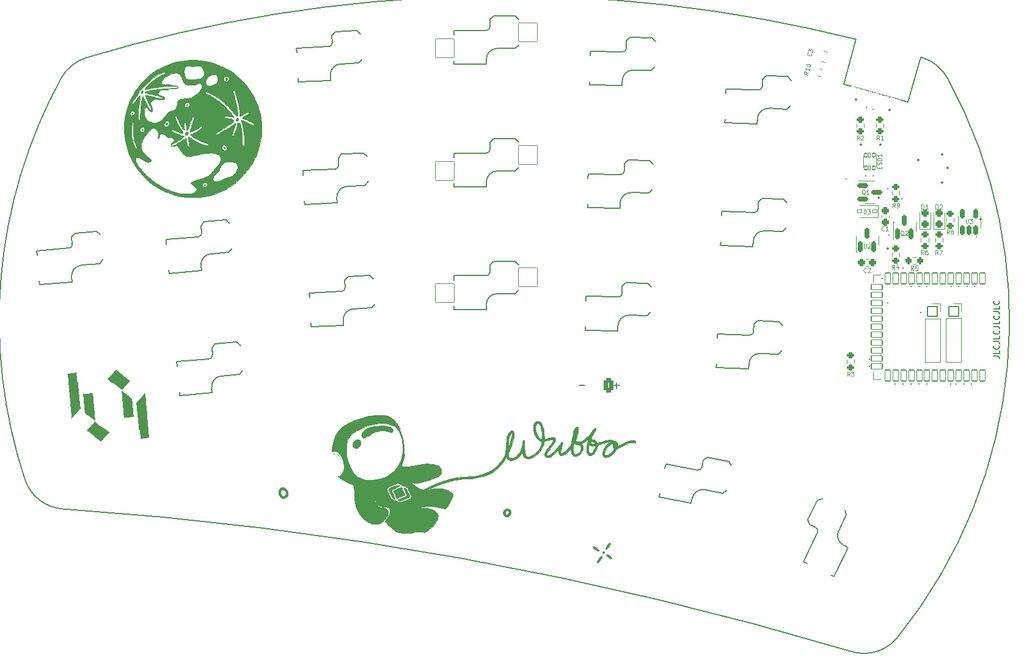
<source format=gto>
%TF.GenerationSoftware,KiCad,Pcbnew,6.0.4-6f826c9f35~116~ubuntu20.04.1*%
%TF.CreationDate,2022-05-20T17:44:35+02:00*%
%TF.ProjectId,Wubbo,57756262-6f2e-46b6-9963-61645f706362,v0.3*%
%TF.SameCoordinates,Original*%
%TF.FileFunction,Legend,Top*%
%TF.FilePolarity,Positive*%
%FSLAX46Y46*%
G04 Gerber Fmt 4.6, Leading zero omitted, Abs format (unit mm)*
G04 Created by KiCad (PCBNEW 6.0.4-6f826c9f35~116~ubuntu20.04.1) date 2022-05-20 17:44:35*
%MOMM*%
%LPD*%
G01*
G04 APERTURE LIST*
G04 Aperture macros list*
%AMRoundRect*
0 Rectangle with rounded corners*
0 $1 Rounding radius*
0 $2 $3 $4 $5 $6 $7 $8 $9 X,Y pos of 4 corners*
0 Add a 4 corners polygon primitive as box body*
4,1,4,$2,$3,$4,$5,$6,$7,$8,$9,$2,$3,0*
0 Add four circle primitives for the rounded corners*
1,1,$1+$1,$2,$3*
1,1,$1+$1,$4,$5*
1,1,$1+$1,$6,$7*
1,1,$1+$1,$8,$9*
0 Add four rect primitives between the rounded corners*
20,1,$1+$1,$2,$3,$4,$5,0*
20,1,$1+$1,$4,$5,$6,$7,0*
20,1,$1+$1,$6,$7,$8,$9,0*
20,1,$1+$1,$8,$9,$2,$3,0*%
%AMHorizOval*
0 Thick line with rounded ends*
0 $1 width*
0 $2 $3 position (X,Y) of the first rounded end (center of the circle)*
0 $4 $5 position (X,Y) of the second rounded end (center of the circle)*
0 Add line between two ends*
20,1,$1,$2,$3,$4,$5,0*
0 Add two circle primitives to create the rounded ends*
1,1,$1,$2,$3*
1,1,$1,$4,$5*%
G04 Aperture macros list end*
%TA.AperFunction,Profile*%
%ADD10C,0.150000*%
%TD*%
%ADD11C,0.150000*%
%ADD12C,0.100000*%
%ADD13C,0.120000*%
%ADD14C,0.010000*%
%ADD15C,0.350000*%
%ADD16C,0.200000*%
%ADD17HorizOval,0.635000X-0.317065X-0.016617X0.317065X0.016617X0*%
%ADD18O,1.270000X0.635000*%
%ADD19HorizOval,0.635000X-0.139183X-0.285367X0.139183X0.285367X0*%
%ADD20HorizOval,0.635000X-0.317452X0.005541X0.317452X-0.005541X0*%
%ADD21HorizOval,0.635000X-0.316292X-0.027672X0.316292X0.027672X0*%
%ADD22C,0.300000*%
%ADD23HorizOval,0.635000X-0.317307X0.011081X0.317307X-0.011081X0*%
%ADD24HorizOval,0.600000X-0.160343X-0.578178X0.160343X0.578178X0*%
%ADD25HorizOval,0.600000X-0.106895X-0.385452X0.106895X0.385452X0*%
%ADD26HorizOval,0.635000X-0.311667X0.060582X0.311667X-0.060582X0*%
%ADD27RoundRect,0.250000X0.275000X-0.200000X0.275000X0.200000X-0.275000X0.200000X-0.275000X-0.200000X0*%
%ADD28C,3.100000*%
%ADD29C,1.801800*%
%ADD30C,3.529000*%
%ADD31HorizOval,1.200000X-0.449383X-0.023551X0.449383X0.023551X0*%
%ADD32RoundRect,0.050000X1.230182X1.366255X-1.366255X1.230182X-1.230182X-1.366255X1.366255X-1.230182X0*%
%ADD33O,2.100000X1.200000*%
%ADD34RoundRect,0.050000X1.300000X1.300000X-1.300000X1.300000X-1.300000X-1.300000X1.300000X-1.300000X0*%
%ADD35RoundRect,0.275000X-0.250000X0.225000X-0.250000X-0.225000X0.250000X-0.225000X0.250000X0.225000X0*%
%ADD36RoundRect,0.050000X-0.187500X0.250000X-0.187500X-0.250000X0.187500X-0.250000X0.187500X0.250000X0*%
%ADD37RoundRect,0.050000X-0.150000X0.325000X-0.150000X-0.325000X0.150000X-0.325000X0.150000X0.325000X0*%
%ADD38RoundRect,0.268750X0.256250X-0.218750X0.256250X0.218750X-0.256250X0.218750X-0.256250X-0.218750X0*%
%ADD39RoundRect,0.050000X-0.675000X-0.675000X0.675000X-0.675000X0.675000X0.675000X-0.675000X0.675000X0*%
%ADD40O,1.450000X1.450000*%
%ADD41RoundRect,0.200000X0.150000X-0.587500X0.150000X0.587500X-0.150000X0.587500X-0.150000X-0.587500X0*%
%ADD42RoundRect,0.250000X-0.275000X0.200000X-0.275000X-0.200000X0.275000X-0.200000X0.275000X0.200000X0*%
%ADD43HorizOval,1.200000X-0.197267X-0.404457X0.197267X0.404457X0*%
%ADD44RoundRect,0.050000X-0.598550X1.738315X-1.738315X-0.598550X0.598550X-1.738315X1.738315X0.598550X0*%
%ADD45RoundRect,0.320833X0.379167X0.654167X-0.379167X0.654167X-0.379167X-0.654167X0.379167X-0.654167X0*%
%ADD46O,1.400000X1.950000*%
%ADD47HorizOval,1.200000X-0.449931X0.007854X0.449931X-0.007854X0*%
%ADD48RoundRect,0.050000X1.322490X1.277114X-1.277114X1.322490X-1.322490X-1.277114X1.277114X-1.322490X0*%
%ADD49RoundRect,0.050000X0.300000X0.225000X-0.300000X0.225000X-0.300000X-0.225000X0.300000X-0.225000X0*%
%ADD50RoundRect,0.275000X0.225000X0.250000X-0.225000X0.250000X-0.225000X-0.250000X0.225000X-0.250000X0*%
%ADD51RoundRect,0.050000X-0.350000X0.762000X-0.350000X-0.762000X0.350000X-0.762000X0.350000X0.762000X0*%
%ADD52RoundRect,0.050000X-0.762000X-0.350000X0.762000X-0.350000X0.762000X0.350000X-0.762000X0.350000X0*%
%ADD53RoundRect,0.050000X0.350000X-0.762000X0.350000X0.762000X-0.350000X0.762000X-0.350000X-0.762000X0*%
%ADD54C,0.800000*%
%ADD55C,4.500000*%
%ADD56RoundRect,0.050000X1.181751X1.408356X-1.408356X1.181751X-1.181751X-1.408356X1.408356X-1.181751X0*%
%ADD57HorizOval,1.200000X-0.448288X-0.039220X0.448288X0.039220X0*%
%ADD58RoundRect,0.550000X0.612372X0.353553X-0.353553X0.612372X-0.612372X-0.353553X0.353553X-0.612372X0*%
%ADD59RoundRect,0.250000X-0.200000X-0.275000X0.200000X-0.275000X0.200000X0.275000X-0.200000X0.275000X0*%
%ADD60RoundRect,0.050000X0.552616X-0.323443X0.194248X0.610137X-0.552616X0.323443X-0.194248X-0.610137X0*%
%ADD61C,1.000000*%
%ADD62RoundRect,0.050000X0.825614X-0.057977X0.574757X0.595529X-0.825614X0.057977X-0.574757X-0.595529X0*%
%ADD63HorizOval,1.200000X-0.449726X0.015705X0.449726X-0.015705X0*%
%ADD64RoundRect,0.050000X1.344577X1.253839X-1.253839X1.344577X-1.344577X-1.253839X1.253839X-1.344577X0*%
%ADD65RoundRect,0.200000X-0.587500X-0.150000X0.587500X-0.150000X0.587500X0.150000X-0.587500X0.150000X0*%
%ADD66RoundRect,0.050000X-0.442751X-0.473916X0.135427X-0.634259X0.442751X0.473916X-0.135427X0.634259X0*%
%ADD67RoundRect,0.050000X-0.298207X-0.514002X-0.009117X-0.594173X0.298207X0.514002X0.009117X0.594173X0*%
%ADD68HorizOval,1.100000X-0.160343X-0.578178X0.160343X0.578178X0*%
%ADD69HorizOval,1.100000X-0.106895X-0.385452X0.106895X0.385452X0*%
%ADD70RoundRect,0.050000X-0.533802X-0.791394X0.791394X-0.533802X0.533802X0.791394X-0.791394X0.533802X0*%
%ADD71HorizOval,1.450000X0.000000X0.000000X0.000000X0.000000X0*%
%ADD72RoundRect,0.200000X0.150000X-0.512500X0.150000X0.512500X-0.150000X0.512500X-0.150000X-0.512500X0*%
%ADD73RoundRect,0.050000X1.524167X1.028064X-1.028064X1.524167X-1.524167X-1.028064X1.028064X-1.524167X0*%
%ADD74HorizOval,1.200000X-0.441732X0.085864X0.441732X-0.085864X0*%
%ADD75RoundRect,0.250000X-0.266217X-0.211551X0.119236X-0.318446X0.266217X0.211551X-0.119236X0.318446X0*%
%ADD76RoundRect,0.300000X-0.367846X-0.390915X0.113969X-0.524534X0.367846X0.390915X-0.113969X0.524534X0*%
G04 APERTURE END LIST*
D10*
X104544530Y51844171D02*
G75*
G03*
X-2083172Y49308466I-48731160J-193972341D01*
G01*
X-5611244Y46442888D02*
G75*
G03*
X-10622661Y-9179340I61424614J-33571068D01*
G01*
X104544530Y51844172D02*
X102813372Y45601818D01*
X110309220Y-31062252D02*
G75*
G03*
X117237987Y46442886I-54495848J43934070D01*
G01*
X111755862Y43121846D02*
X113489973Y49374846D01*
X117237963Y46442874D02*
G75*
G03*
X113709916Y49308466I-5264963J-2877474D01*
G01*
X-2083173Y49308466D02*
G75*
G03*
X-5611244Y46442886I1736897J-5743100D01*
G01*
X103920858Y-33045467D02*
G75*
G03*
X-5334370Y-13275473I-143107476J-479082651D01*
G01*
X102813372Y45601818D02*
X111755862Y43121846D01*
X113709916Y49308466D02*
G75*
G03*
X113489972Y49374846I-59168016J-195650166D01*
G01*
X103920840Y-33045522D02*
G75*
G03*
X110309219Y-31062252I1717260J5749022D01*
G01*
X-10622661Y-9179341D02*
G75*
G03*
X-5334370Y-13275474I5694518J1890101D01*
G01*
D11*
X123611904Y7904761D02*
X124183333Y7904761D01*
X124297619Y7866666D01*
X124373809Y7790476D01*
X124411904Y7676190D01*
X124411904Y7600000D01*
X124411904Y8666666D02*
X124411904Y8285714D01*
X123611904Y8285714D01*
X124335714Y9390476D02*
X124373809Y9352380D01*
X124411904Y9238095D01*
X124411904Y9161904D01*
X124373809Y9047619D01*
X124297619Y8971428D01*
X124221428Y8933333D01*
X124069047Y8895238D01*
X123954761Y8895238D01*
X123802380Y8933333D01*
X123726190Y8971428D01*
X123650000Y9047619D01*
X123611904Y9161904D01*
X123611904Y9238095D01*
X123650000Y9352380D01*
X123688095Y9390476D01*
X123611904Y9961904D02*
X124183333Y9961904D01*
X124297619Y9923809D01*
X124373809Y9847619D01*
X124411904Y9733333D01*
X124411904Y9657142D01*
X124411904Y10723809D02*
X124411904Y10342857D01*
X123611904Y10342857D01*
X124335714Y11447619D02*
X124373809Y11409523D01*
X124411904Y11295238D01*
X124411904Y11219047D01*
X124373809Y11104761D01*
X124297619Y11028571D01*
X124221428Y10990476D01*
X124069047Y10952380D01*
X123954761Y10952380D01*
X123802380Y10990476D01*
X123726190Y11028571D01*
X123650000Y11104761D01*
X123611904Y11219047D01*
X123611904Y11295238D01*
X123650000Y11409523D01*
X123688095Y11447619D01*
X123611904Y12019047D02*
X124183333Y12019047D01*
X124297619Y11980952D01*
X124373809Y11904761D01*
X124411904Y11790476D01*
X124411904Y11714285D01*
X124411904Y12780952D02*
X124411904Y12400000D01*
X123611904Y12400000D01*
X124335714Y13504761D02*
X124373809Y13466666D01*
X124411904Y13352380D01*
X124411904Y13276190D01*
X124373809Y13161904D01*
X124297619Y13085714D01*
X124221428Y13047619D01*
X124069047Y13009523D01*
X123954761Y13009523D01*
X123802380Y13047619D01*
X123726190Y13085714D01*
X123650000Y13161904D01*
X123611904Y13276190D01*
X123611904Y13352380D01*
X123650000Y13466666D01*
X123688095Y13504761D01*
X123611904Y14076190D02*
X124183333Y14076190D01*
X124297619Y14038095D01*
X124373809Y13961904D01*
X124411904Y13847619D01*
X124411904Y13771428D01*
X124411904Y14838095D02*
X124411904Y14457142D01*
X123611904Y14457142D01*
X124335714Y15561904D02*
X124373809Y15523809D01*
X124411904Y15409523D01*
X124411904Y15333333D01*
X124373809Y15219047D01*
X124297619Y15142857D01*
X124221428Y15104761D01*
X124069047Y15066666D01*
X123954761Y15066666D01*
X123802380Y15104761D01*
X123726190Y15142857D01*
X123650000Y15219047D01*
X123611904Y15333333D01*
X123611904Y15409523D01*
X123650000Y15523809D01*
X123688095Y15561904D01*
D12*
%TO.C,R9*%
X109950000Y28498571D02*
X109750000Y28784285D01*
X109607142Y28498571D02*
X109607142Y29098571D01*
X109835714Y29098571D01*
X109892857Y29070000D01*
X109921428Y29041428D01*
X109950000Y28984285D01*
X109950000Y28898571D01*
X109921428Y28841428D01*
X109892857Y28812857D01*
X109835714Y28784285D01*
X109607142Y28784285D01*
X110235714Y28498571D02*
X110350000Y28498571D01*
X110407142Y28527142D01*
X110435714Y28555714D01*
X110492857Y28641428D01*
X110521428Y28755714D01*
X110521428Y28984285D01*
X110492857Y29041428D01*
X110464285Y29070000D01*
X110407142Y29098571D01*
X110292857Y29098571D01*
X110235714Y29070000D01*
X110207142Y29041428D01*
X110178571Y28984285D01*
X110178571Y28841428D01*
X110207142Y28784285D01*
X110235714Y28755714D01*
X110292857Y28727142D01*
X110407142Y28727142D01*
X110464285Y28755714D01*
X110492857Y28784285D01*
X110521428Y28841428D01*
D11*
%TO.C,GR1*%
D12*
%TO.C,C1*%
X108450000Y25375714D02*
X108421428Y25347142D01*
X108335714Y25318571D01*
X108278571Y25318571D01*
X108192857Y25347142D01*
X108135714Y25404285D01*
X108107142Y25461428D01*
X108078571Y25575714D01*
X108078571Y25661428D01*
X108107142Y25775714D01*
X108135714Y25832857D01*
X108192857Y25890000D01*
X108278571Y25918571D01*
X108335714Y25918571D01*
X108421428Y25890000D01*
X108450000Y25861428D01*
X109021428Y25318571D02*
X108678571Y25318571D01*
X108850000Y25318571D02*
X108850000Y25918571D01*
X108792857Y25832857D01*
X108735714Y25775714D01*
X108678571Y25747142D01*
%TO.C,ESD1*%
X107767142Y33910000D02*
X107767142Y34110000D01*
X108081428Y34195714D02*
X108081428Y33910000D01*
X107481428Y33910000D01*
X107481428Y34195714D01*
X108052857Y34424285D02*
X108081428Y34510000D01*
X108081428Y34652857D01*
X108052857Y34710000D01*
X108024285Y34738571D01*
X107967142Y34767142D01*
X107910000Y34767142D01*
X107852857Y34738571D01*
X107824285Y34710000D01*
X107795714Y34652857D01*
X107767142Y34538571D01*
X107738571Y34481428D01*
X107710000Y34452857D01*
X107652857Y34424285D01*
X107595714Y34424285D01*
X107538571Y34452857D01*
X107510000Y34481428D01*
X107481428Y34538571D01*
X107481428Y34681428D01*
X107510000Y34767142D01*
X108081428Y35024285D02*
X107481428Y35024285D01*
X107481428Y35167142D01*
X107510000Y35252857D01*
X107567142Y35310000D01*
X107624285Y35338571D01*
X107738571Y35367142D01*
X107824285Y35367142D01*
X107938571Y35338571D01*
X107995714Y35310000D01*
X108052857Y35252857D01*
X108081428Y35167142D01*
X108081428Y35024285D01*
X108081428Y35938571D02*
X108081428Y35595714D01*
X108081428Y35767142D02*
X107481428Y35767142D01*
X107567142Y35710000D01*
X107624285Y35652857D01*
X107652857Y35595714D01*
%TO.C,D1*%
X113627142Y28338571D02*
X113627142Y28938571D01*
X113770000Y28938571D01*
X113855714Y28910000D01*
X113912857Y28852857D01*
X113941428Y28795714D01*
X113970000Y28681428D01*
X113970000Y28595714D01*
X113941428Y28481428D01*
X113912857Y28424285D01*
X113855714Y28367142D01*
X113770000Y28338571D01*
X113627142Y28338571D01*
X114541428Y28338571D02*
X114198571Y28338571D01*
X114370000Y28338571D02*
X114370000Y28938571D01*
X114312857Y28852857D01*
X114255714Y28795714D01*
X114198571Y28767142D01*
%TO.C,U2*%
X105612857Y23478571D02*
X105612857Y22992857D01*
X105641428Y22935714D01*
X105670000Y22907142D01*
X105727142Y22878571D01*
X105841428Y22878571D01*
X105898571Y22907142D01*
X105927142Y22935714D01*
X105955714Y22992857D01*
X105955714Y23478571D01*
X106212857Y23421428D02*
X106241428Y23450000D01*
X106298571Y23478571D01*
X106441428Y23478571D01*
X106498571Y23450000D01*
X106527142Y23421428D01*
X106555714Y23364285D01*
X106555714Y23307142D01*
X106527142Y23221428D01*
X106184285Y22878571D01*
X106555714Y22878571D01*
%TO.C,R1*%
X107760000Y37908571D02*
X107560000Y38194285D01*
X107417142Y37908571D02*
X107417142Y38508571D01*
X107645714Y38508571D01*
X107702857Y38480000D01*
X107731428Y38451428D01*
X107760000Y38394285D01*
X107760000Y38308571D01*
X107731428Y38251428D01*
X107702857Y38222857D01*
X107645714Y38194285D01*
X107417142Y38194285D01*
X108331428Y37908571D02*
X107988571Y37908571D01*
X108160000Y37908571D02*
X108160000Y38508571D01*
X108102857Y38422857D01*
X108045714Y38365714D01*
X107988571Y38337142D01*
D11*
%TO.C,J4*%
X66910952Y3881428D02*
X66149047Y3881428D01*
X71770952Y3871428D02*
X71009047Y3871428D01*
X71390000Y4252380D02*
X71390000Y3490476D01*
D12*
%TO.C,D3*%
X105607142Y27648571D02*
X105607142Y28248571D01*
X105750000Y28248571D01*
X105835714Y28220000D01*
X105892857Y28162857D01*
X105921428Y28105714D01*
X105950000Y27991428D01*
X105950000Y27905714D01*
X105921428Y27791428D01*
X105892857Y27734285D01*
X105835714Y27677142D01*
X105750000Y27648571D01*
X105607142Y27648571D01*
X106150000Y28248571D02*
X106521428Y28248571D01*
X106321428Y28020000D01*
X106407142Y28020000D01*
X106464285Y27991428D01*
X106492857Y27962857D01*
X106521428Y27905714D01*
X106521428Y27762857D01*
X106492857Y27705714D01*
X106464285Y27677142D01*
X106407142Y27648571D01*
X106235714Y27648571D01*
X106178571Y27677142D01*
X106150000Y27705714D01*
%TO.C,R4*%
X109890000Y19978571D02*
X109690000Y20264285D01*
X109547142Y19978571D02*
X109547142Y20578571D01*
X109775714Y20578571D01*
X109832857Y20550000D01*
X109861428Y20521428D01*
X109890000Y20464285D01*
X109890000Y20378571D01*
X109861428Y20321428D01*
X109832857Y20292857D01*
X109775714Y20264285D01*
X109547142Y20264285D01*
X110404285Y20378571D02*
X110404285Y19978571D01*
X110261428Y20607142D02*
X110118571Y20178571D01*
X110490000Y20178571D01*
%TO.C,R8*%
X117470000Y24838571D02*
X117270000Y25124285D01*
X117127142Y24838571D02*
X117127142Y25438571D01*
X117355714Y25438571D01*
X117412857Y25410000D01*
X117441428Y25381428D01*
X117470000Y25324285D01*
X117470000Y25238571D01*
X117441428Y25181428D01*
X117412857Y25152857D01*
X117355714Y25124285D01*
X117127142Y25124285D01*
X117812857Y25181428D02*
X117755714Y25210000D01*
X117727142Y25238571D01*
X117698571Y25295714D01*
X117698571Y25324285D01*
X117727142Y25381428D01*
X117755714Y25410000D01*
X117812857Y25438571D01*
X117927142Y25438571D01*
X117984285Y25410000D01*
X118012857Y25381428D01*
X118041428Y25324285D01*
X118041428Y25295714D01*
X118012857Y25238571D01*
X117984285Y25210000D01*
X117927142Y25181428D01*
X117812857Y25181428D01*
X117755714Y25152857D01*
X117727142Y25124285D01*
X117698571Y25067142D01*
X117698571Y24952857D01*
X117727142Y24895714D01*
X117755714Y24867142D01*
X117812857Y24838571D01*
X117927142Y24838571D01*
X117984285Y24867142D01*
X118012857Y24895714D01*
X118041428Y24952857D01*
X118041428Y25067142D01*
X118012857Y25124285D01*
X117984285Y25152857D01*
X117927142Y25181428D01*
%TO.C,C2*%
X105960000Y19585714D02*
X105931428Y19557142D01*
X105845714Y19528571D01*
X105788571Y19528571D01*
X105702857Y19557142D01*
X105645714Y19614285D01*
X105617142Y19671428D01*
X105588571Y19785714D01*
X105588571Y19871428D01*
X105617142Y19985714D01*
X105645714Y20042857D01*
X105702857Y20100000D01*
X105788571Y20128571D01*
X105845714Y20128571D01*
X105931428Y20100000D01*
X105960000Y20071428D01*
X106188571Y20071428D02*
X106217142Y20100000D01*
X106274285Y20128571D01*
X106417142Y20128571D01*
X106474285Y20100000D01*
X106502857Y20071428D01*
X106531428Y20014285D01*
X106531428Y19957142D01*
X106502857Y19871428D01*
X106160000Y19528571D01*
X106531428Y19528571D01*
D11*
%TO.C,*%
D12*
%TO.C,R5*%
X112510000Y19828571D02*
X112310000Y20114285D01*
X112167142Y19828571D02*
X112167142Y20428571D01*
X112395714Y20428571D01*
X112452857Y20400000D01*
X112481428Y20371428D01*
X112510000Y20314285D01*
X112510000Y20228571D01*
X112481428Y20171428D01*
X112452857Y20142857D01*
X112395714Y20114285D01*
X112167142Y20114285D01*
X113052857Y20428571D02*
X112767142Y20428571D01*
X112738571Y20142857D01*
X112767142Y20171428D01*
X112824285Y20200000D01*
X112967142Y20200000D01*
X113024285Y20171428D01*
X113052857Y20142857D01*
X113081428Y20085714D01*
X113081428Y19942857D01*
X113052857Y19885714D01*
X113024285Y19857142D01*
X112967142Y19828571D01*
X112824285Y19828571D01*
X112767142Y19857142D01*
X112738571Y19885714D01*
%TO.C,R2*%
X105020000Y37878571D02*
X104820000Y38164285D01*
X104677142Y37878571D02*
X104677142Y38478571D01*
X104905714Y38478571D01*
X104962857Y38450000D01*
X104991428Y38421428D01*
X105020000Y38364285D01*
X105020000Y38278571D01*
X104991428Y38221428D01*
X104962857Y38192857D01*
X104905714Y38164285D01*
X104677142Y38164285D01*
X105248571Y38421428D02*
X105277142Y38450000D01*
X105334285Y38478571D01*
X105477142Y38478571D01*
X105534285Y38450000D01*
X105562857Y38421428D01*
X105591428Y38364285D01*
X105591428Y38307142D01*
X105562857Y38221428D01*
X105220000Y37878571D01*
X105591428Y37878571D01*
%TO.C,R6*%
X113920000Y22001071D02*
X113720000Y22286785D01*
X113577142Y22001071D02*
X113577142Y22601071D01*
X113805714Y22601071D01*
X113862857Y22572500D01*
X113891428Y22543928D01*
X113920000Y22486785D01*
X113920000Y22401071D01*
X113891428Y22343928D01*
X113862857Y22315357D01*
X113805714Y22286785D01*
X113577142Y22286785D01*
X114434285Y22601071D02*
X114320000Y22601071D01*
X114262857Y22572500D01*
X114234285Y22543928D01*
X114177142Y22458214D01*
X114148571Y22343928D01*
X114148571Y22115357D01*
X114177142Y22058214D01*
X114205714Y22029642D01*
X114262857Y22001071D01*
X114377142Y22001071D01*
X114434285Y22029642D01*
X114462857Y22058214D01*
X114491428Y22115357D01*
X114491428Y22258214D01*
X114462857Y22315357D01*
X114434285Y22343928D01*
X114377142Y22372500D01*
X114262857Y22372500D01*
X114205714Y22343928D01*
X114177142Y22315357D01*
X114148571Y22258214D01*
%TO.C,Q1*%
X105812857Y30321428D02*
X105755714Y30350000D01*
X105698571Y30407142D01*
X105612857Y30492857D01*
X105555714Y30521428D01*
X105498571Y30521428D01*
X105527142Y30378571D02*
X105470000Y30407142D01*
X105412857Y30464285D01*
X105384285Y30578571D01*
X105384285Y30778571D01*
X105412857Y30892857D01*
X105470000Y30950000D01*
X105527142Y30978571D01*
X105641428Y30978571D01*
X105698571Y30950000D01*
X105755714Y30892857D01*
X105784285Y30778571D01*
X105784285Y30578571D01*
X105755714Y30464285D01*
X105698571Y30407142D01*
X105641428Y30378571D01*
X105527142Y30378571D01*
X106355714Y30378571D02*
X106012857Y30378571D01*
X106184285Y30378571D02*
X106184285Y30978571D01*
X106127142Y30892857D01*
X106070000Y30835714D01*
X106012857Y30807142D01*
%TO.C,R7*%
X115900000Y21978571D02*
X115700000Y22264285D01*
X115557142Y21978571D02*
X115557142Y22578571D01*
X115785714Y22578571D01*
X115842857Y22550000D01*
X115871428Y22521428D01*
X115900000Y22464285D01*
X115900000Y22378571D01*
X115871428Y22321428D01*
X115842857Y22292857D01*
X115785714Y22264285D01*
X115557142Y22264285D01*
X116100000Y22578571D02*
X116500000Y22578571D01*
X116242857Y21978571D01*
%TO.C,R3*%
X103670000Y5168571D02*
X103470000Y5454285D01*
X103327142Y5168571D02*
X103327142Y5768571D01*
X103555714Y5768571D01*
X103612857Y5740000D01*
X103641428Y5711428D01*
X103670000Y5654285D01*
X103670000Y5568571D01*
X103641428Y5511428D01*
X103612857Y5482857D01*
X103555714Y5454285D01*
X103327142Y5454285D01*
X103870000Y5768571D02*
X104241428Y5768571D01*
X104041428Y5540000D01*
X104127142Y5540000D01*
X104184285Y5511428D01*
X104212857Y5482857D01*
X104241428Y5425714D01*
X104241428Y5282857D01*
X104212857Y5225714D01*
X104184285Y5197142D01*
X104127142Y5168571D01*
X103955714Y5168571D01*
X103898571Y5197142D01*
X103870000Y5225714D01*
D11*
%TO.C,*%
D12*
%TO.C,U3*%
X119742857Y26938571D02*
X119742857Y26452857D01*
X119771428Y26395714D01*
X119800000Y26367142D01*
X119857142Y26338571D01*
X119971428Y26338571D01*
X120028571Y26367142D01*
X120057142Y26395714D01*
X120085714Y26452857D01*
X120085714Y26938571D01*
X120314285Y26938571D02*
X120685714Y26938571D01*
X120485714Y26710000D01*
X120571428Y26710000D01*
X120628571Y26681428D01*
X120657142Y26652857D01*
X120685714Y26595714D01*
X120685714Y26452857D01*
X120657142Y26395714D01*
X120628571Y26367142D01*
X120571428Y26338571D01*
X120400000Y26338571D01*
X120342857Y26367142D01*
X120314285Y26395714D01*
%TO.C,R10*%
X97975200Y47242552D02*
X97646429Y47126180D01*
X97883575Y46912165D02*
X97305397Y47072508D01*
X97366480Y47292766D01*
X97409283Y47340195D01*
X97444451Y47360092D01*
X97507151Y47372354D01*
X97589747Y47349448D01*
X97637177Y47306645D01*
X97657074Y47271477D01*
X97669335Y47208777D01*
X97608252Y46988519D01*
X98127907Y47793198D02*
X98036283Y47462811D01*
X98082095Y47628005D02*
X97503917Y47788348D01*
X97571243Y47710377D01*
X97611037Y47640041D01*
X97623298Y47577341D01*
X97648989Y48311461D02*
X97664260Y48366526D01*
X97707063Y48413955D01*
X97742231Y48433852D01*
X97804931Y48446113D01*
X97922695Y48443104D01*
X98060357Y48404927D01*
X98162850Y48346854D01*
X98210280Y48304050D01*
X98230177Y48268883D01*
X98242438Y48206183D01*
X98227167Y48151118D01*
X98184364Y48103689D01*
X98149197Y48083792D01*
X98086497Y48071531D01*
X97968732Y48074540D01*
X97831070Y48112717D01*
X97728577Y48170790D01*
X97681147Y48213594D01*
X97661251Y48248761D01*
X97648989Y48311461D01*
%TO.C,C3*%
X98371252Y49865101D02*
X98391149Y49829933D01*
X98395775Y49739701D01*
X98380504Y49684637D01*
X98330066Y49609675D01*
X98259730Y49569881D01*
X98197030Y49557620D01*
X98079266Y49560629D01*
X97996669Y49583535D01*
X97894175Y49641609D01*
X97846746Y49684412D01*
X97806952Y49754747D01*
X97802326Y49844980D01*
X97817597Y49900044D01*
X97868035Y49975006D01*
X97903203Y49994903D01*
X97901586Y50202899D02*
X98000846Y50560819D01*
X98167657Y50307010D01*
X98190563Y50389607D01*
X98233366Y50437036D01*
X98268533Y50456933D01*
X98331233Y50469195D01*
X98468895Y50431018D01*
X98516324Y50388215D01*
X98536221Y50353047D01*
X98548483Y50290347D01*
X98502670Y50125153D01*
X98459867Y50077724D01*
X98424700Y50057827D01*
%TO.C,Q2*%
X111182857Y24631428D02*
X111125714Y24660000D01*
X111068571Y24717142D01*
X110982857Y24802857D01*
X110925714Y24831428D01*
X110868571Y24831428D01*
X110897142Y24688571D02*
X110840000Y24717142D01*
X110782857Y24774285D01*
X110754285Y24888571D01*
X110754285Y25088571D01*
X110782857Y25202857D01*
X110840000Y25260000D01*
X110897142Y25288571D01*
X111011428Y25288571D01*
X111068571Y25260000D01*
X111125714Y25202857D01*
X111154285Y25088571D01*
X111154285Y24888571D01*
X111125714Y24774285D01*
X111068571Y24717142D01*
X111011428Y24688571D01*
X110897142Y24688571D01*
X111382857Y25231428D02*
X111411428Y25260000D01*
X111468571Y25288571D01*
X111611428Y25288571D01*
X111668571Y25260000D01*
X111697142Y25231428D01*
X111725714Y25174285D01*
X111725714Y25117142D01*
X111697142Y25031428D01*
X111354285Y24688571D01*
X111725714Y24688571D01*
%TO.C,D2*%
X115567142Y28338571D02*
X115567142Y28938571D01*
X115710000Y28938571D01*
X115795714Y28910000D01*
X115852857Y28852857D01*
X115881428Y28795714D01*
X115910000Y28681428D01*
X115910000Y28595714D01*
X115881428Y28481428D01*
X115852857Y28424285D01*
X115795714Y28367142D01*
X115710000Y28338571D01*
X115567142Y28338571D01*
X116138571Y28881428D02*
X116167142Y28910000D01*
X116224285Y28938571D01*
X116367142Y28938571D01*
X116424285Y28910000D01*
X116452857Y28881428D01*
X116481428Y28824285D01*
X116481428Y28767142D01*
X116452857Y28681428D01*
X116110000Y28338571D01*
X116481428Y28338571D01*
D13*
%TO.C,R9*%
X109527500Y30287742D02*
X109527500Y30762258D01*
X110572500Y30287742D02*
X110572500Y30762258D01*
D11*
%TO.C,SW12*%
X37687115Y18631055D02*
X37161632Y19104202D01*
X29023932Y11968529D02*
X28997764Y12467843D01*
X33517765Y12204040D02*
X29023932Y11968529D01*
X37161632Y19104202D02*
X34165744Y18947194D01*
X37397144Y14610369D02*
X34900570Y14479529D01*
X28777953Y16662087D02*
X33271786Y16897599D01*
X33481130Y12903081D02*
X33517765Y12204040D01*
X33744933Y17423082D02*
X33692597Y18421712D01*
X28809355Y16062910D02*
X28777953Y16662087D01*
X34165744Y18947194D02*
X33692597Y18421712D01*
X37870291Y15135852D02*
X37397144Y14610369D01*
X34900570Y14479529D02*
G75*
G03*
X33481130Y12903081I78504J-1497944D01*
G01*
X33271786Y16897599D02*
G75*
G03*
X33744933Y17423082I-26168J499315D01*
G01*
%TO.C,SW8*%
X57313372Y38071818D02*
X54313372Y38071818D01*
X48813372Y35471818D02*
X48813372Y36071818D01*
X57313372Y33571818D02*
X54813372Y33571818D01*
X57813372Y34071818D02*
X57313372Y33571818D01*
X57813372Y37571818D02*
X57313372Y38071818D01*
X53813372Y36571818D02*
X53813372Y37571818D01*
X53313372Y32071818D02*
X53313372Y31371818D01*
X48813372Y31371818D02*
X48813372Y31871818D01*
X48813372Y36071818D02*
X53313372Y36071818D01*
X54313372Y38071818D02*
X53813372Y37571818D01*
X53313372Y31371818D02*
X48813372Y31371818D01*
X54813372Y33571818D02*
G75*
G03*
X53313372Y32071818I0J-1500000D01*
G01*
X53313372Y36071818D02*
G75*
G03*
X53813372Y36571818I0J500000D01*
G01*
%TO.C,GR1*%
G36*
X-969145Y-1061603D02*
G01*
X-34396Y-1797853D01*
X141584Y-1936559D01*
X309638Y-2069205D01*
X466441Y-2193153D01*
X608670Y-2305768D01*
X732996Y-2404411D01*
X836097Y-2486444D01*
X914647Y-2549233D01*
X965320Y-2590137D01*
X981348Y-2603411D01*
X1062344Y-2672720D01*
X553548Y-3244882D01*
X434565Y-3378614D01*
X322761Y-3504143D01*
X221676Y-3617504D01*
X134849Y-3714737D01*
X65821Y-3791874D01*
X18127Y-3844955D01*
X-3813Y-3869081D01*
X-52380Y-3921119D01*
X-1068163Y-3117943D01*
X-1248797Y-2974943D01*
X-1419410Y-2839544D01*
X-1577125Y-2714049D01*
X-1719065Y-2600763D01*
X-1842355Y-2501990D01*
X-1944120Y-2420035D01*
X-2021483Y-2357202D01*
X-2071569Y-2315794D01*
X-2091501Y-2298118D01*
X-2091700Y-2297812D01*
X-2079869Y-2278732D01*
X-2042816Y-2231633D01*
X-1983544Y-2160053D01*
X-1905056Y-2067524D01*
X-1810354Y-1957582D01*
X-1702441Y-1833759D01*
X-1584320Y-1699591D01*
X-1561943Y-1674317D01*
X-1442098Y-1538728D01*
X-1331608Y-1413043D01*
X-1233516Y-1300773D01*
X-1150862Y-1205430D01*
X-1086689Y-1130526D01*
X-1044040Y-1079574D01*
X-1025956Y-1056085D01*
X-1025544Y-1055043D01*
X-1041817Y-1039510D01*
X-1087739Y-1000652D01*
X-1159733Y-941375D01*
X-1254223Y-864584D01*
X-1367629Y-773181D01*
X-1496372Y-670072D01*
X-1636875Y-558162D01*
X-1671676Y-530533D01*
X-2316693Y-18754D01*
X-2558122Y2740794D01*
X-1314041Y2849637D01*
X-969145Y-1061603D01*
G37*
D14*
X-969145Y-1061603D02*
X-34396Y-1797853D01*
X141584Y-1936559D01*
X309638Y-2069205D01*
X466441Y-2193153D01*
X608670Y-2305768D01*
X732996Y-2404411D01*
X836097Y-2486444D01*
X914647Y-2549233D01*
X965320Y-2590137D01*
X981348Y-2603411D01*
X1062344Y-2672720D01*
X553548Y-3244882D01*
X434565Y-3378614D01*
X322761Y-3504143D01*
X221676Y-3617504D01*
X134849Y-3714737D01*
X65821Y-3791874D01*
X18127Y-3844955D01*
X-3813Y-3869081D01*
X-52380Y-3921119D01*
X-1068163Y-3117943D01*
X-1248797Y-2974943D01*
X-1419410Y-2839544D01*
X-1577125Y-2714049D01*
X-1719065Y-2600763D01*
X-1842355Y-2501990D01*
X-1944120Y-2420035D01*
X-2021483Y-2357202D01*
X-2071569Y-2315794D01*
X-2091501Y-2298118D01*
X-2091700Y-2297812D01*
X-2079869Y-2278732D01*
X-2042816Y-2231633D01*
X-1983544Y-2160053D01*
X-1905056Y-2067524D01*
X-1810354Y-1957582D01*
X-1702441Y-1833759D01*
X-1584320Y-1699591D01*
X-1561943Y-1674317D01*
X-1442098Y-1538728D01*
X-1331608Y-1413043D01*
X-1233516Y-1300773D01*
X-1150862Y-1205430D01*
X-1086689Y-1130526D01*
X-1044040Y-1079574D01*
X-1025956Y-1056085D01*
X-1025544Y-1055043D01*
X-1041817Y-1039510D01*
X-1087739Y-1000652D01*
X-1159733Y-941375D01*
X-1254223Y-864584D01*
X-1367629Y-773181D01*
X-1496372Y-670072D01*
X-1636875Y-558162D01*
X-1671676Y-530533D01*
X-2316693Y-18754D01*
X-2558122Y2740794D01*
X-1314041Y2849637D01*
X-969145Y-1061603D01*
G36*
X2421058Y5645231D02*
G01*
X2583112Y5517048D01*
X2760981Y5376430D01*
X2944944Y5231058D01*
X3125279Y5088614D01*
X3292261Y4956779D01*
X3436168Y4843235D01*
X3441322Y4839171D01*
X3562767Y4743061D01*
X3673035Y4655152D01*
X3767824Y4578925D01*
X3842831Y4517863D01*
X3893756Y4475447D01*
X3916295Y4455157D01*
X3916954Y4454254D01*
X3905095Y4435429D01*
X3867951Y4388643D01*
X3808535Y4317421D01*
X3729861Y4225284D01*
X3634943Y4115759D01*
X3526793Y3992369D01*
X3408425Y3858635D01*
X3386875Y3834420D01*
X3266790Y3699122D01*
X3156116Y3573515D01*
X3057909Y3461135D01*
X2975224Y3365522D01*
X2911117Y3290210D01*
X2868642Y3238737D01*
X2850856Y3214641D01*
X2850509Y3213522D01*
X2866894Y3197022D01*
X2912950Y3157332D01*
X2985049Y3097410D01*
X3079571Y3020211D01*
X3192889Y2928694D01*
X3321379Y2825815D01*
X3461418Y2714529D01*
X3485447Y2695514D01*
X4118897Y2194527D01*
X4362035Y-584562D01*
X3139040Y-691560D01*
X2798055Y3205911D01*
X1787864Y4005887D01*
X1607908Y4148719D01*
X1438148Y4284083D01*
X1281447Y4409658D01*
X1140668Y4523117D01*
X1018675Y4622135D01*
X918333Y4704389D01*
X842503Y4767551D01*
X794052Y4809299D01*
X775841Y4827307D01*
X775774Y4827558D01*
X788958Y4847683D01*
X827362Y4895809D01*
X887962Y4968396D01*
X967736Y5061913D01*
X1063662Y5172821D01*
X1172718Y5297583D01*
X1291882Y5432665D01*
X1321262Y5465793D01*
X1868649Y6082333D01*
X2421058Y5645231D01*
G37*
X2421058Y5645231D02*
X2583112Y5517048D01*
X2760981Y5376430D01*
X2944944Y5231058D01*
X3125279Y5088614D01*
X3292261Y4956779D01*
X3436168Y4843235D01*
X3441322Y4839171D01*
X3562767Y4743061D01*
X3673035Y4655152D01*
X3767824Y4578925D01*
X3842831Y4517863D01*
X3893756Y4475447D01*
X3916295Y4455157D01*
X3916954Y4454254D01*
X3905095Y4435429D01*
X3867951Y4388643D01*
X3808535Y4317421D01*
X3729861Y4225284D01*
X3634943Y4115759D01*
X3526793Y3992369D01*
X3408425Y3858635D01*
X3386875Y3834420D01*
X3266790Y3699122D01*
X3156116Y3573515D01*
X3057909Y3461135D01*
X2975224Y3365522D01*
X2911117Y3290210D01*
X2868642Y3238737D01*
X2850856Y3214641D01*
X2850509Y3213522D01*
X2866894Y3197022D01*
X2912950Y3157332D01*
X2985049Y3097410D01*
X3079571Y3020211D01*
X3192889Y2928694D01*
X3321379Y2825815D01*
X3461418Y2714529D01*
X3485447Y2695514D01*
X4118897Y2194527D01*
X4362035Y-584562D01*
X3139040Y-691560D01*
X2798055Y3205911D01*
X1787864Y4005887D01*
X1607908Y4148719D01*
X1438148Y4284083D01*
X1281447Y4409658D01*
X1140668Y4523117D01*
X1018675Y4622135D01*
X918333Y4704389D01*
X842503Y4767551D01*
X794052Y4809299D01*
X775841Y4827307D01*
X775774Y4827558D01*
X788958Y4847683D01*
X827362Y4895809D01*
X887962Y4968396D01*
X967736Y5061913D01*
X1063662Y5172821D01*
X1172718Y5297583D01*
X1291882Y5432665D01*
X1321262Y5465793D01*
X1868649Y6082333D01*
X2421058Y5645231D01*
G36*
X-3024190Y539300D02*
G01*
X-3567344Y-69232D01*
X-3688743Y-204926D01*
X-3801665Y-330540D01*
X-3902939Y-442591D01*
X-3989397Y-537597D01*
X-4057864Y-612077D01*
X-4105171Y-662548D01*
X-4128147Y-685530D01*
X-4129517Y-686509D01*
X-4133949Y-666870D01*
X-4141788Y-606352D01*
X-4152914Y-506264D01*
X-4167201Y-367913D01*
X-4184530Y-192608D01*
X-4204776Y18345D01*
X-4227817Y263636D01*
X-4253529Y541959D01*
X-4281791Y852007D01*
X-4312478Y1192470D01*
X-4345470Y1562041D01*
X-4380642Y1959412D01*
X-4417872Y2383277D01*
X-4691213Y5507578D01*
X-3468219Y5614576D01*
X-3024190Y539300D01*
G37*
X-3024190Y539300D02*
X-3567344Y-69232D01*
X-3688743Y-204926D01*
X-3801665Y-330540D01*
X-3902939Y-442591D01*
X-3989397Y-537597D01*
X-4057864Y-612077D01*
X-4105171Y-662548D01*
X-4128147Y-685530D01*
X-4129517Y-686509D01*
X-4133949Y-666870D01*
X-4141788Y-606352D01*
X-4152914Y-506264D01*
X-4167201Y-367913D01*
X-4184530Y-192608D01*
X-4204776Y18345D01*
X-4227817Y263636D01*
X-4253529Y541959D01*
X-4281791Y852007D01*
X-4312478Y1192470D01*
X-4345470Y1562041D01*
X-4380642Y1959412D01*
X-4417872Y2383277D01*
X-4691213Y5507578D01*
X-3468219Y5614576D01*
X-3024190Y539300D01*
G36*
X5958549Y2827424D02*
G01*
X5966582Y2765718D01*
X5977914Y2664092D01*
X5992439Y2523680D01*
X6010051Y2345614D01*
X6030642Y2131029D01*
X6054108Y1881059D01*
X6080339Y1596838D01*
X6109232Y1279497D01*
X6140677Y930172D01*
X6174570Y549995D01*
X6210804Y140102D01*
X6245028Y-249842D01*
X6516213Y-3349501D01*
X5272132Y-3458344D01*
X4829573Y1600135D01*
X5381787Y2223234D01*
X5503922Y2360537D01*
X5617688Y2487450D01*
X5719961Y2600563D01*
X5807617Y2696464D01*
X5877534Y2771744D01*
X5926588Y2822992D01*
X5951658Y2846795D01*
X5953923Y2848076D01*
X5958549Y2827424D01*
G37*
X5958549Y2827424D02*
X5966582Y2765718D01*
X5977914Y2664092D01*
X5992439Y2523680D01*
X6010051Y2345614D01*
X6030642Y2131029D01*
X6054108Y1881059D01*
X6080339Y1596838D01*
X6109232Y1279497D01*
X6140677Y930172D01*
X6174570Y549995D01*
X6210804Y140102D01*
X6245028Y-249842D01*
X6516213Y-3349501D01*
X5272132Y-3458344D01*
X4829573Y1600135D01*
X5381787Y2223234D01*
X5503922Y2360537D01*
X5617688Y2487450D01*
X5719961Y2600563D01*
X5807617Y2696464D01*
X5877534Y2771744D01*
X5926588Y2822992D01*
X5951658Y2846795D01*
X5953923Y2848076D01*
X5958549Y2827424D01*
D13*
%TO.C,C1*%
X108065000Y27415580D02*
X108065000Y27134420D01*
X109085000Y27415580D02*
X109085000Y27134420D01*
%TO.C,ESD1*%
X107325000Y34100000D02*
X107325000Y36000000D01*
X105525000Y35700000D02*
X105525000Y34100000D01*
%TO.C,D1*%
X113365000Y27800000D02*
X113365000Y25515000D01*
X113365000Y25515000D02*
X114835000Y25515000D01*
X114835000Y25515000D02*
X114835000Y27800000D01*
%TO.C,J2*%
X119130000Y15210000D02*
X119130000Y14150000D01*
X117010000Y13150000D02*
X117010000Y7090000D01*
X118070000Y15210000D02*
X119130000Y15210000D01*
X117010000Y7090000D02*
X119130000Y7090000D01*
X119130000Y13150000D02*
X119130000Y7090000D01*
X117010000Y13150000D02*
X119130000Y13150000D01*
%TO.C,U2*%
X107635000Y24000000D02*
X107635000Y24650000D01*
X107635000Y24000000D02*
X107635000Y23350000D01*
X104515000Y24000000D02*
X104515000Y24650000D01*
X104515000Y24000000D02*
X104515000Y22325000D01*
%TO.C,GR4*%
G36*
X17002679Y36926272D02*
G01*
X17052704Y36881978D01*
X17085616Y36826085D01*
X17091376Y36795007D01*
X17078823Y36729442D01*
X17046931Y36694796D01*
X17004348Y36694456D01*
X16959720Y36731805D01*
X16953313Y36740975D01*
X16926711Y36797832D01*
X16908139Y36865486D01*
X16907722Y36867975D01*
X16902194Y36918348D01*
X16912492Y36939682D01*
X16945350Y36944283D01*
X16949486Y36944297D01*
X17002679Y36926272D01*
G37*
D14*
X17002679Y36926272D02*
X17052704Y36881978D01*
X17085616Y36826085D01*
X17091376Y36795007D01*
X17078823Y36729442D01*
X17046931Y36694796D01*
X17004348Y36694456D01*
X16959720Y36731805D01*
X16953313Y36740975D01*
X16926711Y36797832D01*
X16908139Y36865486D01*
X16907722Y36867975D01*
X16902194Y36918348D01*
X16912492Y36939682D01*
X16945350Y36944283D01*
X16949486Y36944297D01*
X17002679Y36926272D01*
G36*
X11892519Y42856765D02*
G01*
X11923025Y42832781D01*
X11926709Y42815659D01*
X11910417Y42769654D01*
X11869896Y42726951D01*
X11817679Y42695232D01*
X11766298Y42682179D01*
X11729153Y42694575D01*
X11711875Y42737667D01*
X11725841Y42788176D01*
X11766038Y42831673D01*
X11779600Y42839761D01*
X11840803Y42859732D01*
X11892519Y42856765D01*
G37*
X11892519Y42856765D02*
X11923025Y42832781D01*
X11926709Y42815659D01*
X11910417Y42769654D01*
X11869896Y42726951D01*
X11817679Y42695232D01*
X11766298Y42682179D01*
X11729153Y42694575D01*
X11711875Y42737667D01*
X11725841Y42788176D01*
X11766038Y42831673D01*
X11779600Y42839761D01*
X11840803Y42859732D01*
X11892519Y42856765D01*
G36*
X11886299Y38972003D02*
G01*
X11911750Y38954791D01*
X11957389Y38895115D01*
X11968103Y38820814D01*
X11945329Y38738939D01*
X11890503Y38656544D01*
X11841178Y38608402D01*
X11768696Y38565366D01*
X11695840Y38552102D01*
X11633406Y38568960D01*
X11600547Y38600589D01*
X11560025Y38694901D01*
X11560811Y38784692D01*
X11601878Y38865567D01*
X11677487Y38930270D01*
X11762751Y38974736D01*
X11829294Y38988326D01*
X11886299Y38972003D01*
G37*
X11886299Y38972003D02*
X11911750Y38954791D01*
X11957389Y38895115D01*
X11968103Y38820814D01*
X11945329Y38738939D01*
X11890503Y38656544D01*
X11841178Y38608402D01*
X11768696Y38565366D01*
X11695840Y38552102D01*
X11633406Y38568960D01*
X11600547Y38600589D01*
X11560025Y38694901D01*
X11560811Y38784692D01*
X11601878Y38865567D01*
X11677487Y38930270D01*
X11762751Y38974736D01*
X11829294Y38988326D01*
X11886299Y38972003D01*
G36*
X14355643Y31744951D02*
G01*
X14391845Y31711197D01*
X14396998Y31667381D01*
X14395658Y31663483D01*
X14373256Y31643156D01*
X14321264Y31633211D01*
X14266290Y31631464D01*
X14202328Y31634790D01*
X14159802Y31643375D01*
X14149209Y31651806D01*
X14166995Y31688035D01*
X14210113Y31724986D01*
X14263206Y31751708D01*
X14298775Y31758464D01*
X14355643Y31744951D01*
G37*
X14355643Y31744951D02*
X14391845Y31711197D01*
X14396998Y31667381D01*
X14395658Y31663483D01*
X14373256Y31643156D01*
X14321264Y31633211D01*
X14266290Y31631464D01*
X14202328Y31634790D01*
X14159802Y31643375D01*
X14149209Y31651806D01*
X14166995Y31688035D01*
X14210113Y31724986D01*
X14263206Y31751708D01*
X14298775Y31758464D01*
X14355643Y31744951D01*
G36*
X5711939Y39396623D02*
G01*
X5724876Y39375148D01*
X5712374Y39331162D01*
X5682722Y39278392D01*
X5647694Y39235554D01*
X5628677Y39222279D01*
X5590013Y39210635D01*
X5571848Y39221411D01*
X5563051Y39241261D01*
X5562350Y39286805D01*
X5580561Y39343226D01*
X5609567Y39390763D01*
X5631563Y39408029D01*
X5674358Y39411439D01*
X5711939Y39396623D01*
G37*
X5711939Y39396623D02*
X5724876Y39375148D01*
X5712374Y39331162D01*
X5682722Y39278392D01*
X5647694Y39235554D01*
X5628677Y39222279D01*
X5590013Y39210635D01*
X5571848Y39221411D01*
X5563051Y39241261D01*
X5562350Y39286805D01*
X5580561Y39343226D01*
X5609567Y39390763D01*
X5631563Y39408029D01*
X5674358Y39411439D01*
X5711939Y39396623D01*
G36*
X4322487Y41650315D02*
G01*
X4324026Y41616850D01*
X4302476Y41584030D01*
X4268561Y41566053D01*
X4224998Y41559030D01*
X4189794Y41564065D01*
X4179709Y41576517D01*
X4196545Y41608136D01*
X4235386Y41641327D01*
X4278734Y41662443D01*
X4292501Y41664464D01*
X4322487Y41650315D01*
G37*
X4322487Y41650315D02*
X4324026Y41616850D01*
X4302476Y41584030D01*
X4268561Y41566053D01*
X4224998Y41559030D01*
X4189794Y41564065D01*
X4179709Y41576517D01*
X4196545Y41608136D01*
X4235386Y41641327D01*
X4278734Y41662443D01*
X4292501Y41664464D01*
X4322487Y41650315D01*
G36*
X17328223Y46495135D02*
G01*
X17381807Y46454586D01*
X17420081Y46403395D01*
X17430042Y46366771D01*
X17411933Y46307825D01*
X17365757Y46259671D01*
X17303743Y46227949D01*
X17238120Y46218303D01*
X17181118Y46236376D01*
X17169142Y46246387D01*
X17139761Y46301809D01*
X17139334Y46368606D01*
X17162877Y46434145D01*
X17205404Y46485788D01*
X17261931Y46510901D01*
X17273791Y46511630D01*
X17328223Y46495135D01*
G37*
X17328223Y46495135D02*
X17381807Y46454586D01*
X17420081Y46403395D01*
X17430042Y46366771D01*
X17411933Y46307825D01*
X17365757Y46259671D01*
X17303743Y46227949D01*
X17238120Y46218303D01*
X17181118Y46236376D01*
X17169142Y46246387D01*
X17139761Y46301809D01*
X17139334Y46368606D01*
X17162877Y46434145D01*
X17205404Y46485788D01*
X17261931Y46510901D01*
X17273791Y46511630D01*
X17328223Y46495135D01*
G36*
X9109291Y40273919D02*
G01*
X9130436Y40234808D01*
X9125416Y40178836D01*
X9095043Y40113541D01*
X9040131Y40046461D01*
X9034505Y40041057D01*
X8968812Y39988452D01*
X8921131Y39972408D01*
X8889352Y39992240D01*
X8888443Y39993671D01*
X8878159Y40046416D01*
X8894050Y40113486D01*
X8929109Y40182915D01*
X8976330Y40242738D01*
X9028707Y40280992D01*
X9061171Y40288630D01*
X9109291Y40273919D01*
G37*
X9109291Y40273919D02*
X9130436Y40234808D01*
X9125416Y40178836D01*
X9095043Y40113541D01*
X9040131Y40046461D01*
X9034505Y40041057D01*
X8968812Y39988452D01*
X8921131Y39972408D01*
X8889352Y39992240D01*
X8888443Y39993671D01*
X8878159Y40046416D01*
X8894050Y40113486D01*
X8929109Y40182915D01*
X8976330Y40242738D01*
X9028707Y40280992D01*
X9061171Y40288630D01*
X9109291Y40273919D01*
G36*
X18852197Y40918729D02*
G01*
X18908982Y40890455D01*
X18921092Y40876587D01*
X18944940Y40815729D01*
X18953375Y40736632D01*
X18945335Y40660887D01*
X18933322Y40628132D01*
X18890862Y40587433D01*
X18822652Y40558943D01*
X18743579Y40545040D01*
X18668529Y40548102D01*
X18612386Y40570506D01*
X18606304Y40575892D01*
X18577589Y40631906D01*
X18577227Y40703916D01*
X18601613Y40780157D01*
X18647142Y40848861D01*
X18704059Y40894995D01*
X18779268Y40920634D01*
X18852197Y40918729D01*
G37*
X18852197Y40918729D02*
X18908982Y40890455D01*
X18921092Y40876587D01*
X18944940Y40815729D01*
X18953375Y40736632D01*
X18945335Y40660887D01*
X18933322Y40628132D01*
X18890862Y40587433D01*
X18822652Y40558943D01*
X18743579Y40545040D01*
X18668529Y40548102D01*
X18612386Y40570506D01*
X18606304Y40575892D01*
X18577589Y40631906D01*
X18577227Y40703916D01*
X18601613Y40780157D01*
X18647142Y40848861D01*
X18704059Y40894995D01*
X18779268Y40920634D01*
X18852197Y40918729D01*
G36*
X3711517Y36162513D02*
G01*
X3593391Y36499216D01*
X3415274Y37105346D01*
X3277786Y37718784D01*
X3180930Y38337338D01*
X3124709Y38958821D01*
X3118623Y39201849D01*
X4100332Y39201849D01*
X4108531Y38826815D01*
X4138693Y38458997D01*
X4189953Y38106367D01*
X4261442Y37776895D01*
X4338903Y37516804D01*
X4408374Y37327474D01*
X4479803Y37157629D01*
X4551362Y37009939D01*
X4621223Y36887076D01*
X4687560Y36791712D01*
X4748543Y36726518D01*
X4802345Y36694166D01*
X4847138Y36697328D01*
X4876983Y36730339D01*
X4883418Y36760385D01*
X4878133Y36808659D01*
X4859923Y36879049D01*
X4827586Y36975440D01*
X4779920Y37101719D01*
X4715722Y37261773D01*
X4702697Y37293547D01*
X4589844Y37595159D01*
X4500592Y37896828D01*
X4431096Y38213037D01*
X4388162Y38478880D01*
X4379868Y38563016D01*
X4372937Y38683112D01*
X4367441Y38832812D01*
X4363453Y39005764D01*
X4361046Y39195611D01*
X4360649Y39301160D01*
X5301542Y39301160D01*
X5317194Y39220658D01*
X5357599Y39133571D01*
X5412932Y39057736D01*
X5456272Y39020260D01*
X5549021Y38984075D01*
X5651925Y38980839D01*
X5748401Y39010682D01*
X5761063Y39017879D01*
X5837250Y39086292D01*
X5891129Y39178751D01*
X5921567Y39285158D01*
X5927432Y39395413D01*
X5907589Y39499420D01*
X5860905Y39587078D01*
X5828685Y39620335D01*
X5769950Y39659274D01*
X5709214Y39672451D01*
X5633610Y39660971D01*
X5574378Y39642225D01*
X5465832Y39585913D01*
X5379831Y39505429D01*
X5322901Y39408930D01*
X5301564Y39304571D01*
X5301542Y39301160D01*
X4360649Y39301160D01*
X4360292Y39396002D01*
X4361265Y39600580D01*
X4364038Y39802992D01*
X4368523Y39990267D01*
X8622684Y39990267D01*
X8634036Y39898063D01*
X8659175Y39846677D01*
X8726043Y39786224D01*
X8819689Y39750248D01*
X8930993Y39740791D01*
X9049152Y39759422D01*
X9147312Y39807281D01*
X9230790Y39886739D01*
X9295633Y39988442D01*
X9337885Y40103037D01*
X9353591Y40221171D01*
X9338795Y40333490D01*
X9315847Y40390108D01*
X9259581Y40461789D01*
X9182998Y40515624D01*
X9101343Y40541579D01*
X9084241Y40542551D01*
X8991205Y40524167D01*
X8899853Y40473580D01*
X8814595Y40398008D01*
X8739838Y40304672D01*
X8679995Y40200790D01*
X8639473Y40093582D01*
X8622684Y39990267D01*
X4368523Y39990267D01*
X4368682Y39996884D01*
X4370209Y40045214D01*
X4380792Y40362714D01*
X4327876Y40362714D01*
X4280210Y40343756D01*
X4238090Y40286419D01*
X4201327Y40190008D01*
X4169734Y40053829D01*
X4143122Y39877185D01*
X4121303Y39659383D01*
X4114964Y39576130D01*
X4100332Y39201849D01*
X3118623Y39201849D01*
X3109125Y39581042D01*
X3134180Y40201810D01*
X3199878Y40818938D01*
X3306220Y41430234D01*
X3337856Y41560074D01*
X3959234Y41560074D01*
X3975338Y41469485D01*
X4001833Y41417347D01*
X4073141Y41344434D01*
X4151933Y41311475D01*
X4243141Y41317325D01*
X4317474Y41344106D01*
X4410705Y41404254D01*
X4492904Y41489240D01*
X4550530Y41584305D01*
X4559511Y41607917D01*
X4572905Y41671067D01*
X4562990Y41729717D01*
X4551930Y41758660D01*
X4501858Y41828823D01*
X4426798Y41874234D01*
X4335914Y41895159D01*
X4238368Y41891862D01*
X4143322Y41864610D01*
X4059940Y41813667D01*
X3999337Y41742660D01*
X3967191Y41656731D01*
X3959234Y41560074D01*
X3337856Y41560074D01*
X3453210Y42033508D01*
X3586588Y42468797D01*
X3766723Y42954172D01*
X4179709Y42954172D01*
X4188715Y42876460D01*
X4215372Y42836668D01*
X4259136Y42834492D01*
X4319462Y42869625D01*
X4395806Y42941765D01*
X4487624Y43050607D01*
X4583282Y43180032D01*
X4707980Y43356630D01*
X4811520Y43502379D01*
X4896847Y43621234D01*
X4966907Y43717148D01*
X5024644Y43794074D01*
X5073002Y43855967D01*
X5114927Y43906780D01*
X5153363Y43950467D01*
X5172828Y43971551D01*
X5231401Y44030501D01*
X5281901Y44074921D01*
X5315597Y44097322D01*
X5320989Y44098630D01*
X5334543Y44085852D01*
X5340686Y44045879D01*
X5339205Y43976254D01*
X5329887Y43874523D01*
X5312519Y43738227D01*
X5286888Y43564912D01*
X5260295Y43397977D01*
X5198288Y43005862D01*
X5146440Y42651834D01*
X5104455Y42332954D01*
X5072035Y42046288D01*
X5048885Y41788898D01*
X5034706Y41557849D01*
X5029203Y41350204D01*
X5032078Y41163027D01*
X5032738Y41147081D01*
X5042707Y40983805D01*
X5057253Y40857742D01*
X5077344Y40763925D01*
X5103951Y40697387D01*
X5127010Y40664339D01*
X5159356Y40634749D01*
X5189172Y40632640D01*
X5230060Y40659263D01*
X5249513Y40675608D01*
X5265482Y40688981D01*
X5278437Y40701653D01*
X5288907Y40718012D01*
X5297421Y40742443D01*
X5304511Y40779334D01*
X5310705Y40833072D01*
X5316534Y40908041D01*
X5322527Y41008631D01*
X5329214Y41139225D01*
X5337125Y41304213D01*
X5344666Y41463380D01*
X5355820Y41663382D01*
X5366782Y41820404D01*
X5878494Y41820404D01*
X5881254Y41572090D01*
X5911448Y41352001D01*
X5971120Y41154487D01*
X6062319Y40973897D01*
X6187089Y40804580D01*
X6283718Y40701289D01*
X6430892Y40569694D01*
X6577266Y40469928D01*
X6736043Y40393871D01*
X6846709Y40354997D01*
X6931456Y40329167D01*
X6999070Y40311642D01*
X7061228Y40301094D01*
X7129602Y40296191D01*
X7215869Y40295604D01*
X7331704Y40298002D01*
X7344126Y40298322D01*
X7472479Y40303650D01*
X7573797Y40313510D01*
X7663314Y40330164D01*
X7756268Y40355874D01*
X7778042Y40362762D01*
X7914122Y40410234D01*
X8034046Y40461693D01*
X8142888Y40521373D01*
X8245722Y40593509D01*
X8347625Y40682335D01*
X8453671Y40792087D01*
X8568934Y40926998D01*
X8698490Y41091303D01*
X8779975Y41198797D01*
X8920654Y41383111D01*
X9042706Y41534902D01*
X9150129Y41657427D01*
X9246920Y41753944D01*
X9337076Y41827712D01*
X9424595Y41881986D01*
X9513474Y41920026D01*
X9607710Y41945089D01*
X9711301Y41960433D01*
X9714993Y41960818D01*
X9816144Y41975701D01*
X9907331Y41997038D01*
X9971942Y42020844D01*
X10083942Y42097855D01*
X10192639Y42209080D01*
X10291022Y42346562D01*
X10345285Y42444554D01*
X10379929Y42515589D01*
X10404357Y42572341D01*
X10420796Y42625222D01*
X10431471Y42684646D01*
X10434880Y42721134D01*
X11456341Y42721134D01*
X11477351Y42633275D01*
X11525289Y42557915D01*
X11595027Y42499723D01*
X11681439Y42463366D01*
X11779398Y42453512D01*
X11883778Y42474830D01*
X11959297Y42511649D01*
X12018011Y42559493D01*
X12076581Y42624946D01*
X12098609Y42656171D01*
X12148149Y42764283D01*
X12158268Y42864191D01*
X12131736Y42951199D01*
X12071319Y43020611D01*
X11979785Y43067732D01*
X11859903Y43087866D01*
X11843924Y43088244D01*
X11721684Y43074369D01*
X11621630Y43027508D01*
X11536129Y42943648D01*
X11515606Y42915674D01*
X11467384Y42816823D01*
X11456341Y42721134D01*
X10434880Y42721134D01*
X10438609Y42761026D01*
X10444437Y42864776D01*
X10447114Y42920804D01*
X10452338Y43028387D01*
X10457050Y43119579D01*
X10460829Y43186680D01*
X10463257Y43221990D01*
X10463723Y43225445D01*
X10478061Y43242679D01*
X10512385Y43281572D01*
X10544241Y43317047D01*
X10617640Y43385925D01*
X10707131Y43445933D01*
X10816179Y43497984D01*
X10948254Y43542992D01*
X11106820Y43581871D01*
X11295345Y43615535D01*
X11517297Y43644897D01*
X11776141Y43670870D01*
X11937292Y43684183D01*
X12102183Y43698262D01*
X12233447Y43713658D01*
X12339768Y43733005D01*
X12429833Y43758938D01*
X12512326Y43794091D01*
X12595932Y43841100D01*
X12689338Y43902599D01*
X12714320Y43919907D01*
X12936577Y44081378D01*
X13143491Y44244609D01*
X13330623Y44405579D01*
X13393146Y44464945D01*
X14344654Y44464945D01*
X14347612Y44429503D01*
X14362135Y44401322D01*
X14381197Y44374435D01*
X14408929Y44348420D01*
X14450751Y44320226D01*
X14512084Y44286797D01*
X14598348Y44245081D01*
X14714964Y44192025D01*
X14803507Y44152705D01*
X15171164Y43972535D01*
X15546669Y43754123D01*
X15926787Y43500084D01*
X16308285Y43213034D01*
X16687926Y42895587D01*
X17062477Y42550358D01*
X17428703Y42179962D01*
X17783369Y41787015D01*
X17900924Y41648529D01*
X18018829Y41506758D01*
X18111739Y41393266D01*
X18182382Y41304341D01*
X18233487Y41236268D01*
X18267781Y41185334D01*
X18287992Y41147827D01*
X18296851Y41120032D01*
X18297876Y41108262D01*
X18293260Y41083454D01*
X18272276Y41073389D01*
X18224221Y41074803D01*
X18197334Y41077592D01*
X18135897Y41085973D01*
X18045640Y41100211D01*
X17939326Y41118223D01*
X17842792Y41135508D01*
X17695558Y41158476D01*
X17545061Y41174649D01*
X17399324Y41183822D01*
X17266368Y41185791D01*
X17154213Y41180353D01*
X17070883Y41167305D01*
X17038459Y41155940D01*
X16988918Y41118023D01*
X16974959Y41071512D01*
X16982942Y41036278D01*
X17009692Y41006666D01*
X17059409Y40981325D01*
X17136293Y40958902D01*
X17244544Y40938045D01*
X17388361Y40917401D01*
X17493542Y40904547D01*
X17687478Y40880445D01*
X17843925Y40857101D01*
X17967659Y40832878D01*
X18063455Y40806143D01*
X18136090Y40775258D01*
X18190340Y40738588D01*
X18230981Y40694498D01*
X18262789Y40641351D01*
X18262939Y40641050D01*
X18280265Y40601875D01*
X18290381Y40564584D01*
X18291167Y40527440D01*
X18280505Y40488704D01*
X18256276Y40446639D01*
X18216361Y40399507D01*
X18158642Y40345572D01*
X18080999Y40283096D01*
X17981315Y40210340D01*
X17857470Y40125568D01*
X17707345Y40027042D01*
X17528823Y39913024D01*
X17319783Y39781777D01*
X17078108Y39631564D01*
X16890292Y39515379D01*
X16672097Y39380299D01*
X16487118Y39265151D01*
X16332343Y39167970D01*
X16204758Y39086790D01*
X16101350Y39019646D01*
X16019107Y38964571D01*
X15955014Y38919601D01*
X15906060Y38882769D01*
X15869230Y38852111D01*
X15858417Y38842261D01*
X15813408Y38782641D01*
X15801457Y38725911D01*
X15820664Y38680822D01*
X15869128Y38656121D01*
X15899311Y38653969D01*
X15952117Y38660605D01*
X16017045Y38678636D01*
X16096259Y38709295D01*
X16191925Y38753814D01*
X16306207Y38813426D01*
X16441270Y38889364D01*
X16599281Y38982860D01*
X16782404Y39095148D01*
X16992803Y39227460D01*
X17232645Y39381029D01*
X17504095Y39557087D01*
X17630484Y39639627D01*
X17829629Y39769771D01*
X17996666Y39878542D01*
X18134809Y39967908D01*
X18247271Y40039832D01*
X18337264Y40096280D01*
X18408002Y40139218D01*
X18462696Y40170610D01*
X18504561Y40192421D01*
X18536809Y40206618D01*
X18562653Y40215164D01*
X18576862Y40218486D01*
X18640507Y40231215D01*
X18598517Y40148798D01*
X18579346Y40104107D01*
X18549855Y40026497D01*
X18512688Y39923346D01*
X18470490Y39802035D01*
X18425905Y39669944D01*
X18413497Y39632464D01*
X18362349Y39480447D01*
X18306611Y39320109D01*
X18250654Y39163679D01*
X18198853Y39023387D01*
X18156349Y38913382D01*
X18100728Y38768504D01*
X18063710Y38656702D01*
X18044470Y38573440D01*
X18042180Y38514183D01*
X18056011Y38474398D01*
X18073067Y38456967D01*
X18127117Y38438629D01*
X18185673Y38460027D01*
X18249349Y38521712D01*
X18318761Y38624232D01*
X18373375Y38725110D01*
X18452622Y38893052D01*
X18529275Y39075234D01*
X18601024Y39264422D01*
X18665560Y39453380D01*
X18720574Y39634871D01*
X18763756Y39801660D01*
X18792797Y39946510D01*
X18805386Y40062187D01*
X18805727Y40079664D01*
X18808576Y40153117D01*
X18822666Y40200307D01*
X18856651Y40232968D01*
X18919186Y40262833D01*
X18949730Y40274917D01*
X19026943Y40295784D01*
X19084500Y40285642D01*
X19131898Y40240490D01*
X19164966Y40184254D01*
X19219776Y40051614D01*
X19269914Y39878545D01*
X19315147Y39666716D01*
X19355248Y39417799D01*
X19389987Y39133462D01*
X19419133Y38815377D01*
X19442458Y38465213D01*
X19459731Y38084640D01*
X19461779Y38025234D01*
X19469450Y37801816D01*
X19476482Y37617049D01*
X19483143Y37467261D01*
X19489700Y37348779D01*
X19496419Y37257929D01*
X19503568Y37191041D01*
X19511414Y37144441D01*
X19520225Y37114456D01*
X19529171Y37098674D01*
X19574217Y37074337D01*
X19635199Y37077977D01*
X19688546Y37103113D01*
X19722137Y37134221D01*
X19747522Y37177935D01*
X19765645Y37239709D01*
X19777450Y37324996D01*
X19783879Y37439247D01*
X19785878Y37587917D01*
X19785609Y37663964D01*
X19780107Y37892883D01*
X19767218Y38136564D01*
X19747677Y38390448D01*
X19722217Y38649973D01*
X19691572Y38910578D01*
X19656476Y39167704D01*
X19617665Y39416790D01*
X19575870Y39653275D01*
X19531827Y39872599D01*
X19486270Y40070201D01*
X19439933Y40241520D01*
X19393549Y40381997D01*
X19347853Y40487070D01*
X19324998Y40525633D01*
X19292727Y40575262D01*
X19273703Y40609138D01*
X19271542Y40615591D01*
X19290155Y40623377D01*
X19335833Y40627213D01*
X19344575Y40627297D01*
X19421993Y40616503D01*
X19534346Y40584496D01*
X19680264Y40531834D01*
X19858380Y40459079D01*
X20067324Y40366791D01*
X20305726Y40255530D01*
X20572218Y40125856D01*
X20582864Y40120581D01*
X20716371Y40055439D01*
X20818376Y40008409D01*
X20894515Y39977276D01*
X20950420Y39959826D01*
X20991726Y39953847D01*
X21006197Y39954233D01*
X21058058Y39963600D01*
X21081298Y39986830D01*
X21087872Y40017534D01*
X21083235Y40075028D01*
X21052914Y40132276D01*
X20992827Y40194242D01*
X20898888Y40265889D01*
X20863934Y40289720D01*
X20768837Y40350329D01*
X20666157Y40409300D01*
X20550182Y40469373D01*
X20415204Y40533289D01*
X20255514Y40603787D01*
X20065400Y40683607D01*
X19917126Y40744085D01*
X19762281Y40806543D01*
X19641298Y40857516D01*
X19554445Y40900622D01*
X19501985Y40939483D01*
X19484186Y40977717D01*
X19501313Y41018945D01*
X19553631Y41066787D01*
X19641408Y41124864D01*
X19764908Y41196794D01*
X19924397Y41286198D01*
X19958331Y41305201D01*
X20103543Y41387753D01*
X20215118Y41454479D01*
X20297130Y41508791D01*
X20353655Y41554098D01*
X20388767Y41593809D01*
X20406540Y41631336D01*
X20411049Y41670088D01*
X20410340Y41683489D01*
X20402117Y41734716D01*
X20380123Y41757536D01*
X20330768Y41765872D01*
X20329876Y41765948D01*
X20272723Y41759300D01*
X20188307Y41731514D01*
X20075258Y41681930D01*
X19932208Y41609887D01*
X19757787Y41514724D01*
X19550628Y41395782D01*
X19493792Y41362388D01*
X19386125Y41299807D01*
X19290860Y41246198D01*
X19213972Y41204778D01*
X19161435Y41178768D01*
X19139251Y41171372D01*
X19133128Y41194697D01*
X19128063Y41251866D01*
X19124568Y41334392D01*
X19123155Y41433789D01*
X19123149Y41438171D01*
X19114988Y41687296D01*
X19091921Y41965750D01*
X19055459Y42266217D01*
X19007114Y42581381D01*
X18948398Y42903928D01*
X18880824Y43226541D01*
X18805902Y43541905D01*
X18725145Y43842705D01*
X18640064Y44121623D01*
X18552172Y44371346D01*
X18481230Y44544330D01*
X18424961Y44653872D01*
X18368076Y44733468D01*
X18313681Y44780843D01*
X18264882Y44793718D01*
X18224785Y44769817D01*
X18209172Y44743806D01*
X18198032Y44694841D01*
X18200198Y44622699D01*
X18216328Y44523791D01*
X18247080Y44394531D01*
X18293109Y44231331D01*
X18318309Y44148049D01*
X18395670Y43882917D01*
X18474066Y43589196D01*
X18550959Y43278011D01*
X18623810Y42960488D01*
X18690079Y42647752D01*
X18747229Y42350927D01*
X18792720Y42081139D01*
X18798117Y42045464D01*
X18814503Y41914894D01*
X18826386Y41778192D01*
X18833667Y41642885D01*
X18836246Y41516502D01*
X18834024Y41406573D01*
X18826901Y41320627D01*
X18814777Y41266192D01*
X18808575Y41255013D01*
X18773873Y41226419D01*
X18753543Y41219964D01*
X18717043Y41230900D01*
X18666468Y41265004D01*
X18599876Y41324220D01*
X18515326Y41410492D01*
X18410876Y41525763D01*
X18284585Y41671978D01*
X18190795Y41783416D01*
X17999446Y42007375D01*
X17798831Y42232660D01*
X17595222Y42452676D01*
X17394891Y42660830D01*
X17204111Y42850526D01*
X17029153Y43015172D01*
X16962658Y43074600D01*
X16584727Y43389314D01*
X16198464Y43678295D01*
X15809073Y43938111D01*
X15421761Y44165329D01*
X15041734Y44356514D01*
X14969907Y44388869D01*
X14807715Y44458818D01*
X14678601Y44510067D01*
X14578115Y44543503D01*
X14501805Y44560013D01*
X14445222Y44560485D01*
X14403915Y44545806D01*
X14373434Y44516866D01*
X14367914Y44508941D01*
X14344654Y44464945D01*
X13393146Y44464945D01*
X13493533Y44560263D01*
X13627781Y44704642D01*
X13728928Y44834690D01*
X13736652Y44846150D01*
X13802269Y44961410D01*
X13853861Y45084240D01*
X13886361Y45200737D01*
X13895209Y45281004D01*
X13879454Y45406348D01*
X13836157Y45529769D01*
X13771265Y45640194D01*
X13690727Y45726547D01*
X13636516Y45762641D01*
X13545754Y45785904D01*
X13437789Y45770667D01*
X13312506Y45716905D01*
X13257167Y45684388D01*
X13164446Y45626447D01*
X13089898Y45582666D01*
X13025259Y45551119D01*
X12962261Y45529879D01*
X12892642Y45517019D01*
X12808135Y45510612D01*
X12700476Y45508731D01*
X12561399Y45509449D01*
X12508792Y45509914D01*
X12262618Y45515451D01*
X12053974Y45529209D01*
X11878417Y45553898D01*
X11731505Y45592226D01*
X11608795Y45646901D01*
X11505844Y45720633D01*
X11418210Y45816131D01*
X11357519Y45910987D01*
X14389910Y45910987D01*
X14413771Y45754743D01*
X14458604Y45630981D01*
X14525698Y45537285D01*
X14624605Y45465774D01*
X14750338Y45417702D01*
X14897913Y45394323D01*
X15062344Y45396891D01*
X15238647Y45426659D01*
X15254819Y45430688D01*
X15472042Y45504503D01*
X15659118Y45606644D01*
X15814977Y45736117D01*
X15938554Y45891926D01*
X16028779Y46073077D01*
X16064132Y46184427D01*
X16084473Y46308415D01*
X16925917Y46308415D01*
X16932676Y46247128D01*
X16951301Y46194981D01*
X16968718Y46162380D01*
X17039402Y46077304D01*
X17132728Y46018302D01*
X17238083Y45988839D01*
X17344858Y45992381D01*
X17415218Y46016584D01*
X17475108Y46054018D01*
X17538635Y46104037D01*
X17552159Y46116382D01*
X17619619Y46205475D01*
X17651112Y46304294D01*
X17649819Y46406453D01*
X17618922Y46505567D01*
X17561600Y46595248D01*
X17481035Y46669112D01*
X17380408Y46720771D01*
X17262898Y46743840D01*
X17239334Y46744464D01*
X17125990Y46732088D01*
X17040802Y46692978D01*
X16981120Y46624160D01*
X16944295Y46522658D01*
X16928176Y46395214D01*
X16925917Y46308415D01*
X16084473Y46308415D01*
X16092623Y46358092D01*
X16086260Y46519820D01*
X16046510Y46665232D01*
X15974844Y46789950D01*
X15872730Y46889596D01*
X15815205Y46926212D01*
X15749023Y46959018D01*
X15689772Y46977069D01*
X15619819Y46984195D01*
X15546209Y46984630D01*
X15343607Y46962221D01*
X15147256Y46903196D01*
X14962372Y46811759D01*
X14794173Y46692114D01*
X14647876Y46548466D01*
X14528696Y46385018D01*
X14441851Y46205975D01*
X14400545Y46061362D01*
X14389910Y45910987D01*
X11357519Y45910987D01*
X11341449Y45936102D01*
X11271119Y46083256D01*
X11202778Y46260301D01*
X11182344Y46318647D01*
X11119046Y46491509D01*
X11058409Y46631501D01*
X10995810Y46747454D01*
X10926623Y46848201D01*
X10868423Y46918202D01*
X10734683Y47041382D01*
X10584299Y47128834D01*
X10416399Y47180557D01*
X10230109Y47196549D01*
X10024559Y47176806D01*
X9798876Y47121327D01*
X9552186Y47030110D01*
X9304970Y46914134D01*
X9126537Y46818600D01*
X8959389Y46720746D01*
X8810126Y46624860D01*
X8685345Y46535231D01*
X8591642Y46456149D01*
X8574603Y46439309D01*
X8507577Y46356710D01*
X8436246Y46246032D01*
X8367677Y46119975D01*
X8308935Y45991238D01*
X8276616Y45903777D01*
X8254698Y45823846D01*
X8247001Y45756636D01*
X8256288Y45701282D01*
X8285323Y45656918D01*
X8336868Y45622679D01*
X8413687Y45597698D01*
X8518543Y45581110D01*
X8654198Y45572050D01*
X8823417Y45569651D01*
X9028962Y45573048D01*
X9273597Y45581376D01*
X9302042Y45582517D01*
X9563149Y45591777D01*
X9785857Y45596444D01*
X9973895Y45596099D01*
X10130991Y45590322D01*
X10260875Y45578693D01*
X10367274Y45560795D01*
X10453916Y45536208D01*
X10524532Y45504512D01*
X10582848Y45465290D01*
X10616760Y45434727D01*
X10684077Y45348564D01*
X10724943Y45256037D01*
X10737740Y45166081D01*
X10720848Y45087630D01*
X10687938Y45041918D01*
X10652848Y45015153D01*
X10607323Y44991972D01*
X10548193Y44972060D01*
X10472288Y44955101D01*
X10376439Y44940780D01*
X10257477Y44928780D01*
X10112233Y44918787D01*
X9937538Y44910483D01*
X9730221Y44903554D01*
X9487114Y44897684D01*
X9205048Y44892556D01*
X9185626Y44892246D01*
X8997972Y44888787D01*
X8819632Y44884575D01*
X8655976Y44879803D01*
X8512373Y44874668D01*
X8394191Y44869364D01*
X8306801Y44864087D01*
X8255571Y44859031D01*
X8251357Y44858307D01*
X8166927Y44832512D01*
X8089988Y44786079D01*
X8013981Y44713429D01*
X7932349Y44608986D01*
X7895979Y44556050D01*
X7834765Y44460055D01*
X7798208Y44389072D01*
X7784221Y44335301D01*
X7790714Y44290940D01*
X7814067Y44250246D01*
X7832726Y44228970D01*
X7859321Y44208008D01*
X7898882Y44185032D01*
X7956438Y44157713D01*
X8037019Y44123721D01*
X8145656Y44080728D01*
X8287378Y44026403D01*
X8342955Y44005330D01*
X8472827Y43948409D01*
X8575701Y43887261D01*
X8646606Y43825398D01*
X8680456Y43766805D01*
X8681448Y43690745D01*
X8655868Y43606431D01*
X8610611Y43531534D01*
X8575315Y43497298D01*
X8540984Y43476205D01*
X8500641Y43463199D01*
X8443768Y43456597D01*
X8359849Y43454716D01*
X8310731Y43454959D01*
X8208543Y43458530D01*
X8111008Y43468558D01*
X8005260Y43487069D01*
X7878431Y43516088D01*
X7806324Y43534334D01*
X7692159Y43562373D01*
X7585644Y43585889D01*
X7496786Y43602857D01*
X7435591Y43611252D01*
X7423661Y43611797D01*
X7364566Y43604307D01*
X7301261Y43579640D01*
X7229038Y43534499D01*
X7143193Y43465585D01*
X7039019Y43369603D01*
X6943723Y43275549D01*
X6855998Y43185482D01*
X6795408Y43118450D01*
X6757756Y43069021D01*
X6738843Y43031764D01*
X6734369Y43004627D01*
X6743156Y42961131D01*
X6766472Y42890313D01*
X6800481Y42802995D01*
X6830606Y42733380D01*
X6894070Y42589424D01*
X6940591Y42474069D01*
X6972987Y42378479D01*
X6994075Y42293816D01*
X7006672Y42211243D01*
X7010599Y42168876D01*
X7014953Y42057329D01*
X7006529Y41977097D01*
X6983271Y41918539D01*
X6948295Y41876716D01*
X6880821Y41839994D01*
X6800709Y41842070D01*
X6709562Y41881873D01*
X6608981Y41958335D01*
X6500569Y42070385D01*
X6385927Y42216956D01*
X6340412Y42282447D01*
X6267853Y42383587D01*
X6208629Y42448954D01*
X6157938Y42481031D01*
X6110977Y42482297D01*
X6062947Y42455233D01*
X6041942Y42436632D01*
X5982675Y42358628D01*
X5937181Y42249937D01*
X5904694Y42107672D01*
X5884448Y41928942D01*
X5878494Y41820404D01*
X5366782Y41820404D01*
X5370636Y41875591D01*
X5388609Y42096063D01*
X5409232Y42320849D01*
X5432001Y42546004D01*
X5456409Y42767580D01*
X5481952Y42981630D01*
X5508123Y43184208D01*
X5534417Y43371367D01*
X5560329Y43539160D01*
X5585353Y43683640D01*
X5608983Y43800860D01*
X5630715Y43886874D01*
X5650042Y43937734D01*
X5663221Y43950464D01*
X5676082Y43944394D01*
X5694521Y43924299D01*
X5720115Y43887350D01*
X5754443Y43830717D01*
X5799082Y43751574D01*
X5855611Y43647090D01*
X5925607Y43514436D01*
X6010649Y43350785D01*
X6112315Y43153308D01*
X6162135Y43056116D01*
X6273057Y42840240D01*
X6367093Y42659045D01*
X6446102Y42509254D01*
X6511942Y42387592D01*
X6566473Y42290782D01*
X6611553Y42215547D01*
X6649041Y42158611D01*
X6680796Y42116697D01*
X6708677Y42086531D01*
X6716072Y42079716D01*
X6751037Y42053646D01*
X6780256Y42054884D01*
X6814416Y42074912D01*
X6855944Y42121669D01*
X6867128Y42189950D01*
X6848246Y42283402D01*
X6833542Y42325494D01*
X6816932Y42363847D01*
X6783832Y42435643D01*
X6736416Y42536325D01*
X6676858Y42661340D01*
X6607332Y42806131D01*
X6530012Y42966144D01*
X6447073Y43136825D01*
X6411556Y43209630D01*
X6327757Y43381927D01*
X6249474Y43544247D01*
X6178753Y43692246D01*
X6117640Y43821584D01*
X6068180Y43927918D01*
X6032418Y44006906D01*
X6012401Y44054206D01*
X6009080Y44063973D01*
X5994256Y44124565D01*
X6108274Y44109837D01*
X6215605Y44093072D01*
X6357423Y44066468D01*
X6527415Y44031469D01*
X6719265Y43989519D01*
X6926659Y43942062D01*
X7143283Y43890542D01*
X7362821Y43836403D01*
X7578960Y43781088D01*
X7778042Y43728043D01*
X7965750Y43679411D01*
X8117317Y43646081D01*
X8235994Y43627854D01*
X8325032Y43624530D01*
X8387684Y43635911D01*
X8427201Y43661797D01*
X8442416Y43687320D01*
X8441169Y43730682D01*
X8403514Y43776981D01*
X8327513Y43828052D01*
X8253280Y43866280D01*
X8110219Y43926756D01*
X7929398Y43990243D01*
X7715179Y44055545D01*
X7471927Y44121465D01*
X7204004Y44186806D01*
X6915774Y44250373D01*
X6677376Y44298396D01*
X6485914Y44335827D01*
X6332427Y44366899D01*
X6213188Y44392553D01*
X6124472Y44413734D01*
X6062555Y44431382D01*
X6023710Y44446441D01*
X6004214Y44459854D01*
X6000042Y44469791D01*
X6020777Y44511483D01*
X6081458Y44555551D01*
X6179801Y44601421D01*
X6313523Y44648515D01*
X6480341Y44696261D01*
X6677969Y44744081D01*
X6904124Y44791400D01*
X7156523Y44837645D01*
X7432881Y44882238D01*
X7730914Y44924605D01*
X7883876Y44944340D01*
X8165555Y44977168D01*
X8444200Y45004597D01*
X8728901Y45027270D01*
X9028750Y45045830D01*
X9352839Y45060920D01*
X9704209Y45073005D01*
X9876437Y45078685D01*
X10037701Y45085149D01*
X10182455Y45092087D01*
X10305151Y45099189D01*
X10400242Y45106145D01*
X10462180Y45112645D01*
X10482084Y45116495D01*
X10532303Y45141496D01*
X10550252Y45177874D01*
X10550876Y45189812D01*
X10534562Y45237126D01*
X10484744Y45276835D01*
X10400103Y45309184D01*
X10279322Y45334421D01*
X10121084Y45352792D01*
X9924072Y45364546D01*
X9686969Y45369927D01*
X9587792Y45370353D01*
X8900181Y45350864D01*
X8205877Y45293087D01*
X7513740Y45198106D01*
X6832634Y45067005D01*
X6532625Y44996645D01*
X6395001Y44963255D01*
X6269125Y44934137D01*
X6161472Y44910672D01*
X6078512Y44894245D01*
X6026721Y44886239D01*
X6014258Y44885862D01*
X5972352Y44906574D01*
X5964804Y44951651D01*
X5991490Y45020894D01*
X6052290Y45114105D01*
X6147081Y45231088D01*
X6275741Y45371645D01*
X6378629Y45476707D01*
X6603884Y45688935D01*
X6859490Y45907379D01*
X7135674Y46124752D01*
X7422665Y46333768D01*
X7710690Y46527141D01*
X7989978Y46697585D01*
X8095542Y46756883D01*
X8268149Y46852762D01*
X8406798Y46933469D01*
X8515850Y47001835D01*
X8599660Y47060690D01*
X8662586Y47112865D01*
X8697534Y47148025D01*
X8750466Y47217926D01*
X8754694Y47231217D01*
X11443837Y47231217D01*
X11457643Y47005638D01*
X11487815Y46815435D01*
X11534978Y46658527D01*
X11599753Y46532831D01*
X11682762Y46436266D01*
X11782416Y46367882D01*
X11870322Y46333502D01*
X11984544Y46308138D01*
X12127868Y46291621D01*
X12303081Y46283781D01*
X12512970Y46284448D01*
X12760320Y46293453D01*
X12889792Y46300487D01*
X13118342Y46316558D01*
X13309926Y46336350D01*
X13469856Y46361369D01*
X13603441Y46393121D01*
X13715993Y46433113D01*
X13812821Y46482852D01*
X13899236Y46543844D01*
X13969718Y46606880D01*
X14086245Y46748541D01*
X14164477Y46907589D01*
X14204021Y47082558D01*
X14204487Y47271985D01*
X14183025Y47404989D01*
X14125778Y47596150D01*
X14044972Y47768729D01*
X13944509Y47916933D01*
X13828293Y48034970D01*
X13704709Y48114922D01*
X13582651Y48161448D01*
X13450943Y48186463D01*
X13303313Y48189987D01*
X13133487Y48172041D01*
X12935192Y48132645D01*
X12873200Y48117645D01*
X12780503Y48095742D01*
X12709052Y48083840D01*
X12642257Y48081021D01*
X12563529Y48086370D01*
X12480560Y48095944D01*
X12307157Y48117233D01*
X12170022Y48133494D01*
X12063433Y48145084D01*
X11981668Y48152362D01*
X11919006Y48155687D01*
X11869726Y48155418D01*
X11828107Y48151913D01*
X11788425Y48145530D01*
X11764789Y48140806D01*
X11644059Y48097427D01*
X11552167Y48024440D01*
X11491487Y47923896D01*
X11482185Y47897054D01*
X11472342Y47846038D01*
X11462682Y47762772D01*
X11454115Y47657335D01*
X11447551Y47539802D01*
X11445778Y47494254D01*
X11443837Y47231217D01*
X8754694Y47231217D01*
X8766583Y47268583D01*
X8746998Y47299552D01*
X8692823Y47310391D01*
X8605173Y47300657D01*
X8485160Y47269907D01*
X8433066Y47253211D01*
X8207392Y47164747D01*
X7963038Y47045373D01*
X7705896Y46898652D01*
X7441855Y46728147D01*
X7176806Y46537423D01*
X6941959Y46351170D01*
X6859199Y46279851D01*
X6752672Y46184011D01*
X6628353Y46069253D01*
X6492218Y45941180D01*
X6350244Y45805393D01*
X6208407Y45667495D01*
X6127042Y45587248D01*
X5998878Y45460756D01*
X5876804Y45341507D01*
X5764884Y45233381D01*
X5667183Y45140257D01*
X5587766Y45066011D01*
X5530698Y45014525D01*
X5502626Y44991429D01*
X5359949Y44867102D01*
X5248944Y44722159D01*
X5173806Y44562636D01*
X5153080Y44488894D01*
X5135403Y44425838D01*
X5109199Y44366490D01*
X5069137Y44302241D01*
X5009885Y44224482D01*
X4931073Y44130380D01*
X4816890Y43992093D01*
X4703019Y43844652D01*
X4592640Y43693032D01*
X4488932Y43542213D01*
X4395074Y43397171D01*
X4314247Y43262884D01*
X4249629Y43144330D01*
X4204401Y43046485D01*
X4181742Y42974328D01*
X4179709Y42954172D01*
X3766723Y42954172D01*
X3802231Y43049848D01*
X4054869Y43613774D01*
X4342840Y44158835D01*
X4664483Y44683294D01*
X5018138Y45185409D01*
X5402142Y45663443D01*
X5814835Y46115656D01*
X6254556Y46540308D01*
X6719644Y46935660D01*
X7208437Y47299973D01*
X7719274Y47631508D01*
X8250494Y47928524D01*
X8800437Y48189284D01*
X9206792Y48353506D01*
X9810057Y48558790D01*
X10416663Y48722529D01*
X11028759Y48845066D01*
X11648492Y48926740D01*
X12278010Y48967894D01*
X12919461Y48968870D01*
X13048794Y48964297D01*
X13677719Y48917810D01*
X14297679Y48831353D01*
X14906900Y48705910D01*
X15503610Y48542465D01*
X16086037Y48342002D01*
X16652407Y48105505D01*
X17200949Y47833957D01*
X17729889Y47528344D01*
X18237456Y47189647D01*
X18721876Y46818852D01*
X19181378Y46416943D01*
X19614187Y45984903D01*
X20018533Y45523716D01*
X20392642Y45034367D01*
X20556055Y44797130D01*
X20874039Y44284596D01*
X21162223Y43748385D01*
X21418085Y43194356D01*
X21639099Y42628367D01*
X21822743Y42056276D01*
X21948690Y41564632D01*
X21982587Y41403263D01*
X22018495Y41212831D01*
X22054220Y41006397D01*
X22087566Y40797022D01*
X22116338Y40597766D01*
X22132913Y40468547D01*
X22143393Y40351342D01*
X22151560Y40199213D01*
X22157451Y40019504D01*
X22161105Y39819557D01*
X22162560Y39606718D01*
X22161854Y39388328D01*
X22159025Y39171733D01*
X22154111Y38964276D01*
X22147150Y38773301D01*
X22138181Y38606150D01*
X22127242Y38470169D01*
X22122300Y38425964D01*
X22027398Y37814476D01*
X21896516Y37210782D01*
X21731386Y36621750D01*
X21533743Y36054246D01*
X21505280Y35981214D01*
X21440719Y35826529D01*
X21359250Y35645073D01*
X21265642Y35446437D01*
X21164660Y35240214D01*
X21061071Y35035997D01*
X20959642Y34843378D01*
X20865140Y34671949D01*
X20795279Y34552464D01*
X20444317Y34013032D01*
X20063225Y33501539D01*
X19653403Y33019120D01*
X19216250Y32566909D01*
X18753165Y32146040D01*
X18265547Y31757646D01*
X17754796Y31402862D01*
X17222311Y31082822D01*
X16669490Y30798660D01*
X16097733Y30551511D01*
X15663830Y30393305D01*
X15150895Y30237434D01*
X14622453Y30110550D01*
X14071059Y30010986D01*
X13768209Y29968879D01*
X13686166Y29961074D01*
X13570366Y29953555D01*
X13427752Y29946484D01*
X13265266Y29940023D01*
X13089850Y29934335D01*
X12908445Y29929581D01*
X12727994Y29925925D01*
X12555440Y29923528D01*
X12397723Y29922553D01*
X12261786Y29923162D01*
X12154571Y29925518D01*
X12085459Y29929539D01*
X12028848Y29934989D01*
X11943226Y29943184D01*
X11841725Y29952869D01*
X11767959Y29959891D01*
X11147770Y30039413D01*
X10536173Y30158623D01*
X9935382Y30316438D01*
X9347608Y30511775D01*
X8775066Y30743549D01*
X8219966Y31010678D01*
X7684522Y31312078D01*
X7170947Y31646666D01*
X6681453Y32013359D01*
X6218254Y32411073D01*
X5783561Y32838725D01*
X5695219Y32933194D01*
X5279327Y33415260D01*
X4895409Y33923413D01*
X4545067Y34454933D01*
X4229903Y35007102D01*
X4169604Y35130589D01*
X4683222Y35130589D01*
X4694590Y35018015D01*
X4728013Y34896376D01*
X4785416Y34761666D01*
X4868728Y34609881D01*
X4979873Y34437013D01*
X5095237Y34273837D01*
X5234825Y34086228D01*
X5368131Y33915328D01*
X5501885Y33753395D01*
X5642818Y33592689D01*
X5797662Y33425470D01*
X5973148Y33243996D01*
X6114588Y33101630D01*
X6563337Y32677111D01*
X7021120Y32291046D01*
X7493028Y31939739D01*
X7984154Y31619494D01*
X8499591Y31326615D01*
X8709376Y31218472D01*
X9019611Y31070896D01*
X9339787Y30933622D01*
X9663862Y30808560D01*
X9985794Y30697617D01*
X10299540Y30602704D01*
X10599057Y30525730D01*
X10878303Y30468603D01*
X11131236Y30433232D01*
X11217626Y30425996D01*
X11295838Y30421162D01*
X11366508Y30417867D01*
X11436722Y30416188D01*
X11513568Y30416205D01*
X11604134Y30417996D01*
X11715509Y30421640D01*
X11854779Y30427216D01*
X12029033Y30434801D01*
X12034806Y30435057D01*
X12264655Y30455676D01*
X12475310Y30495194D01*
X12663638Y30551872D01*
X12826505Y30623975D01*
X12960778Y30709763D01*
X13063323Y30807500D01*
X13131006Y30915448D01*
X13160695Y31031869D01*
X13161819Y31059964D01*
X13150490Y31156565D01*
X13114124Y31247249D01*
X13049156Y31336712D01*
X12952017Y31429653D01*
X12819142Y31530770D01*
X12787967Y31552386D01*
X12687179Y31624590D01*
X13917633Y31624590D01*
X13945032Y31546203D01*
X13999583Y31479382D01*
X14076234Y31427526D01*
X14169930Y31394036D01*
X14275619Y31382313D01*
X14388249Y31395756D01*
X14502765Y31437767D01*
X14504847Y31438823D01*
X14589141Y31502085D01*
X14639447Y31583653D01*
X14655305Y31675994D01*
X14636256Y31771574D01*
X14581842Y31862856D01*
X14533594Y31911117D01*
X14436126Y31967407D01*
X14326309Y31988619D01*
X14212829Y31976413D01*
X14104374Y31932447D01*
X14009632Y31858380D01*
X13964504Y31802455D01*
X13922440Y31711140D01*
X13917633Y31624590D01*
X12687179Y31624590D01*
X12656096Y31646857D01*
X12543359Y31735989D01*
X12453537Y31816250D01*
X12390412Y31884110D01*
X12357763Y31936035D01*
X12354287Y31957504D01*
X12378289Y31993143D01*
X12438518Y32037880D01*
X12530350Y32089720D01*
X12649156Y32146668D01*
X12790312Y32206729D01*
X12949190Y32267908D01*
X13121166Y32328210D01*
X13301611Y32385641D01*
X13440126Y32425741D01*
X13662206Y32489095D01*
X15400583Y32489095D01*
X15418931Y32376676D01*
X15462252Y32285550D01*
X15519710Y32229327D01*
X15574846Y32202355D01*
X15652269Y32174651D01*
X15732491Y32152332D01*
X15796025Y32141511D01*
X15800209Y32141312D01*
X15836209Y32143667D01*
X15900308Y32150812D01*
X15978749Y32161211D01*
X15980126Y32161407D01*
X16105609Y32184590D01*
X16238907Y32220422D01*
X16386490Y32271199D01*
X16554829Y32339218D01*
X16750395Y32426776D01*
X16821071Y32459905D01*
X17054730Y32565438D01*
X17267370Y32650077D01*
X17471755Y32718441D01*
X17680651Y32775148D01*
X17715792Y32783553D01*
X17926313Y32852509D01*
X18124434Y32954958D01*
X18306161Y33086170D01*
X18467503Y33241419D01*
X18604466Y33415976D01*
X18713059Y33605113D01*
X18789289Y33804103D01*
X18829163Y34008218D01*
X18834220Y34107964D01*
X18821706Y34273800D01*
X18781592Y34414109D01*
X18710717Y34537929D01*
X18663786Y34595338D01*
X18576713Y34678656D01*
X18476493Y34745920D01*
X18353379Y34802542D01*
X18198589Y34853658D01*
X18121377Y34873852D01*
X18047061Y34887574D01*
X17964395Y34895958D01*
X17862129Y34900137D01*
X17729016Y34901245D01*
X17726376Y34901244D01*
X17601692Y34900533D01*
X17508667Y34897666D01*
X17436633Y34891307D01*
X17374923Y34880119D01*
X17312870Y34862768D01*
X17250329Y34841629D01*
X17020417Y34740681D01*
X16820414Y34610169D01*
X16650877Y34450578D01*
X16512362Y34262392D01*
X16448012Y34143577D01*
X16398948Y34036145D01*
X16349374Y33918681D01*
X16307733Y33811452D01*
X16296523Y33779880D01*
X16238487Y33610547D01*
X15863545Y33240130D01*
X15744958Y33122405D01*
X15652945Y33029301D01*
X15583520Y32956142D01*
X15532697Y32898255D01*
X15496490Y32850963D01*
X15470915Y32809593D01*
X15451986Y32769468D01*
X15443323Y32747211D01*
X15408338Y32615157D01*
X15400583Y32489095D01*
X13662206Y32489095D01*
X13715615Y32504331D01*
X13954296Y32577862D01*
X14161111Y32648260D01*
X14341006Y32717455D01*
X14498923Y32787375D01*
X14639807Y32859949D01*
X14768601Y32937107D01*
X14794792Y32954217D01*
X14904200Y33036755D01*
X15028384Y33147341D01*
X15159629Y33278161D01*
X15290222Y33421396D01*
X15412447Y33569232D01*
X15449574Y33617620D01*
X15518567Y33706915D01*
X15607158Y33817833D01*
X15707032Y33940171D01*
X15809876Y34063725D01*
X15889374Y34157370D01*
X15980262Y34264528D01*
X16067148Y34369204D01*
X16144071Y34464047D01*
X16205067Y34541704D01*
X16244154Y34594797D01*
X16366032Y34797269D01*
X16448768Y34988873D01*
X16492502Y35168582D01*
X16497375Y35335367D01*
X16463525Y35488202D01*
X16391094Y35626059D01*
X16280221Y35747911D01*
X16131046Y35852730D01*
X16068209Y35885991D01*
X15865212Y35969751D01*
X15640636Y36031385D01*
X15391676Y36071142D01*
X15115527Y36089273D01*
X14809386Y36086028D01*
X14470449Y36061656D01*
X14302392Y36043376D01*
X14140016Y36022297D01*
X13979221Y35997545D01*
X13811803Y35967539D01*
X13629556Y35930697D01*
X13424276Y35885435D01*
X13187759Y35830173D01*
X13149773Y35821089D01*
X12907363Y35764346D01*
X12700221Y35719085D01*
X12523106Y35684484D01*
X12370782Y35659721D01*
X12238009Y35643974D01*
X12119549Y35636421D01*
X12010163Y35636239D01*
X11979626Y35637436D01*
X11820580Y35651272D01*
X11691107Y35678866D01*
X11579415Y35724972D01*
X11473710Y35794348D01*
X11371921Y35882521D01*
X11320015Y35933703D01*
X11269596Y35988923D01*
X11217275Y36052890D01*
X11159661Y36130312D01*
X11093366Y36225897D01*
X11014999Y36344354D01*
X10921172Y36490392D01*
X10826042Y36640822D01*
X10751520Y36750520D01*
X10681903Y36840784D01*
X16677535Y36840784D01*
X16692969Y36731075D01*
X16730625Y36628349D01*
X16790504Y36541214D01*
X16837772Y36499515D01*
X16938874Y36442678D01*
X17029728Y36425624D01*
X17114799Y36448441D01*
X17193723Y36506553D01*
X17267663Y36590165D01*
X17308721Y36674598D01*
X17323725Y36775339D01*
X17324209Y36802533D01*
X17316063Y36895904D01*
X17288462Y36967949D01*
X17276584Y36986827D01*
X17191719Y37084917D01*
X17093899Y37153955D01*
X16990462Y37190755D01*
X16888743Y37192129D01*
X16837962Y37177374D01*
X16764536Y37125774D01*
X16713321Y37046739D01*
X16684319Y36948874D01*
X16677535Y36840784D01*
X10681903Y36840784D01*
X10668922Y36857614D01*
X10583690Y36956415D01*
X10501266Y37041235D01*
X10427093Y37106386D01*
X10366612Y37146179D01*
X10333172Y37155964D01*
X10295130Y37152541D01*
X10272480Y37135275D01*
X10256759Y37093671D01*
X10246116Y37047995D01*
X10225244Y37007037D01*
X10176577Y36966054D01*
X10112056Y36928562D01*
X9996553Y36874500D01*
X9906502Y36848586D01*
X9836783Y36849693D01*
X9805992Y36861019D01*
X9719925Y36915646D01*
X9634790Y36986724D01*
X9557990Y37066005D01*
X9496932Y37145239D01*
X9486817Y37164165D01*
X9624217Y37164165D01*
X9644824Y37120389D01*
X9660104Y37104650D01*
X9685141Y37085583D01*
X9712892Y37078515D01*
X9755625Y37083254D01*
X9825612Y37099608D01*
X9834729Y37101912D01*
X9901823Y37123486D01*
X9996006Y37159930D01*
X10106671Y37206849D01*
X10223214Y37259847D01*
X10271686Y37283019D01*
X10600866Y37451104D01*
X10896160Y37619791D01*
X11165784Y37794115D01*
X11417951Y37979116D01*
X11457691Y38010412D01*
X11549382Y38081121D01*
X11614959Y38125680D01*
X11659461Y38146605D01*
X11687927Y38146408D01*
X11702638Y38132577D01*
X11708818Y38105424D01*
X11717274Y38045061D01*
X11726885Y37960475D01*
X11736345Y37862702D01*
X11761081Y37637485D01*
X11792275Y37439314D01*
X11829117Y37270184D01*
X11870794Y37132091D01*
X11916495Y37027029D01*
X11965408Y36956994D01*
X12016720Y36923981D01*
X12069621Y36929985D01*
X12105114Y36956392D01*
X12124947Y36986449D01*
X12134892Y37031075D01*
X12134703Y37096044D01*
X12124133Y37187125D01*
X12102936Y37310091D01*
X12086399Y37394694D01*
X12057809Y37551705D01*
X12034774Y37707790D01*
X12017582Y37857450D01*
X12006521Y37995183D01*
X12001878Y38115491D01*
X12003941Y38212871D01*
X12012997Y38281825D01*
X12029336Y38316852D01*
X12037985Y38320130D01*
X12073184Y38309535D01*
X12135956Y38280659D01*
X12218105Y38237866D01*
X12311438Y38185522D01*
X12407759Y38127991D01*
X12457700Y38096580D01*
X12884890Y37837749D01*
X13307125Y37612430D01*
X13720649Y37422488D01*
X14121048Y37270014D01*
X14306286Y37212663D01*
X14463541Y37175421D01*
X14591145Y37158321D01*
X14687428Y37161395D01*
X14750720Y37184675D01*
X14779352Y37228194D01*
X14780186Y37257245D01*
X14765513Y37299700D01*
X14728994Y37339404D01*
X14666202Y37378909D01*
X14572711Y37420767D01*
X14444095Y37467528D01*
X14376692Y37489843D01*
X14216239Y37545849D01*
X14041780Y37613841D01*
X13857255Y37691705D01*
X13666606Y37777325D01*
X13473776Y37868589D01*
X13282704Y37963380D01*
X13097333Y38059585D01*
X12921604Y38155089D01*
X12759458Y38247778D01*
X12614837Y38335538D01*
X12491682Y38416253D01*
X12393935Y38487809D01*
X12325537Y38548092D01*
X12290429Y38594987D01*
X12286542Y38611155D01*
X12296787Y38650349D01*
X12330687Y38686793D01*
X12392996Y38723445D01*
X12488465Y38763263D01*
X12585431Y38797232D01*
X12837372Y38894153D01*
X13088794Y39015116D01*
X13328695Y39153872D01*
X13546075Y39304167D01*
X13696486Y39428616D01*
X13789929Y39522939D01*
X13846824Y39604385D01*
X13869442Y39676967D01*
X13865453Y39727303D01*
X13847774Y39764970D01*
X13811140Y39779285D01*
X13781087Y39780630D01*
X13741006Y39774458D01*
X13691166Y39753499D01*
X13624949Y39714087D01*
X13535737Y39652560D01*
X13490449Y39619704D01*
X13335276Y39511028D01*
X13175753Y39408411D01*
X13016036Y39313747D01*
X12860281Y39228930D01*
X12712645Y39155854D01*
X12577284Y39096412D01*
X12458355Y39052498D01*
X12360015Y39026006D01*
X12286419Y39018829D01*
X12241724Y39032862D01*
X12232209Y39046440D01*
X12229881Y39067044D01*
X12234041Y39103186D01*
X12245526Y39157736D01*
X12265174Y39233563D01*
X12293823Y39333537D01*
X12332310Y39460529D01*
X12381474Y39617408D01*
X12442152Y39807044D01*
X12515182Y40032306D01*
X12560847Y40172214D01*
X12628409Y40379402D01*
X12683482Y40550368D01*
X12726962Y40689055D01*
X12759744Y40799404D01*
X12782722Y40885355D01*
X12796792Y40950851D01*
X12802847Y40999832D01*
X12801782Y41036240D01*
X12794492Y41064016D01*
X12781873Y41087102D01*
X12771668Y41100911D01*
X12740628Y41135586D01*
X12711242Y41155751D01*
X12682121Y41158908D01*
X12651879Y41142559D01*
X12619129Y41104207D01*
X12582486Y41041356D01*
X12540560Y40951507D01*
X12491967Y40832163D01*
X12435319Y40680828D01*
X12369229Y40495003D01*
X12292310Y40272192D01*
X12261821Y40182797D01*
X12184261Y39957493D01*
X12117594Y39769795D01*
X12060650Y39616734D01*
X12012252Y39495340D01*
X11971229Y39402644D01*
X11936405Y39335676D01*
X11912566Y39299089D01*
X11870945Y39251472D01*
X11836438Y39232022D01*
X11807749Y39243099D01*
X11783579Y39287064D01*
X11762629Y39366277D01*
X11743601Y39483099D01*
X11725214Y39639733D01*
X11703605Y39830709D01*
X11682225Y39982950D01*
X11660025Y40100034D01*
X11635958Y40185539D01*
X11608974Y40243043D01*
X11578025Y40276126D01*
X11542062Y40288365D01*
X11535070Y40288630D01*
X11479848Y40269002D01*
X11448014Y40234953D01*
X11433813Y40207537D01*
X11424798Y40171855D01*
X11420466Y40120096D01*
X11420312Y40044445D01*
X11423832Y39937092D01*
X11425820Y39890994D01*
X11431862Y39768935D01*
X11438880Y39647624D01*
X11446028Y39540631D01*
X11452461Y39461526D01*
X11452818Y39457839D01*
X11459335Y39382199D01*
X11458968Y39339352D01*
X11449840Y39320054D01*
X11430072Y39315061D01*
X11423799Y39314964D01*
X11379923Y39333684D01*
X11321588Y39387111D01*
X11251248Y39471143D01*
X11171360Y39581680D01*
X11084377Y39714619D01*
X10992755Y39865861D01*
X10898948Y40031303D01*
X10805411Y40206844D01*
X10714599Y40388384D01*
X10628967Y40571821D01*
X10550970Y40753054D01*
X10526165Y40814607D01*
X10468817Y40956104D01*
X10421999Y41062353D01*
X10382867Y41138272D01*
X10348578Y41188778D01*
X10316288Y41218788D01*
X10284269Y41232946D01*
X10226012Y41232254D01*
X10188347Y41197425D01*
X10170830Y41131061D01*
X10173016Y41035763D01*
X10194463Y40914131D01*
X10234725Y40768766D01*
X10293361Y40602270D01*
X10369925Y40417243D01*
X10454435Y40235714D01*
X10621800Y39922984D01*
X10821172Y39602423D01*
X11046214Y39284136D01*
X11075390Y39245593D01*
X11149548Y39146245D01*
X11200148Y39072472D01*
X11231052Y39017596D01*
X11246123Y38974939D01*
X11249376Y38944713D01*
X11237843Y38882608D01*
X11200488Y38846338D01*
X11133179Y38833705D01*
X11051738Y38839576D01*
X10936034Y38863382D01*
X10795384Y38907048D01*
X10627254Y38971544D01*
X10429110Y39057843D01*
X10201180Y39165568D01*
X10056081Y39236112D01*
X9944089Y39289799D01*
X9860267Y39328338D01*
X9799676Y39353437D01*
X9757379Y39366804D01*
X9728436Y39370147D01*
X9707910Y39365175D01*
X9690864Y39353596D01*
X9681525Y39345341D01*
X9648511Y39301644D01*
X9646608Y39253736D01*
X9677531Y39196082D01*
X9742994Y39123146D01*
X9753553Y39112811D01*
X9863792Y39024273D01*
X10014957Y38932661D01*
X10207325Y38837842D01*
X10441176Y38739687D01*
X10716788Y38638062D01*
X10865307Y38587577D01*
X11000798Y38541763D01*
X11123838Y38498522D01*
X11228359Y38460121D01*
X11308292Y38428824D01*
X11357571Y38406895D01*
X11369799Y38399278D01*
X11385014Y38376990D01*
X11378500Y38352285D01*
X11345832Y38314596D01*
X11326234Y38295248D01*
X11236924Y38217707D01*
X11115261Y38125790D01*
X10967158Y38023226D01*
X10798527Y37913740D01*
X10615284Y37801062D01*
X10423340Y37688918D01*
X10228610Y37581035D01*
X10037008Y37481141D01*
X10025462Y37475344D01*
X9871895Y37394632D01*
X9756811Y37325009D01*
X9678387Y37264624D01*
X9634797Y37211626D01*
X9624217Y37164165D01*
X9486817Y37164165D01*
X9459018Y37216174D01*
X9450209Y37257418D01*
X9464736Y37304100D01*
X9509745Y37360481D01*
X9587375Y37428469D01*
X9699765Y37509972D01*
X9825979Y37592406D01*
X9933746Y37663726D01*
X10007506Y37722498D01*
X10051321Y37774692D01*
X10069254Y37826278D01*
X10065365Y37883226D01*
X10053014Y37926080D01*
X10000802Y38024458D01*
X9920438Y38113267D01*
X9822914Y38183828D01*
X9719226Y38227463D01*
X9659053Y38237090D01*
X9603578Y38236703D01*
X9522089Y38232679D01*
X9430665Y38225849D01*
X9415406Y38224479D01*
X9327168Y38218564D01*
X9249245Y38217261D01*
X9195995Y38220723D01*
X9189291Y38222069D01*
X9154471Y38241227D01*
X9096919Y38284202D01*
X9024013Y38345052D01*
X8943131Y38417838D01*
X8924790Y38435060D01*
X8798575Y38549676D01*
X8691536Y38634633D01*
X8596848Y38693677D01*
X8507688Y38730558D01*
X8417232Y38749022D01*
X8345878Y38753030D01*
X8258225Y38750276D01*
X8198212Y38738426D01*
X8151575Y38714391D01*
X8144795Y38709501D01*
X8073868Y38638836D01*
X8024750Y38545408D01*
X7993810Y38421606D01*
X7987924Y38380574D01*
X7964350Y38257534D01*
X7929381Y38165567D01*
X7884940Y38108604D01*
X7846510Y38091215D01*
X7810963Y38097634D01*
X7790272Y38131618D01*
X7784057Y38196433D01*
X7791939Y38295349D01*
X7809535Y38409237D01*
X7836334Y38630616D01*
X7832841Y38824640D01*
X7797710Y38994845D01*
X7729598Y39144765D01*
X7627156Y39277937D01*
X7489041Y39397897D01*
X7413733Y39449249D01*
X7307483Y39512075D01*
X7222946Y39549076D01*
X7150533Y39562928D01*
X7080652Y39556307D01*
X7054448Y39549479D01*
X7016933Y39534652D01*
X6974811Y39509244D01*
X6923313Y39469220D01*
X6857675Y39410542D01*
X6773129Y39329175D01*
X6664908Y39221084D01*
X6656209Y39212298D01*
X6367649Y38904084D01*
X6118808Y38602986D01*
X5909828Y38309368D01*
X5740852Y38023599D01*
X5612024Y37746044D01*
X5523485Y37477070D01*
X5475379Y37217044D01*
X5467849Y36966332D01*
X5501038Y36725302D01*
X5575089Y36494319D01*
X5586447Y36467928D01*
X5653004Y36335782D01*
X5736073Y36205792D01*
X5839335Y36073823D01*
X5966471Y35935738D01*
X6121161Y35787400D01*
X6307088Y35624674D01*
X6421384Y35529680D01*
X6526279Y35442085D01*
X6623567Y35357689D01*
X6706939Y35282209D01*
X6770087Y35221364D01*
X6806702Y35180871D01*
X6807675Y35179550D01*
X6854980Y35097564D01*
X6866700Y35027811D01*
X6841253Y34967186D01*
X6777058Y34912584D01*
X6672534Y34860900D01*
X6638577Y34847565D01*
X6552079Y34820670D01*
X6467861Y34808526D01*
X6380775Y34812732D01*
X6285675Y34834886D01*
X6177411Y34876586D01*
X6050836Y34939430D01*
X5900802Y35025017D01*
X5731237Y35129231D01*
X5626223Y35194126D01*
X5522042Y35256518D01*
X5429604Y35309997D01*
X5359822Y35348153D01*
X5350237Y35353036D01*
X5193447Y35418464D01*
X5052785Y35451254D01*
X4930885Y35452284D01*
X4830381Y35422433D01*
X4753907Y35362580D01*
X4704098Y35273602D01*
X4683586Y35156378D01*
X4683222Y35130589D01*
X4169604Y35130589D01*
X3951519Y35577201D01*
X3711517Y36162513D01*
G37*
X3711517Y36162513D02*
X3593391Y36499216D01*
X3415274Y37105346D01*
X3277786Y37718784D01*
X3180930Y38337338D01*
X3124709Y38958821D01*
X3118623Y39201849D01*
X4100332Y39201849D01*
X4108531Y38826815D01*
X4138693Y38458997D01*
X4189953Y38106367D01*
X4261442Y37776895D01*
X4338903Y37516804D01*
X4408374Y37327474D01*
X4479803Y37157629D01*
X4551362Y37009939D01*
X4621223Y36887076D01*
X4687560Y36791712D01*
X4748543Y36726518D01*
X4802345Y36694166D01*
X4847138Y36697328D01*
X4876983Y36730339D01*
X4883418Y36760385D01*
X4878133Y36808659D01*
X4859923Y36879049D01*
X4827586Y36975440D01*
X4779920Y37101719D01*
X4715722Y37261773D01*
X4702697Y37293547D01*
X4589844Y37595159D01*
X4500592Y37896828D01*
X4431096Y38213037D01*
X4388162Y38478880D01*
X4379868Y38563016D01*
X4372937Y38683112D01*
X4367441Y38832812D01*
X4363453Y39005764D01*
X4361046Y39195611D01*
X4360649Y39301160D01*
X5301542Y39301160D01*
X5317194Y39220658D01*
X5357599Y39133571D01*
X5412932Y39057736D01*
X5456272Y39020260D01*
X5549021Y38984075D01*
X5651925Y38980839D01*
X5748401Y39010682D01*
X5761063Y39017879D01*
X5837250Y39086292D01*
X5891129Y39178751D01*
X5921567Y39285158D01*
X5927432Y39395413D01*
X5907589Y39499420D01*
X5860905Y39587078D01*
X5828685Y39620335D01*
X5769950Y39659274D01*
X5709214Y39672451D01*
X5633610Y39660971D01*
X5574378Y39642225D01*
X5465832Y39585913D01*
X5379831Y39505429D01*
X5322901Y39408930D01*
X5301564Y39304571D01*
X5301542Y39301160D01*
X4360649Y39301160D01*
X4360292Y39396002D01*
X4361265Y39600580D01*
X4364038Y39802992D01*
X4368523Y39990267D01*
X8622684Y39990267D01*
X8634036Y39898063D01*
X8659175Y39846677D01*
X8726043Y39786224D01*
X8819689Y39750248D01*
X8930993Y39740791D01*
X9049152Y39759422D01*
X9147312Y39807281D01*
X9230790Y39886739D01*
X9295633Y39988442D01*
X9337885Y40103037D01*
X9353591Y40221171D01*
X9338795Y40333490D01*
X9315847Y40390108D01*
X9259581Y40461789D01*
X9182998Y40515624D01*
X9101343Y40541579D01*
X9084241Y40542551D01*
X8991205Y40524167D01*
X8899853Y40473580D01*
X8814595Y40398008D01*
X8739838Y40304672D01*
X8679995Y40200790D01*
X8639473Y40093582D01*
X8622684Y39990267D01*
X4368523Y39990267D01*
X4368682Y39996884D01*
X4370209Y40045214D01*
X4380792Y40362714D01*
X4327876Y40362714D01*
X4280210Y40343756D01*
X4238090Y40286419D01*
X4201327Y40190008D01*
X4169734Y40053829D01*
X4143122Y39877185D01*
X4121303Y39659383D01*
X4114964Y39576130D01*
X4100332Y39201849D01*
X3118623Y39201849D01*
X3109125Y39581042D01*
X3134180Y40201810D01*
X3199878Y40818938D01*
X3306220Y41430234D01*
X3337856Y41560074D01*
X3959234Y41560074D01*
X3975338Y41469485D01*
X4001833Y41417347D01*
X4073141Y41344434D01*
X4151933Y41311475D01*
X4243141Y41317325D01*
X4317474Y41344106D01*
X4410705Y41404254D01*
X4492904Y41489240D01*
X4550530Y41584305D01*
X4559511Y41607917D01*
X4572905Y41671067D01*
X4562990Y41729717D01*
X4551930Y41758660D01*
X4501858Y41828823D01*
X4426798Y41874234D01*
X4335914Y41895159D01*
X4238368Y41891862D01*
X4143322Y41864610D01*
X4059940Y41813667D01*
X3999337Y41742660D01*
X3967191Y41656731D01*
X3959234Y41560074D01*
X3337856Y41560074D01*
X3453210Y42033508D01*
X3586588Y42468797D01*
X3766723Y42954172D01*
X4179709Y42954172D01*
X4188715Y42876460D01*
X4215372Y42836668D01*
X4259136Y42834492D01*
X4319462Y42869625D01*
X4395806Y42941765D01*
X4487624Y43050607D01*
X4583282Y43180032D01*
X4707980Y43356630D01*
X4811520Y43502379D01*
X4896847Y43621234D01*
X4966907Y43717148D01*
X5024644Y43794074D01*
X5073002Y43855967D01*
X5114927Y43906780D01*
X5153363Y43950467D01*
X5172828Y43971551D01*
X5231401Y44030501D01*
X5281901Y44074921D01*
X5315597Y44097322D01*
X5320989Y44098630D01*
X5334543Y44085852D01*
X5340686Y44045879D01*
X5339205Y43976254D01*
X5329887Y43874523D01*
X5312519Y43738227D01*
X5286888Y43564912D01*
X5260295Y43397977D01*
X5198288Y43005862D01*
X5146440Y42651834D01*
X5104455Y42332954D01*
X5072035Y42046288D01*
X5048885Y41788898D01*
X5034706Y41557849D01*
X5029203Y41350204D01*
X5032078Y41163027D01*
X5032738Y41147081D01*
X5042707Y40983805D01*
X5057253Y40857742D01*
X5077344Y40763925D01*
X5103951Y40697387D01*
X5127010Y40664339D01*
X5159356Y40634749D01*
X5189172Y40632640D01*
X5230060Y40659263D01*
X5249513Y40675608D01*
X5265482Y40688981D01*
X5278437Y40701653D01*
X5288907Y40718012D01*
X5297421Y40742443D01*
X5304511Y40779334D01*
X5310705Y40833072D01*
X5316534Y40908041D01*
X5322527Y41008631D01*
X5329214Y41139225D01*
X5337125Y41304213D01*
X5344666Y41463380D01*
X5355820Y41663382D01*
X5366782Y41820404D01*
X5878494Y41820404D01*
X5881254Y41572090D01*
X5911448Y41352001D01*
X5971120Y41154487D01*
X6062319Y40973897D01*
X6187089Y40804580D01*
X6283718Y40701289D01*
X6430892Y40569694D01*
X6577266Y40469928D01*
X6736043Y40393871D01*
X6846709Y40354997D01*
X6931456Y40329167D01*
X6999070Y40311642D01*
X7061228Y40301094D01*
X7129602Y40296191D01*
X7215869Y40295604D01*
X7331704Y40298002D01*
X7344126Y40298322D01*
X7472479Y40303650D01*
X7573797Y40313510D01*
X7663314Y40330164D01*
X7756268Y40355874D01*
X7778042Y40362762D01*
X7914122Y40410234D01*
X8034046Y40461693D01*
X8142888Y40521373D01*
X8245722Y40593509D01*
X8347625Y40682335D01*
X8453671Y40792087D01*
X8568934Y40926998D01*
X8698490Y41091303D01*
X8779975Y41198797D01*
X8920654Y41383111D01*
X9042706Y41534902D01*
X9150129Y41657427D01*
X9246920Y41753944D01*
X9337076Y41827712D01*
X9424595Y41881986D01*
X9513474Y41920026D01*
X9607710Y41945089D01*
X9711301Y41960433D01*
X9714993Y41960818D01*
X9816144Y41975701D01*
X9907331Y41997038D01*
X9971942Y42020844D01*
X10083942Y42097855D01*
X10192639Y42209080D01*
X10291022Y42346562D01*
X10345285Y42444554D01*
X10379929Y42515589D01*
X10404357Y42572341D01*
X10420796Y42625222D01*
X10431471Y42684646D01*
X10434880Y42721134D01*
X11456341Y42721134D01*
X11477351Y42633275D01*
X11525289Y42557915D01*
X11595027Y42499723D01*
X11681439Y42463366D01*
X11779398Y42453512D01*
X11883778Y42474830D01*
X11959297Y42511649D01*
X12018011Y42559493D01*
X12076581Y42624946D01*
X12098609Y42656171D01*
X12148149Y42764283D01*
X12158268Y42864191D01*
X12131736Y42951199D01*
X12071319Y43020611D01*
X11979785Y43067732D01*
X11859903Y43087866D01*
X11843924Y43088244D01*
X11721684Y43074369D01*
X11621630Y43027508D01*
X11536129Y42943648D01*
X11515606Y42915674D01*
X11467384Y42816823D01*
X11456341Y42721134D01*
X10434880Y42721134D01*
X10438609Y42761026D01*
X10444437Y42864776D01*
X10447114Y42920804D01*
X10452338Y43028387D01*
X10457050Y43119579D01*
X10460829Y43186680D01*
X10463257Y43221990D01*
X10463723Y43225445D01*
X10478061Y43242679D01*
X10512385Y43281572D01*
X10544241Y43317047D01*
X10617640Y43385925D01*
X10707131Y43445933D01*
X10816179Y43497984D01*
X10948254Y43542992D01*
X11106820Y43581871D01*
X11295345Y43615535D01*
X11517297Y43644897D01*
X11776141Y43670870D01*
X11937292Y43684183D01*
X12102183Y43698262D01*
X12233447Y43713658D01*
X12339768Y43733005D01*
X12429833Y43758938D01*
X12512326Y43794091D01*
X12595932Y43841100D01*
X12689338Y43902599D01*
X12714320Y43919907D01*
X12936577Y44081378D01*
X13143491Y44244609D01*
X13330623Y44405579D01*
X13393146Y44464945D01*
X14344654Y44464945D01*
X14347612Y44429503D01*
X14362135Y44401322D01*
X14381197Y44374435D01*
X14408929Y44348420D01*
X14450751Y44320226D01*
X14512084Y44286797D01*
X14598348Y44245081D01*
X14714964Y44192025D01*
X14803507Y44152705D01*
X15171164Y43972535D01*
X15546669Y43754123D01*
X15926787Y43500084D01*
X16308285Y43213034D01*
X16687926Y42895587D01*
X17062477Y42550358D01*
X17428703Y42179962D01*
X17783369Y41787015D01*
X17900924Y41648529D01*
X18018829Y41506758D01*
X18111739Y41393266D01*
X18182382Y41304341D01*
X18233487Y41236268D01*
X18267781Y41185334D01*
X18287992Y41147827D01*
X18296851Y41120032D01*
X18297876Y41108262D01*
X18293260Y41083454D01*
X18272276Y41073389D01*
X18224221Y41074803D01*
X18197334Y41077592D01*
X18135897Y41085973D01*
X18045640Y41100211D01*
X17939326Y41118223D01*
X17842792Y41135508D01*
X17695558Y41158476D01*
X17545061Y41174649D01*
X17399324Y41183822D01*
X17266368Y41185791D01*
X17154213Y41180353D01*
X17070883Y41167305D01*
X17038459Y41155940D01*
X16988918Y41118023D01*
X16974959Y41071512D01*
X16982942Y41036278D01*
X17009692Y41006666D01*
X17059409Y40981325D01*
X17136293Y40958902D01*
X17244544Y40938045D01*
X17388361Y40917401D01*
X17493542Y40904547D01*
X17687478Y40880445D01*
X17843925Y40857101D01*
X17967659Y40832878D01*
X18063455Y40806143D01*
X18136090Y40775258D01*
X18190340Y40738588D01*
X18230981Y40694498D01*
X18262789Y40641351D01*
X18262939Y40641050D01*
X18280265Y40601875D01*
X18290381Y40564584D01*
X18291167Y40527440D01*
X18280505Y40488704D01*
X18256276Y40446639D01*
X18216361Y40399507D01*
X18158642Y40345572D01*
X18080999Y40283096D01*
X17981315Y40210340D01*
X17857470Y40125568D01*
X17707345Y40027042D01*
X17528823Y39913024D01*
X17319783Y39781777D01*
X17078108Y39631564D01*
X16890292Y39515379D01*
X16672097Y39380299D01*
X16487118Y39265151D01*
X16332343Y39167970D01*
X16204758Y39086790D01*
X16101350Y39019646D01*
X16019107Y38964571D01*
X15955014Y38919601D01*
X15906060Y38882769D01*
X15869230Y38852111D01*
X15858417Y38842261D01*
X15813408Y38782641D01*
X15801457Y38725911D01*
X15820664Y38680822D01*
X15869128Y38656121D01*
X15899311Y38653969D01*
X15952117Y38660605D01*
X16017045Y38678636D01*
X16096259Y38709295D01*
X16191925Y38753814D01*
X16306207Y38813426D01*
X16441270Y38889364D01*
X16599281Y38982860D01*
X16782404Y39095148D01*
X16992803Y39227460D01*
X17232645Y39381029D01*
X17504095Y39557087D01*
X17630484Y39639627D01*
X17829629Y39769771D01*
X17996666Y39878542D01*
X18134809Y39967908D01*
X18247271Y40039832D01*
X18337264Y40096280D01*
X18408002Y40139218D01*
X18462696Y40170610D01*
X18504561Y40192421D01*
X18536809Y40206618D01*
X18562653Y40215164D01*
X18576862Y40218486D01*
X18640507Y40231215D01*
X18598517Y40148798D01*
X18579346Y40104107D01*
X18549855Y40026497D01*
X18512688Y39923346D01*
X18470490Y39802035D01*
X18425905Y39669944D01*
X18413497Y39632464D01*
X18362349Y39480447D01*
X18306611Y39320109D01*
X18250654Y39163679D01*
X18198853Y39023387D01*
X18156349Y38913382D01*
X18100728Y38768504D01*
X18063710Y38656702D01*
X18044470Y38573440D01*
X18042180Y38514183D01*
X18056011Y38474398D01*
X18073067Y38456967D01*
X18127117Y38438629D01*
X18185673Y38460027D01*
X18249349Y38521712D01*
X18318761Y38624232D01*
X18373375Y38725110D01*
X18452622Y38893052D01*
X18529275Y39075234D01*
X18601024Y39264422D01*
X18665560Y39453380D01*
X18720574Y39634871D01*
X18763756Y39801660D01*
X18792797Y39946510D01*
X18805386Y40062187D01*
X18805727Y40079664D01*
X18808576Y40153117D01*
X18822666Y40200307D01*
X18856651Y40232968D01*
X18919186Y40262833D01*
X18949730Y40274917D01*
X19026943Y40295784D01*
X19084500Y40285642D01*
X19131898Y40240490D01*
X19164966Y40184254D01*
X19219776Y40051614D01*
X19269914Y39878545D01*
X19315147Y39666716D01*
X19355248Y39417799D01*
X19389987Y39133462D01*
X19419133Y38815377D01*
X19442458Y38465213D01*
X19459731Y38084640D01*
X19461779Y38025234D01*
X19469450Y37801816D01*
X19476482Y37617049D01*
X19483143Y37467261D01*
X19489700Y37348779D01*
X19496419Y37257929D01*
X19503568Y37191041D01*
X19511414Y37144441D01*
X19520225Y37114456D01*
X19529171Y37098674D01*
X19574217Y37074337D01*
X19635199Y37077977D01*
X19688546Y37103113D01*
X19722137Y37134221D01*
X19747522Y37177935D01*
X19765645Y37239709D01*
X19777450Y37324996D01*
X19783879Y37439247D01*
X19785878Y37587917D01*
X19785609Y37663964D01*
X19780107Y37892883D01*
X19767218Y38136564D01*
X19747677Y38390448D01*
X19722217Y38649973D01*
X19691572Y38910578D01*
X19656476Y39167704D01*
X19617665Y39416790D01*
X19575870Y39653275D01*
X19531827Y39872599D01*
X19486270Y40070201D01*
X19439933Y40241520D01*
X19393549Y40381997D01*
X19347853Y40487070D01*
X19324998Y40525633D01*
X19292727Y40575262D01*
X19273703Y40609138D01*
X19271542Y40615591D01*
X19290155Y40623377D01*
X19335833Y40627213D01*
X19344575Y40627297D01*
X19421993Y40616503D01*
X19534346Y40584496D01*
X19680264Y40531834D01*
X19858380Y40459079D01*
X20067324Y40366791D01*
X20305726Y40255530D01*
X20572218Y40125856D01*
X20582864Y40120581D01*
X20716371Y40055439D01*
X20818376Y40008409D01*
X20894515Y39977276D01*
X20950420Y39959826D01*
X20991726Y39953847D01*
X21006197Y39954233D01*
X21058058Y39963600D01*
X21081298Y39986830D01*
X21087872Y40017534D01*
X21083235Y40075028D01*
X21052914Y40132276D01*
X20992827Y40194242D01*
X20898888Y40265889D01*
X20863934Y40289720D01*
X20768837Y40350329D01*
X20666157Y40409300D01*
X20550182Y40469373D01*
X20415204Y40533289D01*
X20255514Y40603787D01*
X20065400Y40683607D01*
X19917126Y40744085D01*
X19762281Y40806543D01*
X19641298Y40857516D01*
X19554445Y40900622D01*
X19501985Y40939483D01*
X19484186Y40977717D01*
X19501313Y41018945D01*
X19553631Y41066787D01*
X19641408Y41124864D01*
X19764908Y41196794D01*
X19924397Y41286198D01*
X19958331Y41305201D01*
X20103543Y41387753D01*
X20215118Y41454479D01*
X20297130Y41508791D01*
X20353655Y41554098D01*
X20388767Y41593809D01*
X20406540Y41631336D01*
X20411049Y41670088D01*
X20410340Y41683489D01*
X20402117Y41734716D01*
X20380123Y41757536D01*
X20330768Y41765872D01*
X20329876Y41765948D01*
X20272723Y41759300D01*
X20188307Y41731514D01*
X20075258Y41681930D01*
X19932208Y41609887D01*
X19757787Y41514724D01*
X19550628Y41395782D01*
X19493792Y41362388D01*
X19386125Y41299807D01*
X19290860Y41246198D01*
X19213972Y41204778D01*
X19161435Y41178768D01*
X19139251Y41171372D01*
X19133128Y41194697D01*
X19128063Y41251866D01*
X19124568Y41334392D01*
X19123155Y41433789D01*
X19123149Y41438171D01*
X19114988Y41687296D01*
X19091921Y41965750D01*
X19055459Y42266217D01*
X19007114Y42581381D01*
X18948398Y42903928D01*
X18880824Y43226541D01*
X18805902Y43541905D01*
X18725145Y43842705D01*
X18640064Y44121623D01*
X18552172Y44371346D01*
X18481230Y44544330D01*
X18424961Y44653872D01*
X18368076Y44733468D01*
X18313681Y44780843D01*
X18264882Y44793718D01*
X18224785Y44769817D01*
X18209172Y44743806D01*
X18198032Y44694841D01*
X18200198Y44622699D01*
X18216328Y44523791D01*
X18247080Y44394531D01*
X18293109Y44231331D01*
X18318309Y44148049D01*
X18395670Y43882917D01*
X18474066Y43589196D01*
X18550959Y43278011D01*
X18623810Y42960488D01*
X18690079Y42647752D01*
X18747229Y42350927D01*
X18792720Y42081139D01*
X18798117Y42045464D01*
X18814503Y41914894D01*
X18826386Y41778192D01*
X18833667Y41642885D01*
X18836246Y41516502D01*
X18834024Y41406573D01*
X18826901Y41320627D01*
X18814777Y41266192D01*
X18808575Y41255013D01*
X18773873Y41226419D01*
X18753543Y41219964D01*
X18717043Y41230900D01*
X18666468Y41265004D01*
X18599876Y41324220D01*
X18515326Y41410492D01*
X18410876Y41525763D01*
X18284585Y41671978D01*
X18190795Y41783416D01*
X17999446Y42007375D01*
X17798831Y42232660D01*
X17595222Y42452676D01*
X17394891Y42660830D01*
X17204111Y42850526D01*
X17029153Y43015172D01*
X16962658Y43074600D01*
X16584727Y43389314D01*
X16198464Y43678295D01*
X15809073Y43938111D01*
X15421761Y44165329D01*
X15041734Y44356514D01*
X14969907Y44388869D01*
X14807715Y44458818D01*
X14678601Y44510067D01*
X14578115Y44543503D01*
X14501805Y44560013D01*
X14445222Y44560485D01*
X14403915Y44545806D01*
X14373434Y44516866D01*
X14367914Y44508941D01*
X14344654Y44464945D01*
X13393146Y44464945D01*
X13493533Y44560263D01*
X13627781Y44704642D01*
X13728928Y44834690D01*
X13736652Y44846150D01*
X13802269Y44961410D01*
X13853861Y45084240D01*
X13886361Y45200737D01*
X13895209Y45281004D01*
X13879454Y45406348D01*
X13836157Y45529769D01*
X13771265Y45640194D01*
X13690727Y45726547D01*
X13636516Y45762641D01*
X13545754Y45785904D01*
X13437789Y45770667D01*
X13312506Y45716905D01*
X13257167Y45684388D01*
X13164446Y45626447D01*
X13089898Y45582666D01*
X13025259Y45551119D01*
X12962261Y45529879D01*
X12892642Y45517019D01*
X12808135Y45510612D01*
X12700476Y45508731D01*
X12561399Y45509449D01*
X12508792Y45509914D01*
X12262618Y45515451D01*
X12053974Y45529209D01*
X11878417Y45553898D01*
X11731505Y45592226D01*
X11608795Y45646901D01*
X11505844Y45720633D01*
X11418210Y45816131D01*
X11357519Y45910987D01*
X14389910Y45910987D01*
X14413771Y45754743D01*
X14458604Y45630981D01*
X14525698Y45537285D01*
X14624605Y45465774D01*
X14750338Y45417702D01*
X14897913Y45394323D01*
X15062344Y45396891D01*
X15238647Y45426659D01*
X15254819Y45430688D01*
X15472042Y45504503D01*
X15659118Y45606644D01*
X15814977Y45736117D01*
X15938554Y45891926D01*
X16028779Y46073077D01*
X16064132Y46184427D01*
X16084473Y46308415D01*
X16925917Y46308415D01*
X16932676Y46247128D01*
X16951301Y46194981D01*
X16968718Y46162380D01*
X17039402Y46077304D01*
X17132728Y46018302D01*
X17238083Y45988839D01*
X17344858Y45992381D01*
X17415218Y46016584D01*
X17475108Y46054018D01*
X17538635Y46104037D01*
X17552159Y46116382D01*
X17619619Y46205475D01*
X17651112Y46304294D01*
X17649819Y46406453D01*
X17618922Y46505567D01*
X17561600Y46595248D01*
X17481035Y46669112D01*
X17380408Y46720771D01*
X17262898Y46743840D01*
X17239334Y46744464D01*
X17125990Y46732088D01*
X17040802Y46692978D01*
X16981120Y46624160D01*
X16944295Y46522658D01*
X16928176Y46395214D01*
X16925917Y46308415D01*
X16084473Y46308415D01*
X16092623Y46358092D01*
X16086260Y46519820D01*
X16046510Y46665232D01*
X15974844Y46789950D01*
X15872730Y46889596D01*
X15815205Y46926212D01*
X15749023Y46959018D01*
X15689772Y46977069D01*
X15619819Y46984195D01*
X15546209Y46984630D01*
X15343607Y46962221D01*
X15147256Y46903196D01*
X14962372Y46811759D01*
X14794173Y46692114D01*
X14647876Y46548466D01*
X14528696Y46385018D01*
X14441851Y46205975D01*
X14400545Y46061362D01*
X14389910Y45910987D01*
X11357519Y45910987D01*
X11341449Y45936102D01*
X11271119Y46083256D01*
X11202778Y46260301D01*
X11182344Y46318647D01*
X11119046Y46491509D01*
X11058409Y46631501D01*
X10995810Y46747454D01*
X10926623Y46848201D01*
X10868423Y46918202D01*
X10734683Y47041382D01*
X10584299Y47128834D01*
X10416399Y47180557D01*
X10230109Y47196549D01*
X10024559Y47176806D01*
X9798876Y47121327D01*
X9552186Y47030110D01*
X9304970Y46914134D01*
X9126537Y46818600D01*
X8959389Y46720746D01*
X8810126Y46624860D01*
X8685345Y46535231D01*
X8591642Y46456149D01*
X8574603Y46439309D01*
X8507577Y46356710D01*
X8436246Y46246032D01*
X8367677Y46119975D01*
X8308935Y45991238D01*
X8276616Y45903777D01*
X8254698Y45823846D01*
X8247001Y45756636D01*
X8256288Y45701282D01*
X8285323Y45656918D01*
X8336868Y45622679D01*
X8413687Y45597698D01*
X8518543Y45581110D01*
X8654198Y45572050D01*
X8823417Y45569651D01*
X9028962Y45573048D01*
X9273597Y45581376D01*
X9302042Y45582517D01*
X9563149Y45591777D01*
X9785857Y45596444D01*
X9973895Y45596099D01*
X10130991Y45590322D01*
X10260875Y45578693D01*
X10367274Y45560795D01*
X10453916Y45536208D01*
X10524532Y45504512D01*
X10582848Y45465290D01*
X10616760Y45434727D01*
X10684077Y45348564D01*
X10724943Y45256037D01*
X10737740Y45166081D01*
X10720848Y45087630D01*
X10687938Y45041918D01*
X10652848Y45015153D01*
X10607323Y44991972D01*
X10548193Y44972060D01*
X10472288Y44955101D01*
X10376439Y44940780D01*
X10257477Y44928780D01*
X10112233Y44918787D01*
X9937538Y44910483D01*
X9730221Y44903554D01*
X9487114Y44897684D01*
X9205048Y44892556D01*
X9185626Y44892246D01*
X8997972Y44888787D01*
X8819632Y44884575D01*
X8655976Y44879803D01*
X8512373Y44874668D01*
X8394191Y44869364D01*
X8306801Y44864087D01*
X8255571Y44859031D01*
X8251357Y44858307D01*
X8166927Y44832512D01*
X8089988Y44786079D01*
X8013981Y44713429D01*
X7932349Y44608986D01*
X7895979Y44556050D01*
X7834765Y44460055D01*
X7798208Y44389072D01*
X7784221Y44335301D01*
X7790714Y44290940D01*
X7814067Y44250246D01*
X7832726Y44228970D01*
X7859321Y44208008D01*
X7898882Y44185032D01*
X7956438Y44157713D01*
X8037019Y44123721D01*
X8145656Y44080728D01*
X8287378Y44026403D01*
X8342955Y44005330D01*
X8472827Y43948409D01*
X8575701Y43887261D01*
X8646606Y43825398D01*
X8680456Y43766805D01*
X8681448Y43690745D01*
X8655868Y43606431D01*
X8610611Y43531534D01*
X8575315Y43497298D01*
X8540984Y43476205D01*
X8500641Y43463199D01*
X8443768Y43456597D01*
X8359849Y43454716D01*
X8310731Y43454959D01*
X8208543Y43458530D01*
X8111008Y43468558D01*
X8005260Y43487069D01*
X7878431Y43516088D01*
X7806324Y43534334D01*
X7692159Y43562373D01*
X7585644Y43585889D01*
X7496786Y43602857D01*
X7435591Y43611252D01*
X7423661Y43611797D01*
X7364566Y43604307D01*
X7301261Y43579640D01*
X7229038Y43534499D01*
X7143193Y43465585D01*
X7039019Y43369603D01*
X6943723Y43275549D01*
X6855998Y43185482D01*
X6795408Y43118450D01*
X6757756Y43069021D01*
X6738843Y43031764D01*
X6734369Y43004627D01*
X6743156Y42961131D01*
X6766472Y42890313D01*
X6800481Y42802995D01*
X6830606Y42733380D01*
X6894070Y42589424D01*
X6940591Y42474069D01*
X6972987Y42378479D01*
X6994075Y42293816D01*
X7006672Y42211243D01*
X7010599Y42168876D01*
X7014953Y42057329D01*
X7006529Y41977097D01*
X6983271Y41918539D01*
X6948295Y41876716D01*
X6880821Y41839994D01*
X6800709Y41842070D01*
X6709562Y41881873D01*
X6608981Y41958335D01*
X6500569Y42070385D01*
X6385927Y42216956D01*
X6340412Y42282447D01*
X6267853Y42383587D01*
X6208629Y42448954D01*
X6157938Y42481031D01*
X6110977Y42482297D01*
X6062947Y42455233D01*
X6041942Y42436632D01*
X5982675Y42358628D01*
X5937181Y42249937D01*
X5904694Y42107672D01*
X5884448Y41928942D01*
X5878494Y41820404D01*
X5366782Y41820404D01*
X5370636Y41875591D01*
X5388609Y42096063D01*
X5409232Y42320849D01*
X5432001Y42546004D01*
X5456409Y42767580D01*
X5481952Y42981630D01*
X5508123Y43184208D01*
X5534417Y43371367D01*
X5560329Y43539160D01*
X5585353Y43683640D01*
X5608983Y43800860D01*
X5630715Y43886874D01*
X5650042Y43937734D01*
X5663221Y43950464D01*
X5676082Y43944394D01*
X5694521Y43924299D01*
X5720115Y43887350D01*
X5754443Y43830717D01*
X5799082Y43751574D01*
X5855611Y43647090D01*
X5925607Y43514436D01*
X6010649Y43350785D01*
X6112315Y43153308D01*
X6162135Y43056116D01*
X6273057Y42840240D01*
X6367093Y42659045D01*
X6446102Y42509254D01*
X6511942Y42387592D01*
X6566473Y42290782D01*
X6611553Y42215547D01*
X6649041Y42158611D01*
X6680796Y42116697D01*
X6708677Y42086531D01*
X6716072Y42079716D01*
X6751037Y42053646D01*
X6780256Y42054884D01*
X6814416Y42074912D01*
X6855944Y42121669D01*
X6867128Y42189950D01*
X6848246Y42283402D01*
X6833542Y42325494D01*
X6816932Y42363847D01*
X6783832Y42435643D01*
X6736416Y42536325D01*
X6676858Y42661340D01*
X6607332Y42806131D01*
X6530012Y42966144D01*
X6447073Y43136825D01*
X6411556Y43209630D01*
X6327757Y43381927D01*
X6249474Y43544247D01*
X6178753Y43692246D01*
X6117640Y43821584D01*
X6068180Y43927918D01*
X6032418Y44006906D01*
X6012401Y44054206D01*
X6009080Y44063973D01*
X5994256Y44124565D01*
X6108274Y44109837D01*
X6215605Y44093072D01*
X6357423Y44066468D01*
X6527415Y44031469D01*
X6719265Y43989519D01*
X6926659Y43942062D01*
X7143283Y43890542D01*
X7362821Y43836403D01*
X7578960Y43781088D01*
X7778042Y43728043D01*
X7965750Y43679411D01*
X8117317Y43646081D01*
X8235994Y43627854D01*
X8325032Y43624530D01*
X8387684Y43635911D01*
X8427201Y43661797D01*
X8442416Y43687320D01*
X8441169Y43730682D01*
X8403514Y43776981D01*
X8327513Y43828052D01*
X8253280Y43866280D01*
X8110219Y43926756D01*
X7929398Y43990243D01*
X7715179Y44055545D01*
X7471927Y44121465D01*
X7204004Y44186806D01*
X6915774Y44250373D01*
X6677376Y44298396D01*
X6485914Y44335827D01*
X6332427Y44366899D01*
X6213188Y44392553D01*
X6124472Y44413734D01*
X6062555Y44431382D01*
X6023710Y44446441D01*
X6004214Y44459854D01*
X6000042Y44469791D01*
X6020777Y44511483D01*
X6081458Y44555551D01*
X6179801Y44601421D01*
X6313523Y44648515D01*
X6480341Y44696261D01*
X6677969Y44744081D01*
X6904124Y44791400D01*
X7156523Y44837645D01*
X7432881Y44882238D01*
X7730914Y44924605D01*
X7883876Y44944340D01*
X8165555Y44977168D01*
X8444200Y45004597D01*
X8728901Y45027270D01*
X9028750Y45045830D01*
X9352839Y45060920D01*
X9704209Y45073005D01*
X9876437Y45078685D01*
X10037701Y45085149D01*
X10182455Y45092087D01*
X10305151Y45099189D01*
X10400242Y45106145D01*
X10462180Y45112645D01*
X10482084Y45116495D01*
X10532303Y45141496D01*
X10550252Y45177874D01*
X10550876Y45189812D01*
X10534562Y45237126D01*
X10484744Y45276835D01*
X10400103Y45309184D01*
X10279322Y45334421D01*
X10121084Y45352792D01*
X9924072Y45364546D01*
X9686969Y45369927D01*
X9587792Y45370353D01*
X8900181Y45350864D01*
X8205877Y45293087D01*
X7513740Y45198106D01*
X6832634Y45067005D01*
X6532625Y44996645D01*
X6395001Y44963255D01*
X6269125Y44934137D01*
X6161472Y44910672D01*
X6078512Y44894245D01*
X6026721Y44886239D01*
X6014258Y44885862D01*
X5972352Y44906574D01*
X5964804Y44951651D01*
X5991490Y45020894D01*
X6052290Y45114105D01*
X6147081Y45231088D01*
X6275741Y45371645D01*
X6378629Y45476707D01*
X6603884Y45688935D01*
X6859490Y45907379D01*
X7135674Y46124752D01*
X7422665Y46333768D01*
X7710690Y46527141D01*
X7989978Y46697585D01*
X8095542Y46756883D01*
X8268149Y46852762D01*
X8406798Y46933469D01*
X8515850Y47001835D01*
X8599660Y47060690D01*
X8662586Y47112865D01*
X8697534Y47148025D01*
X8750466Y47217926D01*
X8754694Y47231217D01*
X11443837Y47231217D01*
X11457643Y47005638D01*
X11487815Y46815435D01*
X11534978Y46658527D01*
X11599753Y46532831D01*
X11682762Y46436266D01*
X11782416Y46367882D01*
X11870322Y46333502D01*
X11984544Y46308138D01*
X12127868Y46291621D01*
X12303081Y46283781D01*
X12512970Y46284448D01*
X12760320Y46293453D01*
X12889792Y46300487D01*
X13118342Y46316558D01*
X13309926Y46336350D01*
X13469856Y46361369D01*
X13603441Y46393121D01*
X13715993Y46433113D01*
X13812821Y46482852D01*
X13899236Y46543844D01*
X13969718Y46606880D01*
X14086245Y46748541D01*
X14164477Y46907589D01*
X14204021Y47082558D01*
X14204487Y47271985D01*
X14183025Y47404989D01*
X14125778Y47596150D01*
X14044972Y47768729D01*
X13944509Y47916933D01*
X13828293Y48034970D01*
X13704709Y48114922D01*
X13582651Y48161448D01*
X13450943Y48186463D01*
X13303313Y48189987D01*
X13133487Y48172041D01*
X12935192Y48132645D01*
X12873200Y48117645D01*
X12780503Y48095742D01*
X12709052Y48083840D01*
X12642257Y48081021D01*
X12563529Y48086370D01*
X12480560Y48095944D01*
X12307157Y48117233D01*
X12170022Y48133494D01*
X12063433Y48145084D01*
X11981668Y48152362D01*
X11919006Y48155687D01*
X11869726Y48155418D01*
X11828107Y48151913D01*
X11788425Y48145530D01*
X11764789Y48140806D01*
X11644059Y48097427D01*
X11552167Y48024440D01*
X11491487Y47923896D01*
X11482185Y47897054D01*
X11472342Y47846038D01*
X11462682Y47762772D01*
X11454115Y47657335D01*
X11447551Y47539802D01*
X11445778Y47494254D01*
X11443837Y47231217D01*
X8754694Y47231217D01*
X8766583Y47268583D01*
X8746998Y47299552D01*
X8692823Y47310391D01*
X8605173Y47300657D01*
X8485160Y47269907D01*
X8433066Y47253211D01*
X8207392Y47164747D01*
X7963038Y47045373D01*
X7705896Y46898652D01*
X7441855Y46728147D01*
X7176806Y46537423D01*
X6941959Y46351170D01*
X6859199Y46279851D01*
X6752672Y46184011D01*
X6628353Y46069253D01*
X6492218Y45941180D01*
X6350244Y45805393D01*
X6208407Y45667495D01*
X6127042Y45587248D01*
X5998878Y45460756D01*
X5876804Y45341507D01*
X5764884Y45233381D01*
X5667183Y45140257D01*
X5587766Y45066011D01*
X5530698Y45014525D01*
X5502626Y44991429D01*
X5359949Y44867102D01*
X5248944Y44722159D01*
X5173806Y44562636D01*
X5153080Y44488894D01*
X5135403Y44425838D01*
X5109199Y44366490D01*
X5069137Y44302241D01*
X5009885Y44224482D01*
X4931073Y44130380D01*
X4816890Y43992093D01*
X4703019Y43844652D01*
X4592640Y43693032D01*
X4488932Y43542213D01*
X4395074Y43397171D01*
X4314247Y43262884D01*
X4249629Y43144330D01*
X4204401Y43046485D01*
X4181742Y42974328D01*
X4179709Y42954172D01*
X3766723Y42954172D01*
X3802231Y43049848D01*
X4054869Y43613774D01*
X4342840Y44158835D01*
X4664483Y44683294D01*
X5018138Y45185409D01*
X5402142Y45663443D01*
X5814835Y46115656D01*
X6254556Y46540308D01*
X6719644Y46935660D01*
X7208437Y47299973D01*
X7719274Y47631508D01*
X8250494Y47928524D01*
X8800437Y48189284D01*
X9206792Y48353506D01*
X9810057Y48558790D01*
X10416663Y48722529D01*
X11028759Y48845066D01*
X11648492Y48926740D01*
X12278010Y48967894D01*
X12919461Y48968870D01*
X13048794Y48964297D01*
X13677719Y48917810D01*
X14297679Y48831353D01*
X14906900Y48705910D01*
X15503610Y48542465D01*
X16086037Y48342002D01*
X16652407Y48105505D01*
X17200949Y47833957D01*
X17729889Y47528344D01*
X18237456Y47189647D01*
X18721876Y46818852D01*
X19181378Y46416943D01*
X19614187Y45984903D01*
X20018533Y45523716D01*
X20392642Y45034367D01*
X20556055Y44797130D01*
X20874039Y44284596D01*
X21162223Y43748385D01*
X21418085Y43194356D01*
X21639099Y42628367D01*
X21822743Y42056276D01*
X21948690Y41564632D01*
X21982587Y41403263D01*
X22018495Y41212831D01*
X22054220Y41006397D01*
X22087566Y40797022D01*
X22116338Y40597766D01*
X22132913Y40468547D01*
X22143393Y40351342D01*
X22151560Y40199213D01*
X22157451Y40019504D01*
X22161105Y39819557D01*
X22162560Y39606718D01*
X22161854Y39388328D01*
X22159025Y39171733D01*
X22154111Y38964276D01*
X22147150Y38773301D01*
X22138181Y38606150D01*
X22127242Y38470169D01*
X22122300Y38425964D01*
X22027398Y37814476D01*
X21896516Y37210782D01*
X21731386Y36621750D01*
X21533743Y36054246D01*
X21505280Y35981214D01*
X21440719Y35826529D01*
X21359250Y35645073D01*
X21265642Y35446437D01*
X21164660Y35240214D01*
X21061071Y35035997D01*
X20959642Y34843378D01*
X20865140Y34671949D01*
X20795279Y34552464D01*
X20444317Y34013032D01*
X20063225Y33501539D01*
X19653403Y33019120D01*
X19216250Y32566909D01*
X18753165Y32146040D01*
X18265547Y31757646D01*
X17754796Y31402862D01*
X17222311Y31082822D01*
X16669490Y30798660D01*
X16097733Y30551511D01*
X15663830Y30393305D01*
X15150895Y30237434D01*
X14622453Y30110550D01*
X14071059Y30010986D01*
X13768209Y29968879D01*
X13686166Y29961074D01*
X13570366Y29953555D01*
X13427752Y29946484D01*
X13265266Y29940023D01*
X13089850Y29934335D01*
X12908445Y29929581D01*
X12727994Y29925925D01*
X12555440Y29923528D01*
X12397723Y29922553D01*
X12261786Y29923162D01*
X12154571Y29925518D01*
X12085459Y29929539D01*
X12028848Y29934989D01*
X11943226Y29943184D01*
X11841725Y29952869D01*
X11767959Y29959891D01*
X11147770Y30039413D01*
X10536173Y30158623D01*
X9935382Y30316438D01*
X9347608Y30511775D01*
X8775066Y30743549D01*
X8219966Y31010678D01*
X7684522Y31312078D01*
X7170947Y31646666D01*
X6681453Y32013359D01*
X6218254Y32411073D01*
X5783561Y32838725D01*
X5695219Y32933194D01*
X5279327Y33415260D01*
X4895409Y33923413D01*
X4545067Y34454933D01*
X4229903Y35007102D01*
X4169604Y35130589D01*
X4683222Y35130589D01*
X4694590Y35018015D01*
X4728013Y34896376D01*
X4785416Y34761666D01*
X4868728Y34609881D01*
X4979873Y34437013D01*
X5095237Y34273837D01*
X5234825Y34086228D01*
X5368131Y33915328D01*
X5501885Y33753395D01*
X5642818Y33592689D01*
X5797662Y33425470D01*
X5973148Y33243996D01*
X6114588Y33101630D01*
X6563337Y32677111D01*
X7021120Y32291046D01*
X7493028Y31939739D01*
X7984154Y31619494D01*
X8499591Y31326615D01*
X8709376Y31218472D01*
X9019611Y31070896D01*
X9339787Y30933622D01*
X9663862Y30808560D01*
X9985794Y30697617D01*
X10299540Y30602704D01*
X10599057Y30525730D01*
X10878303Y30468603D01*
X11131236Y30433232D01*
X11217626Y30425996D01*
X11295838Y30421162D01*
X11366508Y30417867D01*
X11436722Y30416188D01*
X11513568Y30416205D01*
X11604134Y30417996D01*
X11715509Y30421640D01*
X11854779Y30427216D01*
X12029033Y30434801D01*
X12034806Y30435057D01*
X12264655Y30455676D01*
X12475310Y30495194D01*
X12663638Y30551872D01*
X12826505Y30623975D01*
X12960778Y30709763D01*
X13063323Y30807500D01*
X13131006Y30915448D01*
X13160695Y31031869D01*
X13161819Y31059964D01*
X13150490Y31156565D01*
X13114124Y31247249D01*
X13049156Y31336712D01*
X12952017Y31429653D01*
X12819142Y31530770D01*
X12787967Y31552386D01*
X12687179Y31624590D01*
X13917633Y31624590D01*
X13945032Y31546203D01*
X13999583Y31479382D01*
X14076234Y31427526D01*
X14169930Y31394036D01*
X14275619Y31382313D01*
X14388249Y31395756D01*
X14502765Y31437767D01*
X14504847Y31438823D01*
X14589141Y31502085D01*
X14639447Y31583653D01*
X14655305Y31675994D01*
X14636256Y31771574D01*
X14581842Y31862856D01*
X14533594Y31911117D01*
X14436126Y31967407D01*
X14326309Y31988619D01*
X14212829Y31976413D01*
X14104374Y31932447D01*
X14009632Y31858380D01*
X13964504Y31802455D01*
X13922440Y31711140D01*
X13917633Y31624590D01*
X12687179Y31624590D01*
X12656096Y31646857D01*
X12543359Y31735989D01*
X12453537Y31816250D01*
X12390412Y31884110D01*
X12357763Y31936035D01*
X12354287Y31957504D01*
X12378289Y31993143D01*
X12438518Y32037880D01*
X12530350Y32089720D01*
X12649156Y32146668D01*
X12790312Y32206729D01*
X12949190Y32267908D01*
X13121166Y32328210D01*
X13301611Y32385641D01*
X13440126Y32425741D01*
X13662206Y32489095D01*
X15400583Y32489095D01*
X15418931Y32376676D01*
X15462252Y32285550D01*
X15519710Y32229327D01*
X15574846Y32202355D01*
X15652269Y32174651D01*
X15732491Y32152332D01*
X15796025Y32141511D01*
X15800209Y32141312D01*
X15836209Y32143667D01*
X15900308Y32150812D01*
X15978749Y32161211D01*
X15980126Y32161407D01*
X16105609Y32184590D01*
X16238907Y32220422D01*
X16386490Y32271199D01*
X16554829Y32339218D01*
X16750395Y32426776D01*
X16821071Y32459905D01*
X17054730Y32565438D01*
X17267370Y32650077D01*
X17471755Y32718441D01*
X17680651Y32775148D01*
X17715792Y32783553D01*
X17926313Y32852509D01*
X18124434Y32954958D01*
X18306161Y33086170D01*
X18467503Y33241419D01*
X18604466Y33415976D01*
X18713059Y33605113D01*
X18789289Y33804103D01*
X18829163Y34008218D01*
X18834220Y34107964D01*
X18821706Y34273800D01*
X18781592Y34414109D01*
X18710717Y34537929D01*
X18663786Y34595338D01*
X18576713Y34678656D01*
X18476493Y34745920D01*
X18353379Y34802542D01*
X18198589Y34853658D01*
X18121377Y34873852D01*
X18047061Y34887574D01*
X17964395Y34895958D01*
X17862129Y34900137D01*
X17729016Y34901245D01*
X17726376Y34901244D01*
X17601692Y34900533D01*
X17508667Y34897666D01*
X17436633Y34891307D01*
X17374923Y34880119D01*
X17312870Y34862768D01*
X17250329Y34841629D01*
X17020417Y34740681D01*
X16820414Y34610169D01*
X16650877Y34450578D01*
X16512362Y34262392D01*
X16448012Y34143577D01*
X16398948Y34036145D01*
X16349374Y33918681D01*
X16307733Y33811452D01*
X16296523Y33779880D01*
X16238487Y33610547D01*
X15863545Y33240130D01*
X15744958Y33122405D01*
X15652945Y33029301D01*
X15583520Y32956142D01*
X15532697Y32898255D01*
X15496490Y32850963D01*
X15470915Y32809593D01*
X15451986Y32769468D01*
X15443323Y32747211D01*
X15408338Y32615157D01*
X15400583Y32489095D01*
X13662206Y32489095D01*
X13715615Y32504331D01*
X13954296Y32577862D01*
X14161111Y32648260D01*
X14341006Y32717455D01*
X14498923Y32787375D01*
X14639807Y32859949D01*
X14768601Y32937107D01*
X14794792Y32954217D01*
X14904200Y33036755D01*
X15028384Y33147341D01*
X15159629Y33278161D01*
X15290222Y33421396D01*
X15412447Y33569232D01*
X15449574Y33617620D01*
X15518567Y33706915D01*
X15607158Y33817833D01*
X15707032Y33940171D01*
X15809876Y34063725D01*
X15889374Y34157370D01*
X15980262Y34264528D01*
X16067148Y34369204D01*
X16144071Y34464047D01*
X16205067Y34541704D01*
X16244154Y34594797D01*
X16366032Y34797269D01*
X16448768Y34988873D01*
X16492502Y35168582D01*
X16497375Y35335367D01*
X16463525Y35488202D01*
X16391094Y35626059D01*
X16280221Y35747911D01*
X16131046Y35852730D01*
X16068209Y35885991D01*
X15865212Y35969751D01*
X15640636Y36031385D01*
X15391676Y36071142D01*
X15115527Y36089273D01*
X14809386Y36086028D01*
X14470449Y36061656D01*
X14302392Y36043376D01*
X14140016Y36022297D01*
X13979221Y35997545D01*
X13811803Y35967539D01*
X13629556Y35930697D01*
X13424276Y35885435D01*
X13187759Y35830173D01*
X13149773Y35821089D01*
X12907363Y35764346D01*
X12700221Y35719085D01*
X12523106Y35684484D01*
X12370782Y35659721D01*
X12238009Y35643974D01*
X12119549Y35636421D01*
X12010163Y35636239D01*
X11979626Y35637436D01*
X11820580Y35651272D01*
X11691107Y35678866D01*
X11579415Y35724972D01*
X11473710Y35794348D01*
X11371921Y35882521D01*
X11320015Y35933703D01*
X11269596Y35988923D01*
X11217275Y36052890D01*
X11159661Y36130312D01*
X11093366Y36225897D01*
X11014999Y36344354D01*
X10921172Y36490392D01*
X10826042Y36640822D01*
X10751520Y36750520D01*
X10681903Y36840784D01*
X16677535Y36840784D01*
X16692969Y36731075D01*
X16730625Y36628349D01*
X16790504Y36541214D01*
X16837772Y36499515D01*
X16938874Y36442678D01*
X17029728Y36425624D01*
X17114799Y36448441D01*
X17193723Y36506553D01*
X17267663Y36590165D01*
X17308721Y36674598D01*
X17323725Y36775339D01*
X17324209Y36802533D01*
X17316063Y36895904D01*
X17288462Y36967949D01*
X17276584Y36986827D01*
X17191719Y37084917D01*
X17093899Y37153955D01*
X16990462Y37190755D01*
X16888743Y37192129D01*
X16837962Y37177374D01*
X16764536Y37125774D01*
X16713321Y37046739D01*
X16684319Y36948874D01*
X16677535Y36840784D01*
X10681903Y36840784D01*
X10668922Y36857614D01*
X10583690Y36956415D01*
X10501266Y37041235D01*
X10427093Y37106386D01*
X10366612Y37146179D01*
X10333172Y37155964D01*
X10295130Y37152541D01*
X10272480Y37135275D01*
X10256759Y37093671D01*
X10246116Y37047995D01*
X10225244Y37007037D01*
X10176577Y36966054D01*
X10112056Y36928562D01*
X9996553Y36874500D01*
X9906502Y36848586D01*
X9836783Y36849693D01*
X9805992Y36861019D01*
X9719925Y36915646D01*
X9634790Y36986724D01*
X9557990Y37066005D01*
X9496932Y37145239D01*
X9486817Y37164165D01*
X9624217Y37164165D01*
X9644824Y37120389D01*
X9660104Y37104650D01*
X9685141Y37085583D01*
X9712892Y37078515D01*
X9755625Y37083254D01*
X9825612Y37099608D01*
X9834729Y37101912D01*
X9901823Y37123486D01*
X9996006Y37159930D01*
X10106671Y37206849D01*
X10223214Y37259847D01*
X10271686Y37283019D01*
X10600866Y37451104D01*
X10896160Y37619791D01*
X11165784Y37794115D01*
X11417951Y37979116D01*
X11457691Y38010412D01*
X11549382Y38081121D01*
X11614959Y38125680D01*
X11659461Y38146605D01*
X11687927Y38146408D01*
X11702638Y38132577D01*
X11708818Y38105424D01*
X11717274Y38045061D01*
X11726885Y37960475D01*
X11736345Y37862702D01*
X11761081Y37637485D01*
X11792275Y37439314D01*
X11829117Y37270184D01*
X11870794Y37132091D01*
X11916495Y37027029D01*
X11965408Y36956994D01*
X12016720Y36923981D01*
X12069621Y36929985D01*
X12105114Y36956392D01*
X12124947Y36986449D01*
X12134892Y37031075D01*
X12134703Y37096044D01*
X12124133Y37187125D01*
X12102936Y37310091D01*
X12086399Y37394694D01*
X12057809Y37551705D01*
X12034774Y37707790D01*
X12017582Y37857450D01*
X12006521Y37995183D01*
X12001878Y38115491D01*
X12003941Y38212871D01*
X12012997Y38281825D01*
X12029336Y38316852D01*
X12037985Y38320130D01*
X12073184Y38309535D01*
X12135956Y38280659D01*
X12218105Y38237866D01*
X12311438Y38185522D01*
X12407759Y38127991D01*
X12457700Y38096580D01*
X12884890Y37837749D01*
X13307125Y37612430D01*
X13720649Y37422488D01*
X14121048Y37270014D01*
X14306286Y37212663D01*
X14463541Y37175421D01*
X14591145Y37158321D01*
X14687428Y37161395D01*
X14750720Y37184675D01*
X14779352Y37228194D01*
X14780186Y37257245D01*
X14765513Y37299700D01*
X14728994Y37339404D01*
X14666202Y37378909D01*
X14572711Y37420767D01*
X14444095Y37467528D01*
X14376692Y37489843D01*
X14216239Y37545849D01*
X14041780Y37613841D01*
X13857255Y37691705D01*
X13666606Y37777325D01*
X13473776Y37868589D01*
X13282704Y37963380D01*
X13097333Y38059585D01*
X12921604Y38155089D01*
X12759458Y38247778D01*
X12614837Y38335538D01*
X12491682Y38416253D01*
X12393935Y38487809D01*
X12325537Y38548092D01*
X12290429Y38594987D01*
X12286542Y38611155D01*
X12296787Y38650349D01*
X12330687Y38686793D01*
X12392996Y38723445D01*
X12488465Y38763263D01*
X12585431Y38797232D01*
X12837372Y38894153D01*
X13088794Y39015116D01*
X13328695Y39153872D01*
X13546075Y39304167D01*
X13696486Y39428616D01*
X13789929Y39522939D01*
X13846824Y39604385D01*
X13869442Y39676967D01*
X13865453Y39727303D01*
X13847774Y39764970D01*
X13811140Y39779285D01*
X13781087Y39780630D01*
X13741006Y39774458D01*
X13691166Y39753499D01*
X13624949Y39714087D01*
X13535737Y39652560D01*
X13490449Y39619704D01*
X13335276Y39511028D01*
X13175753Y39408411D01*
X13016036Y39313747D01*
X12860281Y39228930D01*
X12712645Y39155854D01*
X12577284Y39096412D01*
X12458355Y39052498D01*
X12360015Y39026006D01*
X12286419Y39018829D01*
X12241724Y39032862D01*
X12232209Y39046440D01*
X12229881Y39067044D01*
X12234041Y39103186D01*
X12245526Y39157736D01*
X12265174Y39233563D01*
X12293823Y39333537D01*
X12332310Y39460529D01*
X12381474Y39617408D01*
X12442152Y39807044D01*
X12515182Y40032306D01*
X12560847Y40172214D01*
X12628409Y40379402D01*
X12683482Y40550368D01*
X12726962Y40689055D01*
X12759744Y40799404D01*
X12782722Y40885355D01*
X12796792Y40950851D01*
X12802847Y40999832D01*
X12801782Y41036240D01*
X12794492Y41064016D01*
X12781873Y41087102D01*
X12771668Y41100911D01*
X12740628Y41135586D01*
X12711242Y41155751D01*
X12682121Y41158908D01*
X12651879Y41142559D01*
X12619129Y41104207D01*
X12582486Y41041356D01*
X12540560Y40951507D01*
X12491967Y40832163D01*
X12435319Y40680828D01*
X12369229Y40495003D01*
X12292310Y40272192D01*
X12261821Y40182797D01*
X12184261Y39957493D01*
X12117594Y39769795D01*
X12060650Y39616734D01*
X12012252Y39495340D01*
X11971229Y39402644D01*
X11936405Y39335676D01*
X11912566Y39299089D01*
X11870945Y39251472D01*
X11836438Y39232022D01*
X11807749Y39243099D01*
X11783579Y39287064D01*
X11762629Y39366277D01*
X11743601Y39483099D01*
X11725214Y39639733D01*
X11703605Y39830709D01*
X11682225Y39982950D01*
X11660025Y40100034D01*
X11635958Y40185539D01*
X11608974Y40243043D01*
X11578025Y40276126D01*
X11542062Y40288365D01*
X11535070Y40288630D01*
X11479848Y40269002D01*
X11448014Y40234953D01*
X11433813Y40207537D01*
X11424798Y40171855D01*
X11420466Y40120096D01*
X11420312Y40044445D01*
X11423832Y39937092D01*
X11425820Y39890994D01*
X11431862Y39768935D01*
X11438880Y39647624D01*
X11446028Y39540631D01*
X11452461Y39461526D01*
X11452818Y39457839D01*
X11459335Y39382199D01*
X11458968Y39339352D01*
X11449840Y39320054D01*
X11430072Y39315061D01*
X11423799Y39314964D01*
X11379923Y39333684D01*
X11321588Y39387111D01*
X11251248Y39471143D01*
X11171360Y39581680D01*
X11084377Y39714619D01*
X10992755Y39865861D01*
X10898948Y40031303D01*
X10805411Y40206844D01*
X10714599Y40388384D01*
X10628967Y40571821D01*
X10550970Y40753054D01*
X10526165Y40814607D01*
X10468817Y40956104D01*
X10421999Y41062353D01*
X10382867Y41138272D01*
X10348578Y41188778D01*
X10316288Y41218788D01*
X10284269Y41232946D01*
X10226012Y41232254D01*
X10188347Y41197425D01*
X10170830Y41131061D01*
X10173016Y41035763D01*
X10194463Y40914131D01*
X10234725Y40768766D01*
X10293361Y40602270D01*
X10369925Y40417243D01*
X10454435Y40235714D01*
X10621800Y39922984D01*
X10821172Y39602423D01*
X11046214Y39284136D01*
X11075390Y39245593D01*
X11149548Y39146245D01*
X11200148Y39072472D01*
X11231052Y39017596D01*
X11246123Y38974939D01*
X11249376Y38944713D01*
X11237843Y38882608D01*
X11200488Y38846338D01*
X11133179Y38833705D01*
X11051738Y38839576D01*
X10936034Y38863382D01*
X10795384Y38907048D01*
X10627254Y38971544D01*
X10429110Y39057843D01*
X10201180Y39165568D01*
X10056081Y39236112D01*
X9944089Y39289799D01*
X9860267Y39328338D01*
X9799676Y39353437D01*
X9757379Y39366804D01*
X9728436Y39370147D01*
X9707910Y39365175D01*
X9690864Y39353596D01*
X9681525Y39345341D01*
X9648511Y39301644D01*
X9646608Y39253736D01*
X9677531Y39196082D01*
X9742994Y39123146D01*
X9753553Y39112811D01*
X9863792Y39024273D01*
X10014957Y38932661D01*
X10207325Y38837842D01*
X10441176Y38739687D01*
X10716788Y38638062D01*
X10865307Y38587577D01*
X11000798Y38541763D01*
X11123838Y38498522D01*
X11228359Y38460121D01*
X11308292Y38428824D01*
X11357571Y38406895D01*
X11369799Y38399278D01*
X11385014Y38376990D01*
X11378500Y38352285D01*
X11345832Y38314596D01*
X11326234Y38295248D01*
X11236924Y38217707D01*
X11115261Y38125790D01*
X10967158Y38023226D01*
X10798527Y37913740D01*
X10615284Y37801062D01*
X10423340Y37688918D01*
X10228610Y37581035D01*
X10037008Y37481141D01*
X10025462Y37475344D01*
X9871895Y37394632D01*
X9756811Y37325009D01*
X9678387Y37264624D01*
X9634797Y37211626D01*
X9624217Y37164165D01*
X9486817Y37164165D01*
X9459018Y37216174D01*
X9450209Y37257418D01*
X9464736Y37304100D01*
X9509745Y37360481D01*
X9587375Y37428469D01*
X9699765Y37509972D01*
X9825979Y37592406D01*
X9933746Y37663726D01*
X10007506Y37722498D01*
X10051321Y37774692D01*
X10069254Y37826278D01*
X10065365Y37883226D01*
X10053014Y37926080D01*
X10000802Y38024458D01*
X9920438Y38113267D01*
X9822914Y38183828D01*
X9719226Y38227463D01*
X9659053Y38237090D01*
X9603578Y38236703D01*
X9522089Y38232679D01*
X9430665Y38225849D01*
X9415406Y38224479D01*
X9327168Y38218564D01*
X9249245Y38217261D01*
X9195995Y38220723D01*
X9189291Y38222069D01*
X9154471Y38241227D01*
X9096919Y38284202D01*
X9024013Y38345052D01*
X8943131Y38417838D01*
X8924790Y38435060D01*
X8798575Y38549676D01*
X8691536Y38634633D01*
X8596848Y38693677D01*
X8507688Y38730558D01*
X8417232Y38749022D01*
X8345878Y38753030D01*
X8258225Y38750276D01*
X8198212Y38738426D01*
X8151575Y38714391D01*
X8144795Y38709501D01*
X8073868Y38638836D01*
X8024750Y38545408D01*
X7993810Y38421606D01*
X7987924Y38380574D01*
X7964350Y38257534D01*
X7929381Y38165567D01*
X7884940Y38108604D01*
X7846510Y38091215D01*
X7810963Y38097634D01*
X7790272Y38131618D01*
X7784057Y38196433D01*
X7791939Y38295349D01*
X7809535Y38409237D01*
X7836334Y38630616D01*
X7832841Y38824640D01*
X7797710Y38994845D01*
X7729598Y39144765D01*
X7627156Y39277937D01*
X7489041Y39397897D01*
X7413733Y39449249D01*
X7307483Y39512075D01*
X7222946Y39549076D01*
X7150533Y39562928D01*
X7080652Y39556307D01*
X7054448Y39549479D01*
X7016933Y39534652D01*
X6974811Y39509244D01*
X6923313Y39469220D01*
X6857675Y39410542D01*
X6773129Y39329175D01*
X6664908Y39221084D01*
X6656209Y39212298D01*
X6367649Y38904084D01*
X6118808Y38602986D01*
X5909828Y38309368D01*
X5740852Y38023599D01*
X5612024Y37746044D01*
X5523485Y37477070D01*
X5475379Y37217044D01*
X5467849Y36966332D01*
X5501038Y36725302D01*
X5575089Y36494319D01*
X5586447Y36467928D01*
X5653004Y36335782D01*
X5736073Y36205792D01*
X5839335Y36073823D01*
X5966471Y35935738D01*
X6121161Y35787400D01*
X6307088Y35624674D01*
X6421384Y35529680D01*
X6526279Y35442085D01*
X6623567Y35357689D01*
X6706939Y35282209D01*
X6770087Y35221364D01*
X6806702Y35180871D01*
X6807675Y35179550D01*
X6854980Y35097564D01*
X6866700Y35027811D01*
X6841253Y34967186D01*
X6777058Y34912584D01*
X6672534Y34860900D01*
X6638577Y34847565D01*
X6552079Y34820670D01*
X6467861Y34808526D01*
X6380775Y34812732D01*
X6285675Y34834886D01*
X6177411Y34876586D01*
X6050836Y34939430D01*
X5900802Y35025017D01*
X5731237Y35129231D01*
X5626223Y35194126D01*
X5522042Y35256518D01*
X5429604Y35309997D01*
X5359822Y35348153D01*
X5350237Y35353036D01*
X5193447Y35418464D01*
X5052785Y35451254D01*
X4930885Y35452284D01*
X4830381Y35422433D01*
X4753907Y35362580D01*
X4704098Y35273602D01*
X4683586Y35156378D01*
X4683222Y35130589D01*
X4169604Y35130589D01*
X3951519Y35577201D01*
X3711517Y36162513D01*
G36*
X5690052Y44746816D02*
G01*
X5701672Y44715720D01*
X5703709Y44670559D01*
X5693889Y44580095D01*
X5667703Y44499578D01*
X5630056Y44434335D01*
X5585858Y44389694D01*
X5540014Y44370984D01*
X5497434Y44383533D01*
X5470321Y44417167D01*
X5461739Y44472312D01*
X5478170Y44543160D01*
X5513066Y44618271D01*
X5559879Y44686207D01*
X5612064Y44735528D01*
X5663072Y44754795D01*
X5663568Y44754797D01*
X5690052Y44746816D01*
G37*
X5690052Y44746816D02*
X5701672Y44715720D01*
X5703709Y44670559D01*
X5693889Y44580095D01*
X5667703Y44499578D01*
X5630056Y44434335D01*
X5585858Y44389694D01*
X5540014Y44370984D01*
X5497434Y44383533D01*
X5470321Y44417167D01*
X5461739Y44472312D01*
X5478170Y44543160D01*
X5513066Y44618271D01*
X5559879Y44686207D01*
X5612064Y44735528D01*
X5663072Y44754795D01*
X5663568Y44754797D01*
X5690052Y44746816D01*
D13*
%TO.C,R1*%
X108382500Y40152258D02*
X108382500Y39677742D01*
X107337500Y40152258D02*
X107337500Y39677742D01*
D11*
%TO.C,SW17*%
X102821134Y-18302070D02*
X103450290Y-18608929D01*
X99181855Y-12076667D02*
X97866741Y-14773049D01*
X102996216Y-13380754D02*
X103226428Y-14049337D01*
X97792564Y-20856181D02*
X97253288Y-20593158D01*
X103450290Y-18608929D02*
X101477620Y-22653503D01*
X98995747Y-15880002D02*
X98096953Y-15441631D01*
X103226428Y-14049337D02*
X102130500Y-16296322D01*
X97866741Y-14773049D02*
X98096953Y-15441631D01*
X97253288Y-20593158D02*
X99225958Y-16548585D01*
X101477620Y-22653503D02*
X101028223Y-22434317D01*
X99850437Y-11846455D02*
X99181855Y-12076667D01*
X99225958Y-16548585D02*
G75*
G03*
X98995747Y-15880002I-449397J219186D01*
G01*
X102130500Y-16296322D02*
G75*
G03*
X102821134Y-18302070I1348191J-657557D01*
G01*
%TO.C,SW9*%
X75874408Y30542487D02*
X73374789Y30586118D01*
X75952944Y35041801D02*
X72953401Y35094159D01*
X72953401Y35094159D02*
X72444751Y34602961D01*
X76444142Y34533151D02*
X75952944Y35041801D01*
X72427299Y33603113D02*
X72444751Y34602961D01*
X67408863Y32590543D02*
X67419334Y33190452D01*
X71836622Y28412632D02*
X67337308Y28491167D01*
X71848839Y29112525D02*
X71836622Y28412632D01*
X76383058Y31033685D02*
X75874408Y30542487D01*
X67419334Y33190452D02*
X71918649Y33111916D01*
X67337308Y28491167D02*
X67346034Y28991091D01*
X73374789Y30586118D02*
G75*
G03*
X71848839Y29112525I-26178J-1499772D01*
G01*
X71918649Y33111916D02*
G75*
G03*
X72427299Y33603113I8726J499924D01*
G01*
D13*
%TO.C,D3*%
X107575000Y28825000D02*
X105025000Y28825000D01*
X107575000Y27125000D02*
X107575000Y28825000D01*
X107575000Y27125000D02*
X105025000Y27125000D01*
%TO.C,R4*%
X110547500Y22212258D02*
X110547500Y21737742D01*
X109502500Y22212258D02*
X109502500Y21737742D01*
%TO.C,R8*%
X117057500Y26592742D02*
X117057500Y27067258D01*
X118102500Y26592742D02*
X118102500Y27067258D01*
%TO.C,C2*%
X106215580Y20390000D02*
X105934420Y20390000D01*
X106215580Y21410000D02*
X105934420Y21410000D01*
%TO.C,U1*%
X107903372Y19221818D02*
X106903372Y19221818D01*
X106903372Y5721818D02*
X106903372Y4721818D01*
X106903372Y18221818D02*
X106903372Y19221818D01*
X107903372Y4721818D02*
X106903372Y4721818D01*
D11*
%TO.C,SW1*%
X-160358Y24780321D02*
X-702033Y25234840D01*
X-8943083Y21903910D02*
X-8995376Y22501627D01*
X-8995376Y22501627D02*
X-4512500Y22893828D01*
X-309832Y20751964D02*
X-2800319Y20534075D01*
X144687Y21293639D02*
X-309832Y20751964D01*
X-702033Y25234840D02*
X-3690617Y24973373D01*
X-3690617Y24973373D02*
X-4145137Y24431698D01*
X-4163877Y18909049D02*
X-4102868Y18211713D01*
X-8585745Y17819512D02*
X-8629322Y18317609D01*
X-4102868Y18211713D02*
X-8585745Y17819512D01*
X-4057981Y23435503D02*
X-4145137Y24431698D01*
X-2800319Y20534075D02*
G75*
G03*
X-4163877Y18909049I130734J-1494292D01*
G01*
X-4512500Y22893828D02*
G75*
G03*
X-4057981Y23435503I-43578J498097D01*
G01*
%TO.C,SW11*%
X19252795Y9413814D02*
X18711120Y9868333D01*
X15722536Y9606866D02*
X15268016Y9065191D01*
X15310285Y2845206D02*
X10827408Y2453005D01*
X18711120Y9868333D02*
X15722536Y9606866D01*
X10417777Y7135120D02*
X14900653Y7527321D01*
X19557840Y5927132D02*
X19103321Y5385457D01*
X15355172Y8068996D02*
X15268016Y9065191D01*
X10470070Y6537403D02*
X10417777Y7135120D01*
X10827408Y2453005D02*
X10783831Y2951102D01*
X19103321Y5385457D02*
X16612834Y5167568D01*
X15249276Y3542542D02*
X15310285Y2845206D01*
X14900653Y7527321D02*
G75*
G03*
X15355172Y8068996I-43578J498097D01*
G01*
X16612834Y5167568D02*
G75*
G03*
X15249276Y3542542I130734J-1494292D01*
G01*
%TO.C,SW4*%
X72723990Y50600523D02*
X72741442Y51600371D01*
X76249635Y52039211D02*
X73250092Y52091569D01*
X76740833Y51530561D02*
X76249635Y52039211D01*
X67705554Y49587953D02*
X67716025Y50187862D01*
X67716025Y50187862D02*
X72215340Y50109326D01*
X72133313Y45410042D02*
X67633999Y45488577D01*
X72145530Y46109935D02*
X72133313Y45410042D01*
X67633999Y45488577D02*
X67642725Y45988501D01*
X76679749Y48031095D02*
X76171099Y47539897D01*
X76171099Y47539897D02*
X73671480Y47583528D01*
X73250092Y52091569D02*
X72741442Y51600371D01*
X73671480Y47583528D02*
G75*
G03*
X72145530Y46109935I-26178J-1499772D01*
G01*
X72215340Y50109326D02*
G75*
G03*
X72723990Y50600523I8726J499924D01*
G01*
D13*
%TO.C,R5*%
X112387742Y21672500D02*
X112862258Y21672500D01*
X112387742Y20627500D02*
X112862258Y20627500D01*
D11*
%TO.C,SW6*%
X13873524Y25004306D02*
X13786368Y26000501D01*
X17771147Y26349124D02*
X17229472Y26803643D01*
X17621673Y22320767D02*
X15131186Y22102878D01*
X14240888Y26542176D02*
X13786368Y26000501D01*
X13828637Y19780516D02*
X9345760Y19388315D01*
X17229472Y26803643D02*
X14240888Y26542176D01*
X18076192Y22862442D02*
X17621673Y22320767D01*
X13767628Y20477852D02*
X13828637Y19780516D01*
X8936129Y24070430D02*
X13419005Y24462631D01*
X9345760Y19388315D02*
X9302183Y19886412D01*
X8988422Y23472713D02*
X8936129Y24070430D01*
X15131186Y22102878D02*
G75*
G03*
X13767628Y20477852I130734J-1494292D01*
G01*
X13419005Y24462631D02*
G75*
G03*
X13873524Y25004306I-43578J498097D01*
G01*
D13*
%TO.C,R2*%
X104627500Y40122258D02*
X104627500Y39647742D01*
X105672500Y40122258D02*
X105672500Y39647742D01*
%TO.C,R6*%
X113547500Y24237258D02*
X113547500Y23762742D01*
X114592500Y24237258D02*
X114592500Y23762742D01*
D11*
%TO.C,SW10*%
X94862020Y25675722D02*
X94344874Y25193477D01*
X91503750Y29795434D02*
X90986604Y29313188D01*
X94501922Y29690736D02*
X91503750Y29795434D01*
X90294962Y23833989D02*
X90270532Y23134415D01*
X85916361Y27388965D02*
X85937301Y27988600D01*
X94344874Y25193477D02*
X91846397Y25280726D01*
X85937301Y27988600D02*
X90434560Y27831552D01*
X90270532Y23134415D02*
X85773273Y23291463D01*
X90951705Y28313798D02*
X90986604Y29313188D01*
X85773273Y23291463D02*
X85790723Y23791158D01*
X94984168Y29173590D02*
X94501922Y29690736D01*
X91846397Y25280725D02*
G75*
G03*
X90294962Y23833989I-52349J-1499086D01*
G01*
X90434560Y27831552D02*
G75*
G03*
X90951705Y28313798I17450J499695D01*
G01*
%TO.C,GR6*%
G36*
X68256041Y-18496010D02*
G01*
X68326508Y-18522561D01*
X68392002Y-18553558D01*
X68520997Y-18624726D01*
X68637976Y-18703251D01*
X68738011Y-18784498D01*
X68816176Y-18863833D01*
X68867544Y-18936621D01*
X68887189Y-18998228D01*
X68885330Y-19017672D01*
X68856215Y-19065466D01*
X68801118Y-19079977D01*
X68734583Y-19066464D01*
X68668827Y-19037940D01*
X68579016Y-18990078D01*
X68474907Y-18929014D01*
X68366255Y-18860883D01*
X68262815Y-18791824D01*
X68174345Y-18727971D01*
X68110598Y-18675461D01*
X68105934Y-18671046D01*
X68039212Y-18600047D01*
X68008782Y-18548617D01*
X68014965Y-18514007D01*
X68058081Y-18493468D01*
X68127617Y-18484804D01*
X68194907Y-18484767D01*
X68256041Y-18496010D01*
G37*
D14*
X68256041Y-18496010D02*
X68326508Y-18522561D01*
X68392002Y-18553558D01*
X68520997Y-18624726D01*
X68637976Y-18703251D01*
X68738011Y-18784498D01*
X68816176Y-18863833D01*
X68867544Y-18936621D01*
X68887189Y-18998228D01*
X68885330Y-19017672D01*
X68856215Y-19065466D01*
X68801118Y-19079977D01*
X68734583Y-19066464D01*
X68668827Y-19037940D01*
X68579016Y-18990078D01*
X68474907Y-18929014D01*
X68366255Y-18860883D01*
X68262815Y-18791824D01*
X68174345Y-18727971D01*
X68110598Y-18675461D01*
X68105934Y-18671046D01*
X68039212Y-18600047D01*
X68008782Y-18548617D01*
X68014965Y-18514007D01*
X68058081Y-18493468D01*
X68127617Y-18484804D01*
X68194907Y-18484767D01*
X68256041Y-18496010D01*
G36*
X55648355Y-13668537D02*
G01*
X55694240Y-13529067D01*
X55772525Y-13412057D01*
X55817564Y-13366708D01*
X55931945Y-13280357D01*
X56048676Y-13230486D01*
X56180497Y-13212533D01*
X56245552Y-13213520D01*
X56379111Y-13232162D01*
X56482834Y-13275772D01*
X56563877Y-13348733D01*
X56624648Y-13445734D01*
X56667123Y-13571174D01*
X56683429Y-13714122D01*
X56673405Y-13858688D01*
X56636892Y-13988980D01*
X56630250Y-14003916D01*
X56550252Y-14130653D01*
X56444491Y-14231642D01*
X56320141Y-14303177D01*
X56184377Y-14341553D01*
X56044375Y-14343066D01*
X55992250Y-14333374D01*
X55862483Y-14283255D01*
X55757976Y-14200806D01*
X55674879Y-14082958D01*
X55672229Y-14078000D01*
X55648900Y-14016905D01*
X55636545Y-13936990D01*
X55633454Y-13840975D01*
X55901993Y-13840975D01*
X55927837Y-13909344D01*
X55987208Y-13986021D01*
X55998796Y-13998625D01*
X56065543Y-14047296D01*
X56138311Y-14055286D01*
X56218898Y-14022488D01*
X56272524Y-13982525D01*
X56350355Y-13897828D01*
X56397859Y-13807820D01*
X56415971Y-13719032D01*
X56405623Y-13637995D01*
X56367750Y-13571238D01*
X56303284Y-13525293D01*
X56213159Y-13506690D01*
X56204498Y-13506579D01*
X56098744Y-13526165D01*
X56011004Y-13583263D01*
X55944559Y-13675699D01*
X55942222Y-13680447D01*
X55907510Y-13768735D01*
X55901993Y-13840975D01*
X55633454Y-13840975D01*
X55633248Y-13834583D01*
X55648355Y-13668537D01*
G37*
X55648355Y-13668537D02*
X55694240Y-13529067D01*
X55772525Y-13412057D01*
X55817564Y-13366708D01*
X55931945Y-13280357D01*
X56048676Y-13230486D01*
X56180497Y-13212533D01*
X56245552Y-13213520D01*
X56379111Y-13232162D01*
X56482834Y-13275772D01*
X56563877Y-13348733D01*
X56624648Y-13445734D01*
X56667123Y-13571174D01*
X56683429Y-13714122D01*
X56673405Y-13858688D01*
X56636892Y-13988980D01*
X56630250Y-14003916D01*
X56550252Y-14130653D01*
X56444491Y-14231642D01*
X56320141Y-14303177D01*
X56184377Y-14341553D01*
X56044375Y-14343066D01*
X55992250Y-14333374D01*
X55862483Y-14283255D01*
X55757976Y-14200806D01*
X55674879Y-14082958D01*
X55672229Y-14078000D01*
X55648900Y-14016905D01*
X55636545Y-13936990D01*
X55633454Y-13840975D01*
X55901993Y-13840975D01*
X55927837Y-13909344D01*
X55987208Y-13986021D01*
X55998796Y-13998625D01*
X56065543Y-14047296D01*
X56138311Y-14055286D01*
X56218898Y-14022488D01*
X56272524Y-13982525D01*
X56350355Y-13897828D01*
X56397859Y-13807820D01*
X56415971Y-13719032D01*
X56405623Y-13637995D01*
X56367750Y-13571238D01*
X56303284Y-13525293D01*
X56213159Y-13506690D01*
X56204498Y-13506579D01*
X56098744Y-13526165D01*
X56011004Y-13583263D01*
X55944559Y-13675699D01*
X55942222Y-13680447D01*
X55907510Y-13768735D01*
X55901993Y-13840975D01*
X55633454Y-13840975D01*
X55633248Y-13834583D01*
X55648355Y-13668537D01*
G36*
X64772071Y-4703252D02*
G01*
X64781034Y-4692188D01*
X64853387Y-4601393D01*
X64912715Y-4522063D01*
X64961231Y-4448176D01*
X65001148Y-4373710D01*
X65034679Y-4292642D01*
X65064038Y-4198951D01*
X65091438Y-4086614D01*
X65119092Y-3949609D01*
X65149213Y-3781914D01*
X65178352Y-3611083D01*
X65229748Y-3325333D01*
X65506666Y-3325333D01*
X65514411Y-3342755D01*
X65520777Y-3339444D01*
X65523311Y-3314324D01*
X65520777Y-3311222D01*
X65508194Y-3314127D01*
X65506666Y-3325333D01*
X65229748Y-3325333D01*
X65242121Y-3256541D01*
X65527975Y-3256541D01*
X65531706Y-3282218D01*
X65543669Y-3269514D01*
X65564299Y-3217525D01*
X65594030Y-3125343D01*
X65599187Y-3108375D01*
X65635919Y-2981505D01*
X65669088Y-2857071D01*
X65697443Y-2740978D01*
X65719736Y-2639130D01*
X65734715Y-2557431D01*
X65741131Y-2501784D01*
X65737735Y-2478093D01*
X65732251Y-2479808D01*
X65723331Y-2502895D01*
X65706307Y-2559158D01*
X65683261Y-2640681D01*
X65656273Y-2739550D01*
X65627426Y-2847850D01*
X65598802Y-2957666D01*
X65572480Y-3061085D01*
X65550544Y-3150190D01*
X65535074Y-3217069D01*
X65528152Y-3253805D01*
X65527975Y-3256541D01*
X65242121Y-3256541D01*
X65243071Y-3251264D01*
X65308701Y-2933418D01*
X65375360Y-2657192D01*
X65443163Y-2422233D01*
X65512229Y-2228188D01*
X65582673Y-2074705D01*
X65654612Y-1961430D01*
X65728163Y-1888011D01*
X65753212Y-1872251D01*
X65815395Y-1847991D01*
X65869863Y-1851991D01*
X65879559Y-1855168D01*
X65941873Y-1899061D01*
X65987832Y-1978091D01*
X66017754Y-2088481D01*
X66031954Y-2226455D01*
X66030748Y-2388236D01*
X66014452Y-2570047D01*
X65983383Y-2768113D01*
X65937855Y-2978656D01*
X65878185Y-3197900D01*
X65804690Y-3422069D01*
X65732635Y-3611083D01*
X65696502Y-3703074D01*
X65668420Y-3780710D01*
X65651211Y-3835734D01*
X65647631Y-3859791D01*
X65672406Y-3868400D01*
X65726372Y-3874165D01*
X65778635Y-3875666D01*
X65870729Y-3882158D01*
X65972855Y-3898749D01*
X66026094Y-3911619D01*
X66130542Y-3936276D01*
X66221821Y-3943652D01*
X66311444Y-3932065D01*
X66410925Y-3899836D01*
X66531777Y-3845282D01*
X66553363Y-3834620D01*
X66743857Y-3727173D01*
X66946770Y-3589912D01*
X67153161Y-3429571D01*
X67354088Y-3252885D01*
X67454000Y-3156228D01*
X67560044Y-3046549D01*
X67651061Y-2943364D01*
X67734163Y-2837176D01*
X67816463Y-2718492D01*
X67905074Y-2577817D01*
X67974602Y-2461284D01*
X68068906Y-2315703D01*
X68163078Y-2198523D01*
X68254206Y-2112139D01*
X68339381Y-2058945D01*
X68415692Y-2041336D01*
X68468758Y-2054668D01*
X68498909Y-2078252D01*
X68513933Y-2111580D01*
X68512466Y-2158338D01*
X68493142Y-2222212D01*
X68454596Y-2306888D01*
X68395463Y-2416051D01*
X68314378Y-2553387D01*
X68238047Y-2677561D01*
X68142256Y-2836057D01*
X68053363Y-2991572D01*
X67974065Y-3138731D01*
X67907060Y-3272154D01*
X67855044Y-3386466D01*
X67820713Y-3476290D01*
X67806764Y-3536247D01*
X67806679Y-3537716D01*
X67803250Y-3607610D01*
X67944400Y-3611310D01*
X68089286Y-3633539D01*
X68231011Y-3688674D01*
X68360622Y-3770671D01*
X68469165Y-3873487D01*
X68547685Y-3991081D01*
X68564670Y-4029953D01*
X68590739Y-4090100D01*
X68615648Y-4119771D01*
X68649740Y-4129230D01*
X68665154Y-4129666D01*
X68701966Y-4123204D01*
X68772673Y-4105031D01*
X68871060Y-4076965D01*
X68990909Y-4040824D01*
X69126004Y-3998425D01*
X69239070Y-3961818D01*
X69476323Y-3885077D01*
X69679069Y-3822302D01*
X69852387Y-3772452D01*
X70001356Y-3734488D01*
X70131053Y-3707370D01*
X70246558Y-3690059D01*
X70352949Y-3681514D01*
X70455304Y-3680695D01*
X70558702Y-3686564D01*
X70576083Y-3688091D01*
X70711029Y-3710246D01*
X70859573Y-3750934D01*
X71011056Y-3805740D01*
X71154815Y-3870253D01*
X71280189Y-3940059D01*
X71376517Y-4010746D01*
X71393002Y-4026225D01*
X71450689Y-4098277D01*
X71481707Y-4178300D01*
X71488291Y-4276302D01*
X71474571Y-4391618D01*
X71461118Y-4472113D01*
X71456366Y-4527064D01*
X71464877Y-4557192D01*
X71491213Y-4563223D01*
X71539936Y-4545880D01*
X71615607Y-4505887D01*
X71722787Y-4443968D01*
X71740250Y-4433776D01*
X72098744Y-4235105D01*
X72435991Y-4070159D01*
X72754674Y-3937742D01*
X73057473Y-3836659D01*
X73116083Y-3820173D01*
X73253168Y-3789460D01*
X73396990Y-3768694D01*
X73538649Y-3758113D01*
X73669248Y-3757953D01*
X73779890Y-3768452D01*
X73861676Y-3789845D01*
X73881571Y-3799789D01*
X73943553Y-3855243D01*
X73982965Y-3926364D01*
X73996651Y-4001400D01*
X73981455Y-4068602D01*
X73961238Y-4096404D01*
X73930206Y-4120306D01*
X73894247Y-4127224D01*
X73842385Y-4116659D01*
X73763644Y-4088112D01*
X73761666Y-4087333D01*
X73633202Y-4054374D01*
X73481682Y-4048231D01*
X73305835Y-4069224D01*
X73104390Y-4117678D01*
X72876077Y-4193913D01*
X72619624Y-4298252D01*
X72333762Y-4431018D01*
X72257312Y-4468808D01*
X72048447Y-4573922D01*
X71873503Y-4664092D01*
X71728083Y-4742373D01*
X71607790Y-4811818D01*
X71508230Y-4875481D01*
X71425004Y-4936418D01*
X71353716Y-4997680D01*
X71289971Y-5062324D01*
X71229371Y-5133401D01*
X71167521Y-5213968D01*
X71149678Y-5238234D01*
X70995200Y-5432035D01*
X70828318Y-5609485D01*
X70655436Y-5764904D01*
X70482953Y-5892609D01*
X70317271Y-5986922D01*
X70294038Y-5997556D01*
X70118718Y-6061384D01*
X69954701Y-6094136D01*
X69805863Y-6096155D01*
X69676080Y-6067784D01*
X69569229Y-6009365D01*
X69492691Y-5926651D01*
X69467492Y-5886483D01*
X69450705Y-5850108D01*
X69440713Y-5807832D01*
X69435903Y-5749961D01*
X69434657Y-5666801D01*
X69435099Y-5581031D01*
X69435373Y-5566858D01*
X69688081Y-5566858D01*
X69699252Y-5671272D01*
X69739803Y-5745654D01*
X69808913Y-5789392D01*
X69905763Y-5801872D01*
X70029532Y-5782483D01*
X70131319Y-5749782D01*
X70221446Y-5711093D01*
X70312613Y-5664438D01*
X70369927Y-5629754D01*
X70453908Y-5565631D01*
X70546274Y-5483079D01*
X70641777Y-5388182D01*
X70735166Y-5287027D01*
X70821195Y-5185701D01*
X70894612Y-5090289D01*
X70950169Y-5006878D01*
X70982617Y-4941553D01*
X70988833Y-4912143D01*
X70976300Y-4864903D01*
X70945164Y-4807552D01*
X70934833Y-4793114D01*
X70880488Y-4713528D01*
X70847013Y-4638734D01*
X70831153Y-4555628D01*
X70829920Y-4469754D01*
X71080576Y-4469754D01*
X71084413Y-4511707D01*
X71106029Y-4548210D01*
X71130697Y-4544137D01*
X71146013Y-4517708D01*
X71155103Y-4478319D01*
X71164678Y-4412726D01*
X71170918Y-4353666D01*
X71176303Y-4284361D01*
X71175612Y-4250802D01*
X71167220Y-4246637D01*
X71149499Y-4265514D01*
X71148624Y-4266595D01*
X71115941Y-4324499D01*
X71091622Y-4398464D01*
X71080576Y-4469754D01*
X70829920Y-4469754D01*
X70829651Y-4451100D01*
X70833408Y-4384719D01*
X70839420Y-4294334D01*
X70840840Y-4238077D01*
X70836206Y-4207858D01*
X70824050Y-4195588D01*
X70802910Y-4193177D01*
X70798723Y-4193166D01*
X70758922Y-4202716D01*
X70693629Y-4228242D01*
X70614302Y-4265055D01*
X70578850Y-4283125D01*
X70401231Y-4396920D01*
X70230618Y-4545279D01*
X70072890Y-4720446D01*
X69933926Y-4914668D01*
X69819604Y-5120189D01*
X69735804Y-5329254D01*
X69707110Y-5433024D01*
X69688081Y-5566858D01*
X69435373Y-5566858D01*
X69437424Y-5461204D01*
X69443487Y-5369973D01*
X69455205Y-5293643D01*
X69474496Y-5218517D01*
X69494570Y-5156250D01*
X69607728Y-4887883D01*
X69757852Y-4638439D01*
X69942755Y-4410735D01*
X70160251Y-4207594D01*
X70324445Y-4085739D01*
X70395587Y-4036159D01*
X70453121Y-3993137D01*
X70487880Y-3963642D01*
X70493219Y-3957415D01*
X70485598Y-3943679D01*
X70442223Y-3940597D01*
X70368118Y-3947448D01*
X70268306Y-3963512D01*
X70147812Y-3988070D01*
X70011659Y-4020400D01*
X69959130Y-4033974D01*
X69848406Y-4064469D01*
X69718319Y-4102348D01*
X69575796Y-4145387D01*
X69427762Y-4191362D01*
X69281143Y-4238050D01*
X69142865Y-4283227D01*
X69019854Y-4324670D01*
X68919034Y-4360154D01*
X68847333Y-4387456D01*
X68819250Y-4399953D01*
X68769332Y-4430107D01*
X68733994Y-4466600D01*
X68707486Y-4519403D01*
X68684054Y-4598491D01*
X68669942Y-4658833D01*
X68607097Y-4886867D01*
X68525208Y-5098784D01*
X68427068Y-5291117D01*
X68315470Y-5460404D01*
X68193206Y-5603181D01*
X68063070Y-5715981D01*
X67927854Y-5795343D01*
X67790351Y-5837800D01*
X67714359Y-5844166D01*
X67581517Y-5824762D01*
X67464681Y-5768327D01*
X67365158Y-5677533D01*
X67284252Y-5555046D01*
X67223269Y-5403537D01*
X67183513Y-5225675D01*
X67166292Y-5024127D01*
X67168506Y-4949642D01*
X67445425Y-4949642D01*
X67455536Y-5114415D01*
X67484403Y-5260253D01*
X67530572Y-5381338D01*
X67592590Y-5471852D01*
X67640247Y-5511247D01*
X67706088Y-5541646D01*
X67770028Y-5542752D01*
X67828330Y-5525406D01*
X67901070Y-5482903D01*
X67983585Y-5409687D01*
X68068030Y-5313541D01*
X68133229Y-5223021D01*
X68175075Y-5150973D01*
X68221615Y-5057701D01*
X68268867Y-4952896D01*
X68312844Y-4846251D01*
X68349564Y-4747459D01*
X68375040Y-4666211D01*
X68385289Y-4612201D01*
X68385333Y-4609776D01*
X68382127Y-4580726D01*
X68368440Y-4559322D01*
X68338166Y-4543737D01*
X68285199Y-4532143D01*
X68203435Y-4522713D01*
X68086766Y-4513619D01*
X68057250Y-4511580D01*
X67929867Y-4501627D01*
X67835733Y-4490178D01*
X67765775Y-4474751D01*
X67710921Y-4452862D01*
X67662096Y-4422027D01*
X67626537Y-4393698D01*
X67582192Y-4360727D01*
X67552081Y-4346303D01*
X67546883Y-4347227D01*
X67531494Y-4379792D01*
X67513001Y-4444810D01*
X67493463Y-4532714D01*
X67474938Y-4633940D01*
X67459484Y-4738923D01*
X67455523Y-4771752D01*
X67445425Y-4949642D01*
X67168506Y-4949642D01*
X67172909Y-4801565D01*
X67177964Y-4747455D01*
X67209201Y-4526720D01*
X67259363Y-4283170D01*
X67313404Y-4074245D01*
X67754824Y-4074245D01*
X67780499Y-4124563D01*
X67840328Y-4176938D01*
X67855991Y-4187875D01*
X67897597Y-4211927D01*
X67943325Y-4226149D01*
X68005448Y-4232789D01*
X68096239Y-4234093D01*
X68108005Y-4234012D01*
X68196611Y-4231401D01*
X68272783Y-4225759D01*
X68323628Y-4218149D01*
X68332416Y-4215484D01*
X68353012Y-4203670D01*
X68353409Y-4186705D01*
X68329833Y-4156757D01*
X68280647Y-4108044D01*
X68192010Y-4030544D01*
X68102900Y-3965938D01*
X68022220Y-3919847D01*
X67958872Y-3897893D01*
X67946221Y-3896833D01*
X67872803Y-3911418D01*
X67807273Y-3948846D01*
X67764500Y-3999624D01*
X67758106Y-4016911D01*
X67754824Y-4074245D01*
X67313404Y-4074245D01*
X67329606Y-4011610D01*
X67380144Y-3838763D01*
X67408057Y-3743583D01*
X67429598Y-3664072D01*
X67442682Y-3608388D01*
X67445224Y-3584691D01*
X67445117Y-3584562D01*
X67425811Y-3592760D01*
X67382659Y-3622735D01*
X67323892Y-3668634D01*
X67304602Y-3684504D01*
X67206252Y-3761779D01*
X67086273Y-3849077D01*
X66955570Y-3939079D01*
X66825048Y-4024462D01*
X66705612Y-4097905D01*
X66608168Y-4152089D01*
X66607917Y-4152216D01*
X66479637Y-4217403D01*
X66523002Y-4278305D01*
X66617915Y-4446550D01*
X66673166Y-4627597D01*
X66688670Y-4819228D01*
X66664344Y-5019223D01*
X66600105Y-5225366D01*
X66561974Y-5311640D01*
X66451096Y-5496195D01*
X66310845Y-5653342D01*
X66145787Y-5780171D01*
X65960489Y-5873770D01*
X65759518Y-5931230D01*
X65560974Y-5949687D01*
X65430006Y-5936077D01*
X65320922Y-5893185D01*
X65232130Y-5818982D01*
X65162039Y-5711438D01*
X65109059Y-5568522D01*
X65071600Y-5388206D01*
X65061439Y-5312323D01*
X65049741Y-5212809D01*
X65038640Y-5118099D01*
X65029965Y-5043807D01*
X65027659Y-5023958D01*
X65017530Y-4969043D01*
X65004366Y-4937206D01*
X64999240Y-4934000D01*
X64979280Y-4948417D01*
X64935029Y-4988420D01*
X64871595Y-5049132D01*
X64794084Y-5125680D01*
X64720078Y-5200442D01*
X64562168Y-5356627D01*
X64422712Y-5483258D01*
X64295584Y-5585248D01*
X64174655Y-5667510D01*
X64053801Y-5734955D01*
X64052863Y-5735425D01*
X63889773Y-5803196D01*
X63746016Y-5833359D01*
X63621622Y-5825918D01*
X63516625Y-5780880D01*
X63431057Y-5698249D01*
X63387548Y-5627695D01*
X63366198Y-5567822D01*
X63345243Y-5478367D01*
X63326819Y-5372047D01*
X63313062Y-5261577D01*
X63306107Y-5159672D01*
X63305709Y-5140375D01*
X63294484Y-5108965D01*
X63282205Y-5103333D01*
X63260683Y-5117921D01*
X63215327Y-5158385D01*
X63151316Y-5219776D01*
X63073832Y-5297145D01*
X63001747Y-5371254D01*
X62781537Y-5588461D01*
X62574727Y-5767328D01*
X62379743Y-5909115D01*
X62197279Y-6013961D01*
X62023545Y-6087491D01*
X61870664Y-6125645D01*
X61736278Y-6128449D01*
X61618027Y-6095928D01*
X61513553Y-6028110D01*
X61506203Y-6021598D01*
X61436265Y-5945469D01*
X61389232Y-5862151D01*
X61365931Y-5769400D01*
X61367192Y-5664973D01*
X61393841Y-5546628D01*
X61446708Y-5412122D01*
X61526621Y-5259211D01*
X61634407Y-5085652D01*
X61770895Y-4889203D01*
X61936914Y-4667621D01*
X62067834Y-4500515D01*
X62214689Y-4313312D01*
X62334564Y-4154856D01*
X62429071Y-4022675D01*
X62499822Y-3914296D01*
X62548430Y-3827248D01*
X62576506Y-3759059D01*
X62585665Y-3707258D01*
X62585666Y-3706652D01*
X62566575Y-3664674D01*
X62514186Y-3637197D01*
X62435826Y-3626814D01*
X62371584Y-3630825D01*
X62306242Y-3641951D01*
X62214116Y-3661219D01*
X62102119Y-3686833D01*
X61977162Y-3716999D01*
X61846155Y-3749923D01*
X61716010Y-3783810D01*
X61593639Y-3816865D01*
X61485952Y-3847294D01*
X61399860Y-3873302D01*
X61342276Y-3893094D01*
X61320960Y-3903634D01*
X61304576Y-3936505D01*
X61284618Y-4001021D01*
X61263931Y-4086983D01*
X61249708Y-4159064D01*
X61172615Y-4471906D01*
X61056019Y-4770508D01*
X60899681Y-5055312D01*
X60703361Y-5326759D01*
X60485089Y-5567207D01*
X60247175Y-5783323D01*
X60005229Y-5960127D01*
X59754579Y-6100635D01*
X59495333Y-6206250D01*
X59387022Y-6240560D01*
X59297987Y-6261353D01*
X59208653Y-6271923D01*
X59099443Y-6275563D01*
X59082583Y-6275701D01*
X58978492Y-6274946D01*
X58903268Y-6269684D01*
X58843509Y-6257735D01*
X58785813Y-6236924D01*
X58752669Y-6222105D01*
X58608951Y-6133270D01*
X58494729Y-6014295D01*
X58410488Y-5865864D01*
X58356708Y-5688663D01*
X58349573Y-5649357D01*
X58331231Y-5536520D01*
X58316620Y-5463392D01*
X58301182Y-5428169D01*
X58280356Y-5429044D01*
X58249585Y-5464214D01*
X58204309Y-5531874D01*
X58173334Y-5579583D01*
X58078499Y-5710148D01*
X57960993Y-5849020D01*
X57829962Y-5987001D01*
X57694552Y-6114890D01*
X57563908Y-6223490D01*
X57463073Y-6293990D01*
X57261753Y-6402689D01*
X57062656Y-6479001D01*
X56870123Y-6522207D01*
X56688494Y-6531585D01*
X56522110Y-6506415D01*
X56416759Y-6467722D01*
X56318355Y-6402062D01*
X56225151Y-6304836D01*
X56146980Y-6186561D01*
X56138399Y-6170115D01*
X56105577Y-6107819D01*
X56083612Y-6077676D01*
X56065209Y-6073592D01*
X56043074Y-6089477D01*
X56042492Y-6090003D01*
X56017333Y-6121241D01*
X55977004Y-6180790D01*
X55927089Y-6260065D01*
X55873801Y-6349396D01*
X55674904Y-6677309D01*
X55479848Y-6967946D01*
X55284663Y-7225636D01*
X55085377Y-7454710D01*
X54878018Y-7659497D01*
X54658615Y-7844328D01*
X54423196Y-8013531D01*
X54243309Y-8127057D01*
X54098794Y-8208800D01*
X53925997Y-8298716D01*
X53736684Y-8391260D01*
X53542619Y-8480885D01*
X53355569Y-8562044D01*
X53187299Y-8629192D01*
X53145333Y-8644661D01*
X52790775Y-8758995D01*
X52407739Y-8858097D01*
X52007976Y-8939916D01*
X51603238Y-9002402D01*
X51205276Y-9043504D01*
X50825841Y-9061170D01*
X50755717Y-9061709D01*
X50194547Y-9081946D01*
X49624780Y-9141172D01*
X49052246Y-9238578D01*
X48482778Y-9373354D01*
X48454457Y-9381069D01*
X48232752Y-9443837D01*
X47996914Y-9514248D01*
X47750584Y-9590966D01*
X47497405Y-9672658D01*
X47241019Y-9757988D01*
X46985068Y-9845623D01*
X46733194Y-9934226D01*
X46489040Y-10022465D01*
X46256248Y-10109003D01*
X46038461Y-10192507D01*
X45839320Y-10271642D01*
X45662467Y-10345073D01*
X45511546Y-10411466D01*
X45390198Y-10469485D01*
X45302066Y-10517797D01*
X45250922Y-10554938D01*
X45242865Y-10575491D01*
X45272129Y-10584878D01*
X45339406Y-10583041D01*
X45445391Y-10569923D01*
X45590777Y-10545463D01*
X45766240Y-10511626D01*
X46103355Y-10451744D01*
X46410664Y-10415147D01*
X46694214Y-10402611D01*
X46960052Y-10414911D01*
X47214226Y-10452825D01*
X47462782Y-10517128D01*
X47711769Y-10608597D01*
X47967234Y-10728008D01*
X48128833Y-10814902D01*
X48237827Y-10875869D01*
X48350413Y-10938463D01*
X48452714Y-10994988D01*
X48525539Y-11034865D01*
X48597863Y-11075572D01*
X48654895Y-11110303D01*
X48686971Y-11133084D01*
X48690257Y-11136654D01*
X48691590Y-11165327D01*
X48683998Y-11222458D01*
X48669627Y-11293388D01*
X48630894Y-11432553D01*
X48575927Y-11590305D01*
X48507313Y-11761905D01*
X48427640Y-11942610D01*
X48339497Y-12127680D01*
X48245473Y-12312374D01*
X48148155Y-12491950D01*
X48050131Y-12661668D01*
X47953990Y-12816787D01*
X47862320Y-12952566D01*
X47777709Y-13064263D01*
X47702746Y-13147137D01*
X47640018Y-13196448D01*
X47627318Y-13202659D01*
X47600926Y-13213407D01*
X47576884Y-13220232D01*
X47548807Y-13222232D01*
X47510310Y-13218503D01*
X47455008Y-13208142D01*
X47376517Y-13190246D01*
X47268451Y-13163910D01*
X47155166Y-13135848D01*
X46798553Y-13053408D01*
X46456340Y-12987222D01*
X46170916Y-12942003D01*
X46019469Y-12925372D01*
X45836329Y-12913517D01*
X45631868Y-12906438D01*
X45416456Y-12904134D01*
X45200463Y-12906606D01*
X44994261Y-12913854D01*
X44808219Y-12925877D01*
X44657500Y-12942010D01*
X44487650Y-12966296D01*
X44316254Y-12992463D01*
X44148231Y-13019605D01*
X43988501Y-13046813D01*
X43841984Y-13073179D01*
X43713600Y-13097797D01*
X43608268Y-13119759D01*
X43530909Y-13138157D01*
X43486443Y-13152083D01*
X43478028Y-13159584D01*
X43501263Y-13161064D01*
X43558262Y-13158693D01*
X43640680Y-13152965D01*
X43740171Y-13144374D01*
X43749395Y-13143504D01*
X43915460Y-13131218D01*
X44102676Y-13123234D01*
X44301579Y-13119468D01*
X44502701Y-13119834D01*
X44696577Y-13124250D01*
X44873739Y-13132632D01*
X45024722Y-13144895D01*
X45108582Y-13155559D01*
X45427430Y-13220942D01*
X45714774Y-13312977D01*
X45970098Y-13431410D01*
X46192887Y-13575985D01*
X46382625Y-13746445D01*
X46448938Y-13821560D01*
X46527779Y-13928008D01*
X46576214Y-14025079D01*
X46598922Y-14127082D01*
X46600584Y-14248325D01*
X46598584Y-14279083D01*
X46568994Y-14451521D01*
X46507129Y-14641323D01*
X46416725Y-14843593D01*
X46301515Y-15053436D01*
X46165234Y-15265955D01*
X46011616Y-15476254D01*
X45844396Y-15679438D01*
X45667308Y-15870610D01*
X45484086Y-16044876D01*
X45298464Y-16197338D01*
X45114178Y-16323102D01*
X44985583Y-16393800D01*
X44841420Y-16456452D01*
X44715739Y-16491566D01*
X44596499Y-16500939D01*
X44471662Y-16486367D01*
X44428507Y-16476926D01*
X44351219Y-16461128D01*
X44267343Y-16450100D01*
X44167834Y-16443204D01*
X44043643Y-16439799D01*
X43895500Y-16439213D01*
X43757588Y-16440214D01*
X43647389Y-16443150D01*
X43552677Y-16449341D01*
X43461229Y-16460111D01*
X43360817Y-16476781D01*
X43239219Y-16500673D01*
X43144083Y-16520481D01*
X42830029Y-16581257D01*
X42549729Y-16624038D01*
X42298815Y-16649248D01*
X42072923Y-16657309D01*
X41867686Y-16648641D01*
X41842333Y-16646312D01*
X41569544Y-16612941D01*
X41327125Y-16567373D01*
X41107426Y-16506171D01*
X40902799Y-16425900D01*
X40705592Y-16323123D01*
X40508158Y-16194406D01*
X40302847Y-16036311D01*
X40104748Y-15865835D01*
X40020140Y-15787755D01*
X39921957Y-15693339D01*
X39815705Y-15588274D01*
X39706895Y-15478250D01*
X39601035Y-15368954D01*
X39503635Y-15266076D01*
X39420203Y-15175305D01*
X39356248Y-15102330D01*
X39317280Y-15052838D01*
X39316875Y-15052248D01*
X39290927Y-15004107D01*
X39283772Y-14956354D01*
X39297753Y-14902023D01*
X39335212Y-14834148D01*
X39398490Y-14745762D01*
X39436246Y-14697144D01*
X39597899Y-14476122D01*
X39730521Y-14261019D01*
X39832849Y-14054932D01*
X39903621Y-13860958D01*
X39941575Y-13682195D01*
X39945447Y-13521738D01*
X39937853Y-13466910D01*
X39908409Y-13353557D01*
X39863391Y-13264897D01*
X39792980Y-13183682D01*
X39758769Y-13152279D01*
X39676428Y-13090972D01*
X39581008Y-13043105D01*
X39465922Y-13006792D01*
X39324581Y-12980149D01*
X39150399Y-12961291D01*
X39071478Y-12955596D01*
X38915602Y-12944299D01*
X38793173Y-12931834D01*
X38695306Y-12916484D01*
X38613119Y-12896535D01*
X38537726Y-12870272D01*
X38465991Y-12838710D01*
X38312933Y-12745417D01*
X38178538Y-12618516D01*
X38061768Y-12456520D01*
X37961585Y-12257939D01*
X37876953Y-12021284D01*
X37862963Y-11973371D01*
X37832648Y-11875467D01*
X37808931Y-11818404D01*
X37792274Y-11802310D01*
X37783137Y-11827312D01*
X37781980Y-11893538D01*
X37785215Y-11951821D01*
X37820067Y-12182937D01*
X37888766Y-12393006D01*
X37989696Y-12579416D01*
X38121245Y-12739553D01*
X38281799Y-12870804D01*
X38392705Y-12935272D01*
X38496934Y-12981498D01*
X38613981Y-13019995D01*
X38752860Y-13053182D01*
X38922586Y-13083474D01*
X38975737Y-13091599D01*
X39161464Y-13126476D01*
X39311676Y-13171618D01*
X39432434Y-13229326D01*
X39529799Y-13301901D01*
X39529940Y-13302031D01*
X39624065Y-13405821D01*
X39683801Y-13516703D01*
X39715042Y-13647205D01*
X39720900Y-13708006D01*
X39712418Y-13893444D01*
X39664171Y-14087523D01*
X39577314Y-14288043D01*
X39453003Y-14492800D01*
X39292395Y-14699591D01*
X39096644Y-14906216D01*
X39087616Y-14914910D01*
X38935773Y-15049951D01*
X38790602Y-15154698D01*
X38640078Y-15236841D01*
X38487213Y-15298816D01*
X38423687Y-15320530D01*
X38369049Y-15336204D01*
X38314527Y-15346790D01*
X38251350Y-15353238D01*
X38170747Y-15356502D01*
X38063948Y-15357533D01*
X37947666Y-15357370D01*
X37809455Y-15356432D01*
X37704241Y-15354000D01*
X37622689Y-15349093D01*
X37555467Y-15340732D01*
X37493241Y-15327938D01*
X37426677Y-15309732D01*
X37390996Y-15298951D01*
X37134359Y-15205875D01*
X36897340Y-15088689D01*
X36671886Y-14942479D01*
X36449944Y-14762331D01*
X36332768Y-14653144D01*
X36072132Y-14384831D01*
X35849056Y-14121045D01*
X35659963Y-13856339D01*
X35501270Y-13585265D01*
X35369400Y-13302374D01*
X35273094Y-13040542D01*
X35218317Y-12861076D01*
X35171299Y-12679351D01*
X35131355Y-12490180D01*
X35097800Y-12288379D01*
X35069949Y-12068762D01*
X35047118Y-11826146D01*
X35028622Y-11555343D01*
X35013776Y-11251170D01*
X35005025Y-11010511D01*
X34998982Y-10842195D01*
X34992024Y-10681161D01*
X34984529Y-10534070D01*
X34979643Y-10453333D01*
X39498752Y-10453333D01*
X39502119Y-10511947D01*
X39514752Y-10553915D01*
X39541840Y-10627782D01*
X39580546Y-10726802D01*
X39628033Y-10844235D01*
X39681463Y-10973338D01*
X39737999Y-11107366D01*
X39794803Y-11239579D01*
X39849039Y-11363232D01*
X39897869Y-11471584D01*
X39938456Y-11557891D01*
X39961337Y-11603268D01*
X40006662Y-11684251D01*
X40051951Y-11752492D01*
X40102223Y-11811343D01*
X40162493Y-11864160D01*
X40237781Y-11914295D01*
X40333103Y-11965103D01*
X40453478Y-12019938D01*
X40603921Y-12082152D01*
X40783390Y-12152749D01*
X40946999Y-12215668D01*
X41077568Y-12263853D01*
X41181238Y-12298597D01*
X41264152Y-12321190D01*
X41332450Y-12332925D01*
X41392276Y-12335095D01*
X41449771Y-12328990D01*
X41511077Y-12315903D01*
X41532755Y-12310387D01*
X41596973Y-12290255D01*
X41691901Y-12256088D01*
X41809594Y-12211117D01*
X41942109Y-12158573D01*
X42081504Y-12101687D01*
X42219834Y-12043689D01*
X42349158Y-11987810D01*
X42461530Y-11937281D01*
X42530250Y-11904671D01*
X42661681Y-11836316D01*
X42757393Y-11775849D01*
X42821913Y-11718032D01*
X42859769Y-11657631D01*
X42875489Y-11589408D01*
X42873600Y-11508128D01*
X42873551Y-11507651D01*
X42862067Y-11459189D01*
X42835897Y-11380793D01*
X42797733Y-11278674D01*
X42750269Y-11159043D01*
X42696197Y-11028109D01*
X42638212Y-10892084D01*
X42579005Y-10757178D01*
X42521269Y-10629601D01*
X42467699Y-10515564D01*
X42420986Y-10421277D01*
X42383824Y-10352951D01*
X42358905Y-10316796D01*
X42356085Y-10314299D01*
X42281750Y-10265362D01*
X42175843Y-10204285D01*
X42046048Y-10134765D01*
X41900054Y-10060500D01*
X41745546Y-9985186D01*
X41590211Y-9912520D01*
X41441735Y-9846200D01*
X41307805Y-9789922D01*
X41196108Y-9747382D01*
X41138541Y-9728698D01*
X41065754Y-9709639D01*
X41012028Y-9704142D01*
X40956325Y-9712208D01*
X40895125Y-9728743D01*
X40839929Y-9747999D01*
X40753183Y-9782244D01*
X40641655Y-9828481D01*
X40512117Y-9883716D01*
X40371339Y-9944951D01*
X40226094Y-10009190D01*
X40083150Y-10073438D01*
X39949281Y-10134697D01*
X39831255Y-10189971D01*
X39735845Y-10236265D01*
X39669821Y-10270582D01*
X39666610Y-10272382D01*
X39574986Y-10332365D01*
X39520498Y-10390548D01*
X39498752Y-10453333D01*
X34979643Y-10453333D01*
X34976874Y-10407586D01*
X34969436Y-10308369D01*
X34962593Y-10243082D01*
X34960961Y-10232509D01*
X34936778Y-10128660D01*
X34900675Y-10044849D01*
X34846872Y-9975506D01*
X34769583Y-9915062D01*
X34663026Y-9857947D01*
X34521418Y-9798591D01*
X34503062Y-9791537D01*
X34405090Y-9750938D01*
X34277978Y-9693439D01*
X34129458Y-9622933D01*
X33967265Y-9543315D01*
X33799132Y-9458477D01*
X33632793Y-9372314D01*
X33475981Y-9288718D01*
X33336431Y-9211584D01*
X33239416Y-9155355D01*
X33137024Y-9089942D01*
X33031844Y-9015649D01*
X32939154Y-8943572D01*
X32894740Y-8904943D01*
X32756883Y-8755575D01*
X32622432Y-8568777D01*
X32493414Y-8349429D01*
X32371856Y-8102413D01*
X32259787Y-7832609D01*
X32159233Y-7544898D01*
X32072222Y-7244161D01*
X32000780Y-6935279D01*
X31946943Y-6623175D01*
X31935568Y-6522639D01*
X31926709Y-6403717D01*
X31920457Y-6274449D01*
X31916900Y-6142874D01*
X31916127Y-6017031D01*
X31918230Y-5904958D01*
X31923296Y-5814695D01*
X31931415Y-5754281D01*
X31937078Y-5736941D01*
X31976609Y-5705207D01*
X32043378Y-5696831D01*
X32129500Y-5711545D01*
X32222083Y-5746677D01*
X32342404Y-5824131D01*
X32461911Y-5939849D01*
X32578306Y-6089791D01*
X32689287Y-6269912D01*
X32792555Y-6476171D01*
X32885811Y-6704525D01*
X32966753Y-6950932D01*
X33018177Y-7145916D01*
X33046469Y-7297307D01*
X33064528Y-7462523D01*
X33072320Y-7631413D01*
X33069811Y-7793830D01*
X33056967Y-7939624D01*
X33033753Y-8058646D01*
X33021392Y-8096920D01*
X32998147Y-8163023D01*
X32984254Y-8211576D01*
X32982538Y-8230927D01*
X33008970Y-8230310D01*
X33052162Y-8201655D01*
X33105251Y-8152056D01*
X33161378Y-8088608D01*
X33213680Y-8018404D01*
X33254906Y-7949311D01*
X33304621Y-7818531D01*
X33339588Y-7656440D01*
X33359364Y-7471572D01*
X33363504Y-7272461D01*
X33351566Y-7067640D01*
X33323105Y-6865642D01*
X33313733Y-6818374D01*
X33253480Y-6582573D01*
X33176350Y-6362514D01*
X33084950Y-6162629D01*
X32981883Y-5987349D01*
X32869754Y-5841108D01*
X32751168Y-5728337D01*
X32629269Y-5653706D01*
X32522592Y-5616877D01*
X32400835Y-5591308D01*
X32274908Y-5577642D01*
X32155720Y-5576522D01*
X32054178Y-5588589D01*
X31981192Y-5614488D01*
X31979636Y-5615436D01*
X31949975Y-5629431D01*
X31927844Y-5626804D01*
X31912431Y-5603313D01*
X31902924Y-5554711D01*
X31898512Y-5476756D01*
X31898382Y-5365203D01*
X31901723Y-5215807D01*
X31901912Y-5209166D01*
X31906827Y-5121279D01*
X33904833Y-5121279D01*
X33916809Y-5530627D01*
X33953639Y-5913514D01*
X34016675Y-6278688D01*
X34107269Y-6634898D01*
X34168740Y-6828416D01*
X34322532Y-7235868D01*
X34494574Y-7605223D01*
X34685291Y-7936782D01*
X34895111Y-8230845D01*
X35124458Y-8487714D01*
X35373758Y-8707689D01*
X35643438Y-8891072D01*
X35933923Y-9038163D01*
X36245640Y-9149263D01*
X36579013Y-9224673D01*
X36934469Y-9264694D01*
X37312434Y-9269627D01*
X37598416Y-9251651D01*
X38074916Y-9190643D01*
X38525072Y-9098077D01*
X38948360Y-8974168D01*
X39344256Y-8819132D01*
X39712236Y-8633185D01*
X40051775Y-8416543D01*
X40362350Y-8169420D01*
X40467846Y-8072191D01*
X40731621Y-7797275D01*
X40960603Y-7510101D01*
X41156596Y-7207011D01*
X41321401Y-6884346D01*
X41456824Y-6538448D01*
X41564668Y-6165660D01*
X41646735Y-5762323D01*
X41665389Y-5643083D01*
X41681895Y-5496000D01*
X41693884Y-5316797D01*
X41701353Y-5115444D01*
X41704298Y-4901914D01*
X41702717Y-4686178D01*
X41696606Y-4478207D01*
X41685963Y-4287973D01*
X41670785Y-4125448D01*
X41665870Y-4087333D01*
X41600162Y-3702215D01*
X41513147Y-3336706D01*
X41406310Y-2995245D01*
X41281137Y-2682271D01*
X41139115Y-2402223D01*
X41056430Y-2267000D01*
X40960368Y-2137588D01*
X40842600Y-2005829D01*
X40713539Y-1881758D01*
X40583602Y-1775409D01*
X40466500Y-1698633D01*
X40239762Y-1593227D01*
X39980055Y-1508811D01*
X39691400Y-1445785D01*
X39377818Y-1404550D01*
X39043330Y-1385508D01*
X38691956Y-1389058D01*
X38327717Y-1415602D01*
X38021750Y-1454886D01*
X37604186Y-1530533D01*
X37193814Y-1627590D01*
X36794096Y-1744388D01*
X36408497Y-1879262D01*
X36040481Y-2030545D01*
X35693511Y-2196571D01*
X35371051Y-2375673D01*
X35076566Y-2566185D01*
X34813518Y-2766441D01*
X34585373Y-2974773D01*
X34395593Y-3189516D01*
X34383455Y-3205243D01*
X34243342Y-3420556D01*
X34127620Y-3668164D01*
X34036160Y-3948592D01*
X33968831Y-4262363D01*
X33925501Y-4609999D01*
X33906040Y-4992025D01*
X33904833Y-5121279D01*
X31906827Y-5121279D01*
X31923154Y-4829405D01*
X31965309Y-4477755D01*
X32030130Y-4144578D01*
X32119372Y-3820235D01*
X32194646Y-3600500D01*
X32311842Y-3304277D01*
X32437222Y-3032362D01*
X32573481Y-2782463D01*
X32723318Y-2552283D01*
X32889429Y-2339529D01*
X33074514Y-2141906D01*
X33281268Y-1957119D01*
X33512389Y-1782874D01*
X33770575Y-1616877D01*
X34058523Y-1456833D01*
X34378930Y-1300447D01*
X34734494Y-1145426D01*
X35127912Y-989473D01*
X35370246Y-899243D01*
X35835292Y-736321D01*
X36270620Y-598158D01*
X36680186Y-483856D01*
X37067946Y-392517D01*
X37437855Y-323244D01*
X37793867Y-275138D01*
X38139938Y-247301D01*
X38265166Y-241994D01*
X38627065Y-241388D01*
X38958307Y-264557D01*
X39263859Y-312411D01*
X39548691Y-385858D01*
X39817771Y-485807D01*
X39959776Y-551868D01*
X40210135Y-693413D01*
X40435507Y-857089D01*
X40639550Y-1046773D01*
X40825923Y-1266339D01*
X40998286Y-1519663D01*
X41160296Y-1810619D01*
X41174257Y-1838311D01*
X41234121Y-1951553D01*
X41299770Y-2065269D01*
X41363606Y-2166877D01*
X41418034Y-2243794D01*
X41422364Y-2249265D01*
X41606116Y-2507929D01*
X41759864Y-2785878D01*
X41880679Y-3076144D01*
X41965633Y-3371758D01*
X42010141Y-3647943D01*
X42024558Y-3831708D01*
X42035662Y-4046147D01*
X42043258Y-4279718D01*
X42047151Y-4520875D01*
X42047145Y-4758077D01*
X42043044Y-4979778D01*
X42035705Y-5156250D01*
X42027086Y-5299174D01*
X42017969Y-5416109D01*
X42006625Y-5518368D01*
X41991324Y-5617269D01*
X41970339Y-5724127D01*
X41941940Y-5850258D01*
X41907950Y-5992333D01*
X41855969Y-6202956D01*
X41810103Y-6379548D01*
X41768055Y-6529566D01*
X41727527Y-6660468D01*
X41686223Y-6779711D01*
X41641843Y-6894753D01*
X41596946Y-7001853D01*
X41549468Y-7114428D01*
X41519832Y-7194978D01*
X41507769Y-7249741D01*
X41513009Y-7284957D01*
X41535284Y-7306862D01*
X41574323Y-7321697D01*
X41583041Y-7324079D01*
X41742979Y-7357958D01*
X41927371Y-7380551D01*
X42142806Y-7392531D01*
X42276250Y-7394836D01*
X42383371Y-7393767D01*
X42493949Y-7388830D01*
X42612298Y-7379388D01*
X42742729Y-7364807D01*
X42889557Y-7344450D01*
X43057093Y-7317681D01*
X43249652Y-7283865D01*
X43471546Y-7242366D01*
X43727088Y-7192548D01*
X43948416Y-7148338D01*
X44166492Y-7105425D01*
X44352027Y-7071548D01*
X44513611Y-7045721D01*
X44659833Y-7026960D01*
X44799285Y-7014280D01*
X44940554Y-7006695D01*
X45092232Y-7003222D01*
X45218416Y-7002722D01*
X45571782Y-7014075D01*
X45889712Y-7046893D01*
X46173374Y-7101383D01*
X46423941Y-7177749D01*
X46573143Y-7240899D01*
X46717806Y-7321054D01*
X46830133Y-7410796D01*
X46916087Y-7517834D01*
X46981633Y-7649881D01*
X47032735Y-7814648D01*
X47039935Y-7844416D01*
X47063802Y-8031371D01*
X47046706Y-8209817D01*
X46989546Y-8377539D01*
X46893221Y-8532320D01*
X46758629Y-8671945D01*
X46678753Y-8734321D01*
X46508633Y-8840265D01*
X46306327Y-8937601D01*
X46068065Y-9028005D01*
X45895750Y-9082767D01*
X45781975Y-9117266D01*
X45639801Y-9161299D01*
X45481037Y-9211156D01*
X45317492Y-9263124D01*
X45160975Y-9313495D01*
X45144333Y-9318896D01*
X44795749Y-9428054D01*
X44481308Y-9517242D01*
X44197804Y-9586427D01*
X43942037Y-9635576D01*
X43710802Y-9664655D01*
X43500897Y-9673631D01*
X43309119Y-9662471D01*
X43132265Y-9631143D01*
X42967131Y-9579612D01*
X42810515Y-9507846D01*
X42659215Y-9415812D01*
X42510026Y-9303477D01*
X42495562Y-9291511D01*
X42431050Y-9240535D01*
X42391905Y-9215328D01*
X42380116Y-9216089D01*
X42397670Y-9243017D01*
X42436139Y-9285578D01*
X42514537Y-9359703D01*
X42623554Y-9451882D01*
X42757701Y-9558072D01*
X42911489Y-9674229D01*
X43079427Y-9796312D01*
X43256028Y-9920276D01*
X43435802Y-10042080D01*
X43613258Y-10157679D01*
X43662666Y-10188939D01*
X43869859Y-10315377D01*
X44047919Y-10415673D01*
X44199917Y-10491158D01*
X44328926Y-10543166D01*
X44438019Y-10573027D01*
X44530269Y-10582075D01*
X44564587Y-10580005D01*
X44631140Y-10563085D01*
X44723637Y-10523716D01*
X44845092Y-10460527D01*
X44918609Y-10419002D01*
X45078508Y-10329339D01*
X45241241Y-10243486D01*
X45410832Y-10159774D01*
X45591307Y-10076535D01*
X45786692Y-9992102D01*
X46001011Y-9904807D01*
X46238291Y-9812982D01*
X46502555Y-9714957D01*
X46797830Y-9609067D01*
X47128142Y-9493642D01*
X47268051Y-9445433D01*
X47470549Y-9376261D01*
X47667796Y-9309572D01*
X47854776Y-9247016D01*
X48026472Y-9190240D01*
X48177868Y-9140893D01*
X48303950Y-9100623D01*
X48399701Y-9071078D01*
X48456916Y-9054729D01*
X48645211Y-9009109D01*
X48840624Y-8968951D01*
X49048156Y-8933637D01*
X49272806Y-8902549D01*
X49519575Y-8875068D01*
X49793462Y-8850574D01*
X50099468Y-8828451D01*
X50442592Y-8808079D01*
X50457166Y-8807291D01*
X51023393Y-8765605D01*
X51554082Y-8703181D01*
X52050872Y-8619537D01*
X52515396Y-8514190D01*
X52949293Y-8386657D01*
X53354198Y-8236456D01*
X53731747Y-8063104D01*
X54083577Y-7866119D01*
X54411324Y-7645018D01*
X54420255Y-7638412D01*
X54609171Y-7488416D01*
X54787312Y-7325321D01*
X54959547Y-7143652D01*
X55130746Y-6937937D01*
X55305777Y-6702701D01*
X55479700Y-6447416D01*
X55585992Y-6283007D01*
X55676954Y-6134376D01*
X55753993Y-5996321D01*
X55818520Y-5863640D01*
X55871944Y-5731132D01*
X55915673Y-5593593D01*
X55951117Y-5445822D01*
X55979685Y-5282618D01*
X56002786Y-5098777D01*
X56021830Y-4889099D01*
X56038224Y-4648381D01*
X56039356Y-4627686D01*
X56331251Y-4627686D01*
X56334048Y-4666824D01*
X56343333Y-4677795D01*
X56360557Y-4658521D01*
X56387170Y-4606924D01*
X56424622Y-4520925D01*
X56474365Y-4398447D01*
X56508906Y-4311182D01*
X56628527Y-3990141D01*
X56722778Y-3698542D01*
X56792638Y-3432692D01*
X56839083Y-3188898D01*
X56862297Y-2976083D01*
X56867002Y-2874460D01*
X56864778Y-2806434D01*
X56855027Y-2763742D01*
X56845729Y-2747389D01*
X56814176Y-2721967D01*
X56778190Y-2727610D01*
X56734032Y-2766739D01*
X56677961Y-2841778D01*
X56661466Y-2866705D01*
X56580889Y-2999156D01*
X56516390Y-3126996D01*
X56465934Y-3257887D01*
X56427482Y-3399489D01*
X56398999Y-3559462D01*
X56378445Y-3745468D01*
X56363786Y-3965166D01*
X56362476Y-3991101D01*
X56355480Y-4132350D01*
X56348596Y-4269701D01*
X56342313Y-4393559D01*
X56337116Y-4494330D01*
X56333492Y-4562419D01*
X56333490Y-4562459D01*
X56331251Y-4627686D01*
X56039356Y-4627686D01*
X56053380Y-4371421D01*
X56055944Y-4320166D01*
X56064912Y-4148330D01*
X56074389Y-3983141D01*
X56083929Y-3831250D01*
X56093085Y-3699303D01*
X56101412Y-3593950D01*
X56108464Y-3521838D01*
X56110611Y-3505250D01*
X56148116Y-3320825D01*
X56205221Y-3134750D01*
X56278197Y-2954374D01*
X56363318Y-2787047D01*
X56456854Y-2640121D01*
X56555079Y-2520946D01*
X56651544Y-2438659D01*
X56758398Y-2386669D01*
X56856961Y-2375519D01*
X56943894Y-2404089D01*
X57015856Y-2471256D01*
X57069509Y-2575898D01*
X57070764Y-2579499D01*
X57109911Y-2722361D01*
X57131686Y-2876247D01*
X57135527Y-3043907D01*
X57120871Y-3228090D01*
X57087157Y-3431547D01*
X57033823Y-3657026D01*
X56960306Y-3907278D01*
X56866044Y-4185052D01*
X56750475Y-4493097D01*
X56613037Y-4834164D01*
X56606744Y-4849333D01*
X56548965Y-4990047D01*
X56494675Y-5125222D01*
X56446720Y-5247539D01*
X56407946Y-5349683D01*
X56381197Y-5424337D01*
X56372408Y-5451834D01*
X56347897Y-5569578D01*
X56336771Y-5697967D01*
X56339066Y-5822952D01*
X56354815Y-5930484D01*
X56371146Y-5981750D01*
X56439749Y-6097610D01*
X56530346Y-6179671D01*
X56640156Y-6228459D01*
X56766401Y-6244505D01*
X56906303Y-6228336D01*
X57057081Y-6180481D01*
X57215957Y-6101468D01*
X57380152Y-5991826D01*
X57546886Y-5852083D01*
X57664416Y-5735800D01*
X57820787Y-5553677D01*
X57952650Y-5361059D01*
X58062031Y-5152846D01*
X58150955Y-4923935D01*
X58221448Y-4669225D01*
X58275536Y-4383612D01*
X58310567Y-4108500D01*
X58328874Y-3967314D01*
X58351538Y-3863757D01*
X58380570Y-3793191D01*
X58417981Y-3750976D01*
X58465784Y-3732474D01*
X58474055Y-3731449D01*
X58508647Y-3731495D01*
X58535286Y-3742272D01*
X58554997Y-3768484D01*
X58568807Y-3814832D01*
X58577744Y-3886020D01*
X58582835Y-3986751D01*
X58585105Y-4121729D01*
X58585570Y-4242169D01*
X58588764Y-4573701D01*
X58597759Y-4865062D01*
X58612731Y-5118041D01*
X58633854Y-5334425D01*
X58661303Y-5516002D01*
X58695252Y-5664559D01*
X58735857Y-5781842D01*
X58793249Y-5880572D01*
X58869984Y-5964492D01*
X58955733Y-6023979D01*
X59020281Y-6046871D01*
X59126156Y-6048652D01*
X59254322Y-6021200D01*
X59399859Y-5967712D01*
X59557851Y-5891388D01*
X59723380Y-5795425D01*
X59891527Y-5683022D01*
X60057374Y-5557377D01*
X60216004Y-5421689D01*
X60362498Y-5279155D01*
X60491939Y-5132975D01*
X60557878Y-5046925D01*
X60685834Y-4853740D01*
X60792466Y-4661013D01*
X60875131Y-4474922D01*
X60931182Y-4301649D01*
X60957973Y-4147374D01*
X60959880Y-4107826D01*
X60951681Y-3995758D01*
X60920297Y-3914439D01*
X60861585Y-3856807D01*
X60792967Y-3823312D01*
X60609286Y-3732763D01*
X60439140Y-3603941D01*
X60284541Y-3439312D01*
X60147501Y-3241338D01*
X60030033Y-3012483D01*
X59942857Y-2782606D01*
X59888014Y-2596776D01*
X59851811Y-2429345D01*
X59831371Y-2262255D01*
X59823816Y-2077448D01*
X59823651Y-2044750D01*
X60120099Y-2044750D01*
X60126066Y-2240688D01*
X60145637Y-2411872D01*
X60182073Y-2574598D01*
X60238637Y-2745161D01*
X60282227Y-2854763D01*
X60338568Y-2973934D01*
X60409056Y-3098998D01*
X60486109Y-3218108D01*
X60562146Y-3319417D01*
X60619682Y-3382088D01*
X60706238Y-3452489D01*
X60796161Y-3506925D01*
X60882430Y-3543210D01*
X60958025Y-3559160D01*
X61015924Y-3552587D01*
X61049107Y-3521306D01*
X61050920Y-3516346D01*
X61055261Y-3475817D01*
X61055477Y-3400554D01*
X61052086Y-3297900D01*
X61045601Y-3175199D01*
X61036539Y-3039796D01*
X61025415Y-2899034D01*
X61012744Y-2760258D01*
X60999043Y-2630810D01*
X60984825Y-2518036D01*
X60977345Y-2468083D01*
X60933594Y-2236939D01*
X60880583Y-2025609D01*
X60819965Y-1838554D01*
X60753394Y-1680237D01*
X60682520Y-1555121D01*
X60608999Y-1467669D01*
X60605718Y-1464746D01*
X60519467Y-1411673D01*
X60431366Y-1399032D01*
X60345252Y-1425306D01*
X60264960Y-1488975D01*
X60194326Y-1588523D01*
X60170047Y-1637137D01*
X60149642Y-1686166D01*
X60135617Y-1733429D01*
X60126818Y-1788366D01*
X60122086Y-1860417D01*
X60120266Y-1959018D01*
X60120099Y-2044750D01*
X59823651Y-2044750D01*
X59823597Y-2034166D01*
X59834258Y-1803613D01*
X59866752Y-1608065D01*
X59921812Y-1445823D01*
X60000172Y-1315191D01*
X60102565Y-1214473D01*
X60204416Y-1153279D01*
X60342441Y-1108395D01*
X60477187Y-1104340D01*
X60607143Y-1139650D01*
X60730799Y-1212856D01*
X60846643Y-1322493D01*
X60953165Y-1467094D01*
X61048853Y-1645192D01*
X61132197Y-1855322D01*
X61201686Y-2096017D01*
X61209448Y-2128721D01*
X61237642Y-2259999D01*
X61260306Y-2389794D01*
X61278427Y-2526870D01*
X61292994Y-2679992D01*
X61304993Y-2857924D01*
X61315400Y-3069160D01*
X61322510Y-3221249D01*
X61329391Y-3336346D01*
X61336643Y-3419785D01*
X61344867Y-3476899D01*
X61354663Y-3513021D01*
X61366632Y-3533485D01*
X61367833Y-3534738D01*
X61385939Y-3548707D01*
X61410186Y-3554543D01*
X61448719Y-3551391D01*
X61509681Y-3538393D01*
X61601217Y-3514696D01*
X61628541Y-3507348D01*
X61815984Y-3457426D01*
X61969450Y-3418321D01*
X62095530Y-3388751D01*
X62200815Y-3367429D01*
X62291895Y-3353072D01*
X62375359Y-3344396D01*
X62457800Y-3340115D01*
X62490416Y-3339371D01*
X62633214Y-3343520D01*
X62739682Y-3363150D01*
X62813886Y-3401091D01*
X62859893Y-3460171D01*
X62881772Y-3543217D01*
X62884955Y-3613738D01*
X62875335Y-3703310D01*
X62847391Y-3803790D01*
X62799447Y-3918200D01*
X62729830Y-4049564D01*
X62636863Y-4200904D01*
X62518873Y-4375242D01*
X62374183Y-4575601D01*
X62288121Y-4690697D01*
X62129794Y-4902694D01*
X61997396Y-5085294D01*
X61889275Y-5241212D01*
X61803776Y-5373163D01*
X61739246Y-5483865D01*
X61694032Y-5576034D01*
X61666480Y-5652385D01*
X61654938Y-5715634D01*
X61654350Y-5731841D01*
X61671668Y-5799376D01*
X61718968Y-5844009D01*
X61789207Y-5863368D01*
X61875342Y-5855078D01*
X61945026Y-5829818D01*
X62045332Y-5773146D01*
X62167635Y-5689338D01*
X62306235Y-5583275D01*
X62455434Y-5459837D01*
X62609532Y-5323905D01*
X62762829Y-5180359D01*
X62909627Y-5034080D01*
X63044227Y-4889948D01*
X63049594Y-4883941D01*
X63164011Y-4754262D01*
X63255489Y-4646780D01*
X63330385Y-4553137D01*
X63395056Y-4464971D01*
X63455861Y-4373923D01*
X63519158Y-4271633D01*
X63533696Y-4247381D01*
X63586133Y-4161977D01*
X63635489Y-4085869D01*
X63674941Y-4029367D01*
X63692117Y-4007958D01*
X63749465Y-3967873D01*
X63805566Y-3964429D01*
X63852945Y-3992393D01*
X63884128Y-4046532D01*
X63891639Y-4121614D01*
X63888523Y-4145448D01*
X63878189Y-4189655D01*
X63857617Y-4266851D01*
X63828912Y-4369529D01*
X63794179Y-4490183D01*
X63755524Y-4621309D01*
X63747472Y-4648250D01*
X63689385Y-4846856D01*
X63645013Y-5010353D01*
X63613510Y-5143381D01*
X63594033Y-5250582D01*
X63585736Y-5336598D01*
X63587776Y-5406071D01*
X63599208Y-5463308D01*
X63622124Y-5519847D01*
X63648127Y-5556702D01*
X63656148Y-5561946D01*
X63695001Y-5563760D01*
X63753422Y-5544738D01*
X63835196Y-5503101D01*
X63944110Y-5437068D01*
X64002860Y-5399002D01*
X64223240Y-5243836D01*
X64416266Y-5084000D01*
X64582469Y-4919986D01*
X65316326Y-4919986D01*
X65323992Y-5144147D01*
X65346679Y-5328793D01*
X65384417Y-5474002D01*
X65437233Y-5579847D01*
X65505158Y-5646407D01*
X65588219Y-5673755D01*
X65604978Y-5674521D01*
X65648069Y-5668582D01*
X65716026Y-5652765D01*
X65788165Y-5632273D01*
X65911984Y-5580599D01*
X66038100Y-5505088D01*
X66151484Y-5415985D01*
X66232936Y-5329108D01*
X66323085Y-5183838D01*
X66383255Y-5028446D01*
X66411513Y-4871571D01*
X66405928Y-4721850D01*
X66386587Y-4642194D01*
X66325707Y-4520299D01*
X66233789Y-4426936D01*
X66111336Y-4362401D01*
X65958852Y-4326990D01*
X65838999Y-4319701D01*
X65705051Y-4299103D01*
X65571279Y-4240739D01*
X65511921Y-4201768D01*
X65482966Y-4183178D01*
X65463291Y-4185463D01*
X65443706Y-4214986D01*
X65420920Y-4264760D01*
X65374243Y-4402644D01*
X65340407Y-4572471D01*
X65320820Y-4765421D01*
X65316326Y-4919986D01*
X64582469Y-4919986D01*
X64594891Y-4907728D01*
X64772071Y-4703252D01*
G37*
X64772071Y-4703252D02*
X64781034Y-4692188D01*
X64853387Y-4601393D01*
X64912715Y-4522063D01*
X64961231Y-4448176D01*
X65001148Y-4373710D01*
X65034679Y-4292642D01*
X65064038Y-4198951D01*
X65091438Y-4086614D01*
X65119092Y-3949609D01*
X65149213Y-3781914D01*
X65178352Y-3611083D01*
X65229748Y-3325333D01*
X65506666Y-3325333D01*
X65514411Y-3342755D01*
X65520777Y-3339444D01*
X65523311Y-3314324D01*
X65520777Y-3311222D01*
X65508194Y-3314127D01*
X65506666Y-3325333D01*
X65229748Y-3325333D01*
X65242121Y-3256541D01*
X65527975Y-3256541D01*
X65531706Y-3282218D01*
X65543669Y-3269514D01*
X65564299Y-3217525D01*
X65594030Y-3125343D01*
X65599187Y-3108375D01*
X65635919Y-2981505D01*
X65669088Y-2857071D01*
X65697443Y-2740978D01*
X65719736Y-2639130D01*
X65734715Y-2557431D01*
X65741131Y-2501784D01*
X65737735Y-2478093D01*
X65732251Y-2479808D01*
X65723331Y-2502895D01*
X65706307Y-2559158D01*
X65683261Y-2640681D01*
X65656273Y-2739550D01*
X65627426Y-2847850D01*
X65598802Y-2957666D01*
X65572480Y-3061085D01*
X65550544Y-3150190D01*
X65535074Y-3217069D01*
X65528152Y-3253805D01*
X65527975Y-3256541D01*
X65242121Y-3256541D01*
X65243071Y-3251264D01*
X65308701Y-2933418D01*
X65375360Y-2657192D01*
X65443163Y-2422233D01*
X65512229Y-2228188D01*
X65582673Y-2074705D01*
X65654612Y-1961430D01*
X65728163Y-1888011D01*
X65753212Y-1872251D01*
X65815395Y-1847991D01*
X65869863Y-1851991D01*
X65879559Y-1855168D01*
X65941873Y-1899061D01*
X65987832Y-1978091D01*
X66017754Y-2088481D01*
X66031954Y-2226455D01*
X66030748Y-2388236D01*
X66014452Y-2570047D01*
X65983383Y-2768113D01*
X65937855Y-2978656D01*
X65878185Y-3197900D01*
X65804690Y-3422069D01*
X65732635Y-3611083D01*
X65696502Y-3703074D01*
X65668420Y-3780710D01*
X65651211Y-3835734D01*
X65647631Y-3859791D01*
X65672406Y-3868400D01*
X65726372Y-3874165D01*
X65778635Y-3875666D01*
X65870729Y-3882158D01*
X65972855Y-3898749D01*
X66026094Y-3911619D01*
X66130542Y-3936276D01*
X66221821Y-3943652D01*
X66311444Y-3932065D01*
X66410925Y-3899836D01*
X66531777Y-3845282D01*
X66553363Y-3834620D01*
X66743857Y-3727173D01*
X66946770Y-3589912D01*
X67153161Y-3429571D01*
X67354088Y-3252885D01*
X67454000Y-3156228D01*
X67560044Y-3046549D01*
X67651061Y-2943364D01*
X67734163Y-2837176D01*
X67816463Y-2718492D01*
X67905074Y-2577817D01*
X67974602Y-2461284D01*
X68068906Y-2315703D01*
X68163078Y-2198523D01*
X68254206Y-2112139D01*
X68339381Y-2058945D01*
X68415692Y-2041336D01*
X68468758Y-2054668D01*
X68498909Y-2078252D01*
X68513933Y-2111580D01*
X68512466Y-2158338D01*
X68493142Y-2222212D01*
X68454596Y-2306888D01*
X68395463Y-2416051D01*
X68314378Y-2553387D01*
X68238047Y-2677561D01*
X68142256Y-2836057D01*
X68053363Y-2991572D01*
X67974065Y-3138731D01*
X67907060Y-3272154D01*
X67855044Y-3386466D01*
X67820713Y-3476290D01*
X67806764Y-3536247D01*
X67806679Y-3537716D01*
X67803250Y-3607610D01*
X67944400Y-3611310D01*
X68089286Y-3633539D01*
X68231011Y-3688674D01*
X68360622Y-3770671D01*
X68469165Y-3873487D01*
X68547685Y-3991081D01*
X68564670Y-4029953D01*
X68590739Y-4090100D01*
X68615648Y-4119771D01*
X68649740Y-4129230D01*
X68665154Y-4129666D01*
X68701966Y-4123204D01*
X68772673Y-4105031D01*
X68871060Y-4076965D01*
X68990909Y-4040824D01*
X69126004Y-3998425D01*
X69239070Y-3961818D01*
X69476323Y-3885077D01*
X69679069Y-3822302D01*
X69852387Y-3772452D01*
X70001356Y-3734488D01*
X70131053Y-3707370D01*
X70246558Y-3690059D01*
X70352949Y-3681514D01*
X70455304Y-3680695D01*
X70558702Y-3686564D01*
X70576083Y-3688091D01*
X70711029Y-3710246D01*
X70859573Y-3750934D01*
X71011056Y-3805740D01*
X71154815Y-3870253D01*
X71280189Y-3940059D01*
X71376517Y-4010746D01*
X71393002Y-4026225D01*
X71450689Y-4098277D01*
X71481707Y-4178300D01*
X71488291Y-4276302D01*
X71474571Y-4391618D01*
X71461118Y-4472113D01*
X71456366Y-4527064D01*
X71464877Y-4557192D01*
X71491213Y-4563223D01*
X71539936Y-4545880D01*
X71615607Y-4505887D01*
X71722787Y-4443968D01*
X71740250Y-4433776D01*
X72098744Y-4235105D01*
X72435991Y-4070159D01*
X72754674Y-3937742D01*
X73057473Y-3836659D01*
X73116083Y-3820173D01*
X73253168Y-3789460D01*
X73396990Y-3768694D01*
X73538649Y-3758113D01*
X73669248Y-3757953D01*
X73779890Y-3768452D01*
X73861676Y-3789845D01*
X73881571Y-3799789D01*
X73943553Y-3855243D01*
X73982965Y-3926364D01*
X73996651Y-4001400D01*
X73981455Y-4068602D01*
X73961238Y-4096404D01*
X73930206Y-4120306D01*
X73894247Y-4127224D01*
X73842385Y-4116659D01*
X73763644Y-4088112D01*
X73761666Y-4087333D01*
X73633202Y-4054374D01*
X73481682Y-4048231D01*
X73305835Y-4069224D01*
X73104390Y-4117678D01*
X72876077Y-4193913D01*
X72619624Y-4298252D01*
X72333762Y-4431018D01*
X72257312Y-4468808D01*
X72048447Y-4573922D01*
X71873503Y-4664092D01*
X71728083Y-4742373D01*
X71607790Y-4811818D01*
X71508230Y-4875481D01*
X71425004Y-4936418D01*
X71353716Y-4997680D01*
X71289971Y-5062324D01*
X71229371Y-5133401D01*
X71167521Y-5213968D01*
X71149678Y-5238234D01*
X70995200Y-5432035D01*
X70828318Y-5609485D01*
X70655436Y-5764904D01*
X70482953Y-5892609D01*
X70317271Y-5986922D01*
X70294038Y-5997556D01*
X70118718Y-6061384D01*
X69954701Y-6094136D01*
X69805863Y-6096155D01*
X69676080Y-6067784D01*
X69569229Y-6009365D01*
X69492691Y-5926651D01*
X69467492Y-5886483D01*
X69450705Y-5850108D01*
X69440713Y-5807832D01*
X69435903Y-5749961D01*
X69434657Y-5666801D01*
X69435099Y-5581031D01*
X69435373Y-5566858D01*
X69688081Y-5566858D01*
X69699252Y-5671272D01*
X69739803Y-5745654D01*
X69808913Y-5789392D01*
X69905763Y-5801872D01*
X70029532Y-5782483D01*
X70131319Y-5749782D01*
X70221446Y-5711093D01*
X70312613Y-5664438D01*
X70369927Y-5629754D01*
X70453908Y-5565631D01*
X70546274Y-5483079D01*
X70641777Y-5388182D01*
X70735166Y-5287027D01*
X70821195Y-5185701D01*
X70894612Y-5090289D01*
X70950169Y-5006878D01*
X70982617Y-4941553D01*
X70988833Y-4912143D01*
X70976300Y-4864903D01*
X70945164Y-4807552D01*
X70934833Y-4793114D01*
X70880488Y-4713528D01*
X70847013Y-4638734D01*
X70831153Y-4555628D01*
X70829920Y-4469754D01*
X71080576Y-4469754D01*
X71084413Y-4511707D01*
X71106029Y-4548210D01*
X71130697Y-4544137D01*
X71146013Y-4517708D01*
X71155103Y-4478319D01*
X71164678Y-4412726D01*
X71170918Y-4353666D01*
X71176303Y-4284361D01*
X71175612Y-4250802D01*
X71167220Y-4246637D01*
X71149499Y-4265514D01*
X71148624Y-4266595D01*
X71115941Y-4324499D01*
X71091622Y-4398464D01*
X71080576Y-4469754D01*
X70829920Y-4469754D01*
X70829651Y-4451100D01*
X70833408Y-4384719D01*
X70839420Y-4294334D01*
X70840840Y-4238077D01*
X70836206Y-4207858D01*
X70824050Y-4195588D01*
X70802910Y-4193177D01*
X70798723Y-4193166D01*
X70758922Y-4202716D01*
X70693629Y-4228242D01*
X70614302Y-4265055D01*
X70578850Y-4283125D01*
X70401231Y-4396920D01*
X70230618Y-4545279D01*
X70072890Y-4720446D01*
X69933926Y-4914668D01*
X69819604Y-5120189D01*
X69735804Y-5329254D01*
X69707110Y-5433024D01*
X69688081Y-5566858D01*
X69435373Y-5566858D01*
X69437424Y-5461204D01*
X69443487Y-5369973D01*
X69455205Y-5293643D01*
X69474496Y-5218517D01*
X69494570Y-5156250D01*
X69607728Y-4887883D01*
X69757852Y-4638439D01*
X69942755Y-4410735D01*
X70160251Y-4207594D01*
X70324445Y-4085739D01*
X70395587Y-4036159D01*
X70453121Y-3993137D01*
X70487880Y-3963642D01*
X70493219Y-3957415D01*
X70485598Y-3943679D01*
X70442223Y-3940597D01*
X70368118Y-3947448D01*
X70268306Y-3963512D01*
X70147812Y-3988070D01*
X70011659Y-4020400D01*
X69959130Y-4033974D01*
X69848406Y-4064469D01*
X69718319Y-4102348D01*
X69575796Y-4145387D01*
X69427762Y-4191362D01*
X69281143Y-4238050D01*
X69142865Y-4283227D01*
X69019854Y-4324670D01*
X68919034Y-4360154D01*
X68847333Y-4387456D01*
X68819250Y-4399953D01*
X68769332Y-4430107D01*
X68733994Y-4466600D01*
X68707486Y-4519403D01*
X68684054Y-4598491D01*
X68669942Y-4658833D01*
X68607097Y-4886867D01*
X68525208Y-5098784D01*
X68427068Y-5291117D01*
X68315470Y-5460404D01*
X68193206Y-5603181D01*
X68063070Y-5715981D01*
X67927854Y-5795343D01*
X67790351Y-5837800D01*
X67714359Y-5844166D01*
X67581517Y-5824762D01*
X67464681Y-5768327D01*
X67365158Y-5677533D01*
X67284252Y-5555046D01*
X67223269Y-5403537D01*
X67183513Y-5225675D01*
X67166292Y-5024127D01*
X67168506Y-4949642D01*
X67445425Y-4949642D01*
X67455536Y-5114415D01*
X67484403Y-5260253D01*
X67530572Y-5381338D01*
X67592590Y-5471852D01*
X67640247Y-5511247D01*
X67706088Y-5541646D01*
X67770028Y-5542752D01*
X67828330Y-5525406D01*
X67901070Y-5482903D01*
X67983585Y-5409687D01*
X68068030Y-5313541D01*
X68133229Y-5223021D01*
X68175075Y-5150973D01*
X68221615Y-5057701D01*
X68268867Y-4952896D01*
X68312844Y-4846251D01*
X68349564Y-4747459D01*
X68375040Y-4666211D01*
X68385289Y-4612201D01*
X68385333Y-4609776D01*
X68382127Y-4580726D01*
X68368440Y-4559322D01*
X68338166Y-4543737D01*
X68285199Y-4532143D01*
X68203435Y-4522713D01*
X68086766Y-4513619D01*
X68057250Y-4511580D01*
X67929867Y-4501627D01*
X67835733Y-4490178D01*
X67765775Y-4474751D01*
X67710921Y-4452862D01*
X67662096Y-4422027D01*
X67626537Y-4393698D01*
X67582192Y-4360727D01*
X67552081Y-4346303D01*
X67546883Y-4347227D01*
X67531494Y-4379792D01*
X67513001Y-4444810D01*
X67493463Y-4532714D01*
X67474938Y-4633940D01*
X67459484Y-4738923D01*
X67455523Y-4771752D01*
X67445425Y-4949642D01*
X67168506Y-4949642D01*
X67172909Y-4801565D01*
X67177964Y-4747455D01*
X67209201Y-4526720D01*
X67259363Y-4283170D01*
X67313404Y-4074245D01*
X67754824Y-4074245D01*
X67780499Y-4124563D01*
X67840328Y-4176938D01*
X67855991Y-4187875D01*
X67897597Y-4211927D01*
X67943325Y-4226149D01*
X68005448Y-4232789D01*
X68096239Y-4234093D01*
X68108005Y-4234012D01*
X68196611Y-4231401D01*
X68272783Y-4225759D01*
X68323628Y-4218149D01*
X68332416Y-4215484D01*
X68353012Y-4203670D01*
X68353409Y-4186705D01*
X68329833Y-4156757D01*
X68280647Y-4108044D01*
X68192010Y-4030544D01*
X68102900Y-3965938D01*
X68022220Y-3919847D01*
X67958872Y-3897893D01*
X67946221Y-3896833D01*
X67872803Y-3911418D01*
X67807273Y-3948846D01*
X67764500Y-3999624D01*
X67758106Y-4016911D01*
X67754824Y-4074245D01*
X67313404Y-4074245D01*
X67329606Y-4011610D01*
X67380144Y-3838763D01*
X67408057Y-3743583D01*
X67429598Y-3664072D01*
X67442682Y-3608388D01*
X67445224Y-3584691D01*
X67445117Y-3584562D01*
X67425811Y-3592760D01*
X67382659Y-3622735D01*
X67323892Y-3668634D01*
X67304602Y-3684504D01*
X67206252Y-3761779D01*
X67086273Y-3849077D01*
X66955570Y-3939079D01*
X66825048Y-4024462D01*
X66705612Y-4097905D01*
X66608168Y-4152089D01*
X66607917Y-4152216D01*
X66479637Y-4217403D01*
X66523002Y-4278305D01*
X66617915Y-4446550D01*
X66673166Y-4627597D01*
X66688670Y-4819228D01*
X66664344Y-5019223D01*
X66600105Y-5225366D01*
X66561974Y-5311640D01*
X66451096Y-5496195D01*
X66310845Y-5653342D01*
X66145787Y-5780171D01*
X65960489Y-5873770D01*
X65759518Y-5931230D01*
X65560974Y-5949687D01*
X65430006Y-5936077D01*
X65320922Y-5893185D01*
X65232130Y-5818982D01*
X65162039Y-5711438D01*
X65109059Y-5568522D01*
X65071600Y-5388206D01*
X65061439Y-5312323D01*
X65049741Y-5212809D01*
X65038640Y-5118099D01*
X65029965Y-5043807D01*
X65027659Y-5023958D01*
X65017530Y-4969043D01*
X65004366Y-4937206D01*
X64999240Y-4934000D01*
X64979280Y-4948417D01*
X64935029Y-4988420D01*
X64871595Y-5049132D01*
X64794084Y-5125680D01*
X64720078Y-5200442D01*
X64562168Y-5356627D01*
X64422712Y-5483258D01*
X64295584Y-5585248D01*
X64174655Y-5667510D01*
X64053801Y-5734955D01*
X64052863Y-5735425D01*
X63889773Y-5803196D01*
X63746016Y-5833359D01*
X63621622Y-5825918D01*
X63516625Y-5780880D01*
X63431057Y-5698249D01*
X63387548Y-5627695D01*
X63366198Y-5567822D01*
X63345243Y-5478367D01*
X63326819Y-5372047D01*
X63313062Y-5261577D01*
X63306107Y-5159672D01*
X63305709Y-5140375D01*
X63294484Y-5108965D01*
X63282205Y-5103333D01*
X63260683Y-5117921D01*
X63215327Y-5158385D01*
X63151316Y-5219776D01*
X63073832Y-5297145D01*
X63001747Y-5371254D01*
X62781537Y-5588461D01*
X62574727Y-5767328D01*
X62379743Y-5909115D01*
X62197279Y-6013961D01*
X62023545Y-6087491D01*
X61870664Y-6125645D01*
X61736278Y-6128449D01*
X61618027Y-6095928D01*
X61513553Y-6028110D01*
X61506203Y-6021598D01*
X61436265Y-5945469D01*
X61389232Y-5862151D01*
X61365931Y-5769400D01*
X61367192Y-5664973D01*
X61393841Y-5546628D01*
X61446708Y-5412122D01*
X61526621Y-5259211D01*
X61634407Y-5085652D01*
X61770895Y-4889203D01*
X61936914Y-4667621D01*
X62067834Y-4500515D01*
X62214689Y-4313312D01*
X62334564Y-4154856D01*
X62429071Y-4022675D01*
X62499822Y-3914296D01*
X62548430Y-3827248D01*
X62576506Y-3759059D01*
X62585665Y-3707258D01*
X62585666Y-3706652D01*
X62566575Y-3664674D01*
X62514186Y-3637197D01*
X62435826Y-3626814D01*
X62371584Y-3630825D01*
X62306242Y-3641951D01*
X62214116Y-3661219D01*
X62102119Y-3686833D01*
X61977162Y-3716999D01*
X61846155Y-3749923D01*
X61716010Y-3783810D01*
X61593639Y-3816865D01*
X61485952Y-3847294D01*
X61399860Y-3873302D01*
X61342276Y-3893094D01*
X61320960Y-3903634D01*
X61304576Y-3936505D01*
X61284618Y-4001021D01*
X61263931Y-4086983D01*
X61249708Y-4159064D01*
X61172615Y-4471906D01*
X61056019Y-4770508D01*
X60899681Y-5055312D01*
X60703361Y-5326759D01*
X60485089Y-5567207D01*
X60247175Y-5783323D01*
X60005229Y-5960127D01*
X59754579Y-6100635D01*
X59495333Y-6206250D01*
X59387022Y-6240560D01*
X59297987Y-6261353D01*
X59208653Y-6271923D01*
X59099443Y-6275563D01*
X59082583Y-6275701D01*
X58978492Y-6274946D01*
X58903268Y-6269684D01*
X58843509Y-6257735D01*
X58785813Y-6236924D01*
X58752669Y-6222105D01*
X58608951Y-6133270D01*
X58494729Y-6014295D01*
X58410488Y-5865864D01*
X58356708Y-5688663D01*
X58349573Y-5649357D01*
X58331231Y-5536520D01*
X58316620Y-5463392D01*
X58301182Y-5428169D01*
X58280356Y-5429044D01*
X58249585Y-5464214D01*
X58204309Y-5531874D01*
X58173334Y-5579583D01*
X58078499Y-5710148D01*
X57960993Y-5849020D01*
X57829962Y-5987001D01*
X57694552Y-6114890D01*
X57563908Y-6223490D01*
X57463073Y-6293990D01*
X57261753Y-6402689D01*
X57062656Y-6479001D01*
X56870123Y-6522207D01*
X56688494Y-6531585D01*
X56522110Y-6506415D01*
X56416759Y-6467722D01*
X56318355Y-6402062D01*
X56225151Y-6304836D01*
X56146980Y-6186561D01*
X56138399Y-6170115D01*
X56105577Y-6107819D01*
X56083612Y-6077676D01*
X56065209Y-6073592D01*
X56043074Y-6089477D01*
X56042492Y-6090003D01*
X56017333Y-6121241D01*
X55977004Y-6180790D01*
X55927089Y-6260065D01*
X55873801Y-6349396D01*
X55674904Y-6677309D01*
X55479848Y-6967946D01*
X55284663Y-7225636D01*
X55085377Y-7454710D01*
X54878018Y-7659497D01*
X54658615Y-7844328D01*
X54423196Y-8013531D01*
X54243309Y-8127057D01*
X54098794Y-8208800D01*
X53925997Y-8298716D01*
X53736684Y-8391260D01*
X53542619Y-8480885D01*
X53355569Y-8562044D01*
X53187299Y-8629192D01*
X53145333Y-8644661D01*
X52790775Y-8758995D01*
X52407739Y-8858097D01*
X52007976Y-8939916D01*
X51603238Y-9002402D01*
X51205276Y-9043504D01*
X50825841Y-9061170D01*
X50755717Y-9061709D01*
X50194547Y-9081946D01*
X49624780Y-9141172D01*
X49052246Y-9238578D01*
X48482778Y-9373354D01*
X48454457Y-9381069D01*
X48232752Y-9443837D01*
X47996914Y-9514248D01*
X47750584Y-9590966D01*
X47497405Y-9672658D01*
X47241019Y-9757988D01*
X46985068Y-9845623D01*
X46733194Y-9934226D01*
X46489040Y-10022465D01*
X46256248Y-10109003D01*
X46038461Y-10192507D01*
X45839320Y-10271642D01*
X45662467Y-10345073D01*
X45511546Y-10411466D01*
X45390198Y-10469485D01*
X45302066Y-10517797D01*
X45250922Y-10554938D01*
X45242865Y-10575491D01*
X45272129Y-10584878D01*
X45339406Y-10583041D01*
X45445391Y-10569923D01*
X45590777Y-10545463D01*
X45766240Y-10511626D01*
X46103355Y-10451744D01*
X46410664Y-10415147D01*
X46694214Y-10402611D01*
X46960052Y-10414911D01*
X47214226Y-10452825D01*
X47462782Y-10517128D01*
X47711769Y-10608597D01*
X47967234Y-10728008D01*
X48128833Y-10814902D01*
X48237827Y-10875869D01*
X48350413Y-10938463D01*
X48452714Y-10994988D01*
X48525539Y-11034865D01*
X48597863Y-11075572D01*
X48654895Y-11110303D01*
X48686971Y-11133084D01*
X48690257Y-11136654D01*
X48691590Y-11165327D01*
X48683998Y-11222458D01*
X48669627Y-11293388D01*
X48630894Y-11432553D01*
X48575927Y-11590305D01*
X48507313Y-11761905D01*
X48427640Y-11942610D01*
X48339497Y-12127680D01*
X48245473Y-12312374D01*
X48148155Y-12491950D01*
X48050131Y-12661668D01*
X47953990Y-12816787D01*
X47862320Y-12952566D01*
X47777709Y-13064263D01*
X47702746Y-13147137D01*
X47640018Y-13196448D01*
X47627318Y-13202659D01*
X47600926Y-13213407D01*
X47576884Y-13220232D01*
X47548807Y-13222232D01*
X47510310Y-13218503D01*
X47455008Y-13208142D01*
X47376517Y-13190246D01*
X47268451Y-13163910D01*
X47155166Y-13135848D01*
X46798553Y-13053408D01*
X46456340Y-12987222D01*
X46170916Y-12942003D01*
X46019469Y-12925372D01*
X45836329Y-12913517D01*
X45631868Y-12906438D01*
X45416456Y-12904134D01*
X45200463Y-12906606D01*
X44994261Y-12913854D01*
X44808219Y-12925877D01*
X44657500Y-12942010D01*
X44487650Y-12966296D01*
X44316254Y-12992463D01*
X44148231Y-13019605D01*
X43988501Y-13046813D01*
X43841984Y-13073179D01*
X43713600Y-13097797D01*
X43608268Y-13119759D01*
X43530909Y-13138157D01*
X43486443Y-13152083D01*
X43478028Y-13159584D01*
X43501263Y-13161064D01*
X43558262Y-13158693D01*
X43640680Y-13152965D01*
X43740171Y-13144374D01*
X43749395Y-13143504D01*
X43915460Y-13131218D01*
X44102676Y-13123234D01*
X44301579Y-13119468D01*
X44502701Y-13119834D01*
X44696577Y-13124250D01*
X44873739Y-13132632D01*
X45024722Y-13144895D01*
X45108582Y-13155559D01*
X45427430Y-13220942D01*
X45714774Y-13312977D01*
X45970098Y-13431410D01*
X46192887Y-13575985D01*
X46382625Y-13746445D01*
X46448938Y-13821560D01*
X46527779Y-13928008D01*
X46576214Y-14025079D01*
X46598922
... [155712 chars truncated]
</source>
